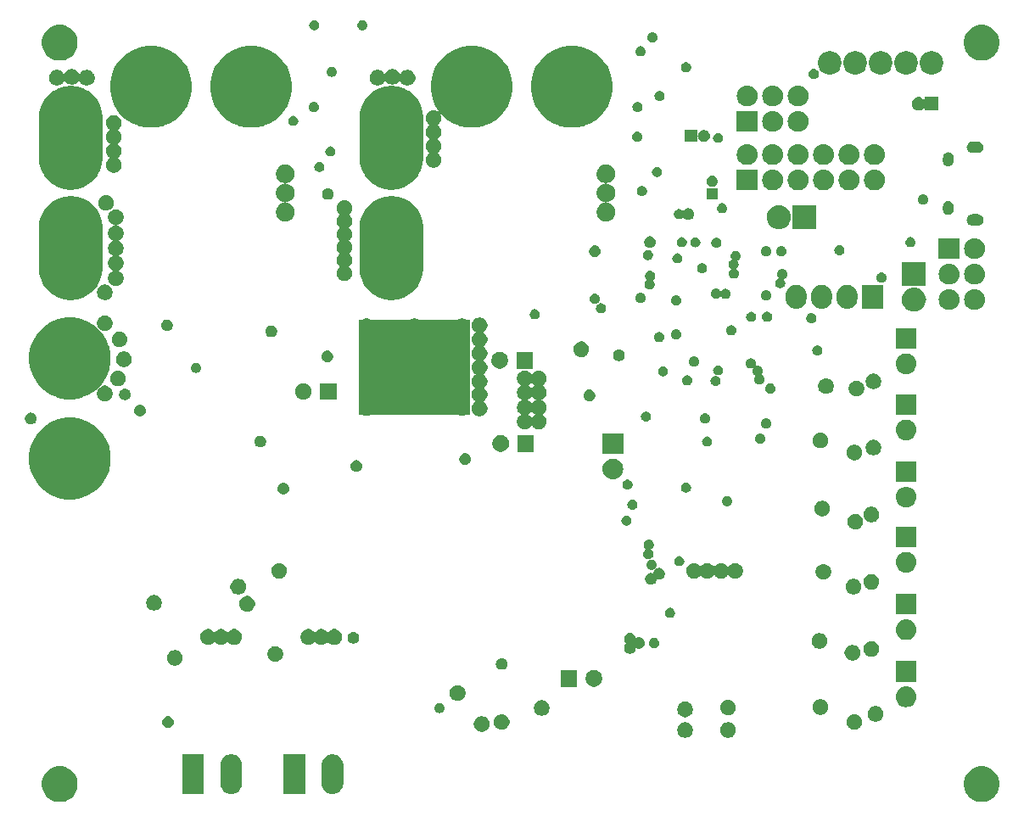
<source format=gbr>
%TF.GenerationSoftware,KiCad,Pcbnew,(5.0.0)*%
%TF.CreationDate,2019-05-29T21:58:33+03:00*%
%TF.ProjectId,Telemetry,54656C656D657472792E6B696361645F,0.1*%
%TF.SameCoordinates,Original*%
%TF.FileFunction,Soldermask,Bot*%
%TF.FilePolarity,Negative*%
%FSLAX46Y46*%
G04 Gerber Fmt 4.6, Leading zero omitted, Abs format (unit mm)*
G04 Created by KiCad (PCBNEW (5.0.0)) date 05/29/19 21:58:33*
%MOMM*%
%LPD*%
G01*
G04 APERTURE LIST*
%ADD10C,0.100000*%
G04 APERTURE END LIST*
D10*
G36*
X156519207Y-114288404D02*
X156519209Y-114288405D01*
X156519210Y-114288405D01*
X156843147Y-114422584D01*
X157134685Y-114617384D01*
X157382616Y-114865315D01*
X157577416Y-115156853D01*
X157577416Y-115156854D01*
X157711596Y-115480793D01*
X157780000Y-115824685D01*
X157780000Y-116175315D01*
X157711596Y-116519207D01*
X157711595Y-116519210D01*
X157577416Y-116843147D01*
X157382616Y-117134685D01*
X157134685Y-117382616D01*
X156843147Y-117577416D01*
X156519210Y-117711595D01*
X156519209Y-117711595D01*
X156519207Y-117711596D01*
X156175315Y-117780000D01*
X155824685Y-117780000D01*
X155480793Y-117711596D01*
X155480791Y-117711595D01*
X155480790Y-117711595D01*
X155156853Y-117577416D01*
X154865315Y-117382616D01*
X154617384Y-117134685D01*
X154422584Y-116843147D01*
X154288405Y-116519210D01*
X154288404Y-116519207D01*
X154220000Y-116175315D01*
X154220000Y-115824685D01*
X154288404Y-115480793D01*
X154422584Y-115156854D01*
X154422584Y-115156853D01*
X154617384Y-114865315D01*
X154865315Y-114617384D01*
X155156853Y-114422584D01*
X155480790Y-114288405D01*
X155480791Y-114288405D01*
X155480793Y-114288404D01*
X155824685Y-114220000D01*
X156175315Y-114220000D01*
X156519207Y-114288404D01*
X156519207Y-114288404D01*
G37*
G36*
X64519207Y-114288404D02*
X64519209Y-114288405D01*
X64519210Y-114288405D01*
X64843147Y-114422584D01*
X65134685Y-114617384D01*
X65382616Y-114865315D01*
X65577416Y-115156853D01*
X65577416Y-115156854D01*
X65711596Y-115480793D01*
X65780000Y-115824685D01*
X65780000Y-116175315D01*
X65711596Y-116519207D01*
X65711595Y-116519210D01*
X65577416Y-116843147D01*
X65382616Y-117134685D01*
X65134685Y-117382616D01*
X64843147Y-117577416D01*
X64519210Y-117711595D01*
X64519209Y-117711595D01*
X64519207Y-117711596D01*
X64175315Y-117780000D01*
X63824685Y-117780000D01*
X63480793Y-117711596D01*
X63480791Y-117711595D01*
X63480790Y-117711595D01*
X63156853Y-117577416D01*
X62865315Y-117382616D01*
X62617384Y-117134685D01*
X62422584Y-116843147D01*
X62288405Y-116519210D01*
X62288404Y-116519207D01*
X62220000Y-116175315D01*
X62220000Y-115824685D01*
X62288404Y-115480793D01*
X62422584Y-115156854D01*
X62422584Y-115156853D01*
X62617384Y-114865315D01*
X62865315Y-114617384D01*
X63156853Y-114422584D01*
X63480790Y-114288405D01*
X63480791Y-114288405D01*
X63480793Y-114288404D01*
X63824685Y-114220000D01*
X64175315Y-114220000D01*
X64519207Y-114288404D01*
X64519207Y-114288404D01*
G37*
G36*
X91421716Y-113035627D02*
X91507053Y-113061514D01*
X91625294Y-113097381D01*
X91665246Y-113118736D01*
X91812919Y-113197668D01*
X91977370Y-113332630D01*
X92112332Y-113497081D01*
X92191264Y-113644753D01*
X92212619Y-113684705D01*
X92248486Y-113802946D01*
X92274373Y-113888283D01*
X92290000Y-114046949D01*
X92290000Y-115953051D01*
X92274373Y-116111717D01*
X92248486Y-116197054D01*
X92212619Y-116315295D01*
X92212617Y-116315298D01*
X92112332Y-116502919D01*
X91977370Y-116667370D01*
X91812919Y-116802332D01*
X91665247Y-116881264D01*
X91625295Y-116902619D01*
X91507054Y-116938486D01*
X91421717Y-116964373D01*
X91210000Y-116985225D01*
X90998284Y-116964373D01*
X90912947Y-116938486D01*
X90794706Y-116902619D01*
X90754754Y-116881264D01*
X90607082Y-116802332D01*
X90442631Y-116667370D01*
X90307669Y-116502919D01*
X90207384Y-116315298D01*
X90207382Y-116315295D01*
X90171515Y-116197054D01*
X90145628Y-116111717D01*
X90130000Y-115953051D01*
X90130000Y-114046950D01*
X90145627Y-113888284D01*
X90171514Y-113802947D01*
X90207381Y-113684706D01*
X90228736Y-113644754D01*
X90307668Y-113497081D01*
X90442630Y-113332630D01*
X90607081Y-113197668D01*
X90754753Y-113118736D01*
X90794705Y-113097381D01*
X90912946Y-113061514D01*
X90998283Y-113035627D01*
X91210000Y-113014775D01*
X91421716Y-113035627D01*
X91421716Y-113035627D01*
G37*
G36*
X81321716Y-113035627D02*
X81407053Y-113061514D01*
X81525294Y-113097381D01*
X81565246Y-113118736D01*
X81712919Y-113197668D01*
X81877370Y-113332630D01*
X82012332Y-113497081D01*
X82091264Y-113644753D01*
X82112619Y-113684705D01*
X82148486Y-113802946D01*
X82174373Y-113888283D01*
X82190000Y-114046949D01*
X82190000Y-115953051D01*
X82174373Y-116111717D01*
X82148486Y-116197054D01*
X82112619Y-116315295D01*
X82112617Y-116315298D01*
X82012332Y-116502919D01*
X81877370Y-116667370D01*
X81712919Y-116802332D01*
X81565247Y-116881264D01*
X81525295Y-116902619D01*
X81407054Y-116938486D01*
X81321717Y-116964373D01*
X81110000Y-116985225D01*
X80898284Y-116964373D01*
X80812947Y-116938486D01*
X80694706Y-116902619D01*
X80654754Y-116881264D01*
X80507082Y-116802332D01*
X80342631Y-116667370D01*
X80207669Y-116502919D01*
X80107384Y-116315298D01*
X80107382Y-116315295D01*
X80071515Y-116197054D01*
X80045628Y-116111717D01*
X80030000Y-115953051D01*
X80030000Y-114046950D01*
X80045627Y-113888284D01*
X80071514Y-113802947D01*
X80107381Y-113684706D01*
X80128736Y-113644754D01*
X80207668Y-113497081D01*
X80342630Y-113332630D01*
X80507081Y-113197668D01*
X80654753Y-113118736D01*
X80694705Y-113097381D01*
X80812946Y-113061514D01*
X80898283Y-113035627D01*
X81110000Y-113014775D01*
X81321716Y-113035627D01*
X81321716Y-113035627D01*
G37*
G36*
X88480000Y-116980000D02*
X86320000Y-116980000D01*
X86320000Y-113020000D01*
X88480000Y-113020000D01*
X88480000Y-116980000D01*
X88480000Y-116980000D01*
G37*
G36*
X78380000Y-116980000D02*
X76220000Y-116980000D01*
X76220000Y-113020000D01*
X78380000Y-113020000D01*
X78380000Y-116980000D01*
X78380000Y-116980000D01*
G37*
G36*
X126627518Y-109849975D02*
X126692330Y-109876821D01*
X126769469Y-109908773D01*
X126897222Y-109994135D01*
X127005865Y-110102778D01*
X127050601Y-110169730D01*
X127091227Y-110230531D01*
X127150025Y-110372482D01*
X127180000Y-110523177D01*
X127180000Y-110676823D01*
X127150025Y-110827518D01*
X127150024Y-110827520D01*
X127091227Y-110969469D01*
X127005865Y-111097222D01*
X126897222Y-111205865D01*
X126769469Y-111291227D01*
X126627518Y-111350025D01*
X126476823Y-111380000D01*
X126323177Y-111380000D01*
X126172482Y-111350025D01*
X126030531Y-111291227D01*
X125902778Y-111205865D01*
X125794135Y-111097222D01*
X125708773Y-110969469D01*
X125649976Y-110827520D01*
X125649975Y-110827518D01*
X125620000Y-110676823D01*
X125620000Y-110523177D01*
X125649975Y-110372482D01*
X125708773Y-110230531D01*
X125749399Y-110169730D01*
X125794135Y-110102778D01*
X125902778Y-109994135D01*
X126030531Y-109908773D01*
X126107670Y-109876821D01*
X126172482Y-109849975D01*
X126323177Y-109820000D01*
X126476823Y-109820000D01*
X126627518Y-109849975D01*
X126627518Y-109849975D01*
G37*
G36*
X130927518Y-109849975D02*
X130992330Y-109876821D01*
X131069469Y-109908773D01*
X131197222Y-109994135D01*
X131305865Y-110102778D01*
X131350601Y-110169730D01*
X131391227Y-110230531D01*
X131450025Y-110372482D01*
X131480000Y-110523177D01*
X131480000Y-110676823D01*
X131450025Y-110827518D01*
X131450024Y-110827520D01*
X131391227Y-110969469D01*
X131305865Y-111097222D01*
X131197222Y-111205865D01*
X131069469Y-111291227D01*
X130927518Y-111350025D01*
X130776823Y-111380000D01*
X130623177Y-111380000D01*
X130472482Y-111350025D01*
X130330531Y-111291227D01*
X130202778Y-111205865D01*
X130094135Y-111097222D01*
X130008773Y-110969469D01*
X129949976Y-110827520D01*
X129949975Y-110827518D01*
X129920000Y-110676823D01*
X129920000Y-110523177D01*
X129949975Y-110372482D01*
X130008773Y-110230531D01*
X130049399Y-110169730D01*
X130094135Y-110102778D01*
X130202778Y-109994135D01*
X130330531Y-109908773D01*
X130407670Y-109876821D01*
X130472482Y-109849975D01*
X130623177Y-109820000D01*
X130776823Y-109820000D01*
X130927518Y-109849975D01*
X130927518Y-109849975D01*
G37*
G36*
X106327518Y-109249975D02*
X106448347Y-109300024D01*
X106469469Y-109308773D01*
X106597222Y-109394135D01*
X106705865Y-109502778D01*
X106720892Y-109525268D01*
X106791227Y-109630531D01*
X106850025Y-109772482D01*
X106880000Y-109923177D01*
X106880000Y-110076823D01*
X106850025Y-110227518D01*
X106814207Y-110313991D01*
X106791227Y-110369469D01*
X106705865Y-110497222D01*
X106597222Y-110605865D01*
X106491029Y-110676821D01*
X106469469Y-110691227D01*
X106327518Y-110750025D01*
X106176823Y-110780000D01*
X106023177Y-110780000D01*
X105872482Y-110750025D01*
X105730531Y-110691227D01*
X105708971Y-110676821D01*
X105602778Y-110605865D01*
X105494135Y-110497222D01*
X105408773Y-110369469D01*
X105385793Y-110313991D01*
X105349975Y-110227518D01*
X105320000Y-110076823D01*
X105320000Y-109923177D01*
X105349975Y-109772482D01*
X105408773Y-109630531D01*
X105479108Y-109525268D01*
X105494135Y-109502778D01*
X105602778Y-109394135D01*
X105730531Y-109308773D01*
X105751653Y-109300024D01*
X105872482Y-109249975D01*
X106023177Y-109220000D01*
X106176823Y-109220000D01*
X106327518Y-109249975D01*
X106327518Y-109249975D01*
G37*
G36*
X108327518Y-109049975D02*
X108392330Y-109076821D01*
X108469469Y-109108773D01*
X108597222Y-109194135D01*
X108705865Y-109302778D01*
X108766908Y-109394135D01*
X108791227Y-109430531D01*
X108850025Y-109572482D01*
X108880000Y-109723177D01*
X108880000Y-109876823D01*
X108850025Y-110027518D01*
X108850024Y-110027520D01*
X108791227Y-110169469D01*
X108705865Y-110297222D01*
X108597222Y-110405865D01*
X108469469Y-110491227D01*
X108327518Y-110550025D01*
X108176823Y-110580000D01*
X108023177Y-110580000D01*
X107872482Y-110550025D01*
X107730531Y-110491227D01*
X107602778Y-110405865D01*
X107494135Y-110297222D01*
X107408773Y-110169469D01*
X107349976Y-110027520D01*
X107349975Y-110027518D01*
X107320000Y-109876823D01*
X107320000Y-109723177D01*
X107349975Y-109572482D01*
X107408773Y-109430531D01*
X107433092Y-109394135D01*
X107494135Y-109302778D01*
X107602778Y-109194135D01*
X107730531Y-109108773D01*
X107807670Y-109076821D01*
X107872482Y-109049975D01*
X108023177Y-109020000D01*
X108176823Y-109020000D01*
X108327518Y-109049975D01*
X108327518Y-109049975D01*
G37*
G36*
X143527518Y-109049975D02*
X143592330Y-109076821D01*
X143669469Y-109108773D01*
X143797222Y-109194135D01*
X143905865Y-109302778D01*
X143966908Y-109394135D01*
X143991227Y-109430531D01*
X144050025Y-109572482D01*
X144080000Y-109723177D01*
X144080000Y-109876823D01*
X144050025Y-110027518D01*
X144050024Y-110027520D01*
X143991227Y-110169469D01*
X143905865Y-110297222D01*
X143797222Y-110405865D01*
X143669469Y-110491227D01*
X143527518Y-110550025D01*
X143376823Y-110580000D01*
X143223177Y-110580000D01*
X143072482Y-110550025D01*
X142930531Y-110491227D01*
X142802778Y-110405865D01*
X142694135Y-110297222D01*
X142608773Y-110169469D01*
X142549976Y-110027520D01*
X142549975Y-110027518D01*
X142520000Y-109876823D01*
X142520000Y-109723177D01*
X142549975Y-109572482D01*
X142608773Y-109430531D01*
X142633092Y-109394135D01*
X142694135Y-109302778D01*
X142802778Y-109194135D01*
X142930531Y-109108773D01*
X143007670Y-109076821D01*
X143072482Y-109049975D01*
X143223177Y-109020000D01*
X143376823Y-109020000D01*
X143527518Y-109049975D01*
X143527518Y-109049975D01*
G37*
G36*
X74969180Y-109242289D02*
X74969185Y-109242291D01*
X75074732Y-109286009D01*
X75169730Y-109349485D01*
X75250515Y-109430270D01*
X75313991Y-109525268D01*
X75357591Y-109630531D01*
X75357711Y-109630820D01*
X75380000Y-109742875D01*
X75380000Y-109857125D01*
X75357711Y-109969180D01*
X75357709Y-109969185D01*
X75313991Y-110074732D01*
X75250515Y-110169730D01*
X75169730Y-110250515D01*
X75074732Y-110313991D01*
X74969185Y-110357709D01*
X74969180Y-110357711D01*
X74857125Y-110380000D01*
X74742875Y-110380000D01*
X74630820Y-110357711D01*
X74630815Y-110357709D01*
X74525268Y-110313991D01*
X74430270Y-110250515D01*
X74349485Y-110169730D01*
X74286009Y-110074732D01*
X74242291Y-109969185D01*
X74242289Y-109969180D01*
X74220000Y-109857125D01*
X74220000Y-109742875D01*
X74242289Y-109630820D01*
X74242409Y-109630531D01*
X74286009Y-109525268D01*
X74349485Y-109430270D01*
X74430270Y-109349485D01*
X74525268Y-109286009D01*
X74630815Y-109242291D01*
X74630820Y-109242289D01*
X74742875Y-109220000D01*
X74857125Y-109220000D01*
X74969180Y-109242289D01*
X74969180Y-109242289D01*
G37*
G36*
X145627518Y-108249975D02*
X145760592Y-108305096D01*
X145769469Y-108308773D01*
X145897222Y-108394135D01*
X146005865Y-108502778D01*
X146055806Y-108577520D01*
X146091227Y-108630531D01*
X146150025Y-108772482D01*
X146180000Y-108923177D01*
X146180000Y-109076823D01*
X146150025Y-109227518D01*
X146125797Y-109286009D01*
X146091227Y-109369469D01*
X146005865Y-109497222D01*
X145897222Y-109605865D01*
X145859874Y-109630820D01*
X145769469Y-109691227D01*
X145627518Y-109750025D01*
X145476823Y-109780000D01*
X145323177Y-109780000D01*
X145172482Y-109750025D01*
X145030531Y-109691227D01*
X144940126Y-109630820D01*
X144902778Y-109605865D01*
X144794135Y-109497222D01*
X144708773Y-109369469D01*
X144674203Y-109286009D01*
X144649975Y-109227518D01*
X144620000Y-109076823D01*
X144620000Y-108923177D01*
X144649975Y-108772482D01*
X144708773Y-108630531D01*
X144744194Y-108577520D01*
X144794135Y-108502778D01*
X144902778Y-108394135D01*
X145030531Y-108308773D01*
X145039408Y-108305096D01*
X145172482Y-108249975D01*
X145323177Y-108220000D01*
X145476823Y-108220000D01*
X145627518Y-108249975D01*
X145627518Y-108249975D01*
G37*
G36*
X126627518Y-107799975D02*
X126627521Y-107799976D01*
X126627520Y-107799976D01*
X126769469Y-107858773D01*
X126897222Y-107944135D01*
X127005865Y-108052778D01*
X127052438Y-108122480D01*
X127091227Y-108180531D01*
X127150025Y-108322482D01*
X127180000Y-108473177D01*
X127180000Y-108626823D01*
X127150025Y-108777518D01*
X127150024Y-108777520D01*
X127091227Y-108919469D01*
X127005865Y-109047222D01*
X126897222Y-109155865D01*
X126801237Y-109220000D01*
X126769469Y-109241227D01*
X126627518Y-109300025D01*
X126476823Y-109330000D01*
X126323177Y-109330000D01*
X126172482Y-109300025D01*
X126030531Y-109241227D01*
X125998763Y-109220000D01*
X125902778Y-109155865D01*
X125794135Y-109047222D01*
X125708773Y-108919469D01*
X125649976Y-108777520D01*
X125649975Y-108777518D01*
X125620000Y-108626823D01*
X125620000Y-108473177D01*
X125649975Y-108322482D01*
X125708773Y-108180531D01*
X125747562Y-108122480D01*
X125794135Y-108052778D01*
X125902778Y-107944135D01*
X126030531Y-107858773D01*
X126172480Y-107799976D01*
X126172479Y-107799976D01*
X126172482Y-107799975D01*
X126323177Y-107770000D01*
X126476823Y-107770000D01*
X126627518Y-107799975D01*
X126627518Y-107799975D01*
G37*
G36*
X112327518Y-107649975D02*
X112348758Y-107658773D01*
X112469469Y-107708773D01*
X112597222Y-107794135D01*
X112705865Y-107902778D01*
X112757818Y-107980531D01*
X112791227Y-108030531D01*
X112850025Y-108172482D01*
X112880000Y-108323177D01*
X112880000Y-108476823D01*
X112850025Y-108627518D01*
X112850024Y-108627520D01*
X112791227Y-108769469D01*
X112705865Y-108897222D01*
X112597222Y-109005865D01*
X112531132Y-109050025D01*
X112469469Y-109091227D01*
X112327518Y-109150025D01*
X112176823Y-109180000D01*
X112023177Y-109180000D01*
X111872482Y-109150025D01*
X111730531Y-109091227D01*
X111668868Y-109050025D01*
X111602778Y-109005865D01*
X111494135Y-108897222D01*
X111408773Y-108769469D01*
X111349976Y-108627520D01*
X111349975Y-108627518D01*
X111320000Y-108476823D01*
X111320000Y-108323177D01*
X111349975Y-108172482D01*
X111408773Y-108030531D01*
X111442182Y-107980531D01*
X111494135Y-107902778D01*
X111602778Y-107794135D01*
X111730531Y-107708773D01*
X111851242Y-107658773D01*
X111872482Y-107649975D01*
X112023177Y-107620000D01*
X112176823Y-107620000D01*
X112327518Y-107649975D01*
X112327518Y-107649975D01*
G37*
G36*
X130927518Y-107599975D02*
X131048229Y-107649975D01*
X131069469Y-107658773D01*
X131197222Y-107744135D01*
X131305865Y-107852778D01*
X131391227Y-107980531D01*
X131450025Y-108122482D01*
X131480000Y-108273177D01*
X131480000Y-108426823D01*
X131450025Y-108577518D01*
X131424472Y-108639208D01*
X131391227Y-108719469D01*
X131305865Y-108847222D01*
X131197222Y-108955865D01*
X131101237Y-109020000D01*
X131069469Y-109041227D01*
X130927518Y-109100025D01*
X130776823Y-109130000D01*
X130623177Y-109130000D01*
X130472482Y-109100025D01*
X130330531Y-109041227D01*
X130298763Y-109020000D01*
X130202778Y-108955865D01*
X130094135Y-108847222D01*
X130008773Y-108719469D01*
X129975528Y-108639208D01*
X129949975Y-108577518D01*
X129920000Y-108426823D01*
X129920000Y-108273177D01*
X129949975Y-108122482D01*
X130008773Y-107980531D01*
X130094135Y-107852778D01*
X130202778Y-107744135D01*
X130330531Y-107658773D01*
X130351771Y-107649975D01*
X130472482Y-107599975D01*
X130623177Y-107570000D01*
X130776823Y-107570000D01*
X130927518Y-107599975D01*
X130927518Y-107599975D01*
G37*
G36*
X140127518Y-107549975D02*
X140227109Y-107591227D01*
X140269469Y-107608773D01*
X140397222Y-107694135D01*
X140505865Y-107802778D01*
X140547445Y-107865007D01*
X140591227Y-107930531D01*
X140650025Y-108072482D01*
X140680000Y-108223177D01*
X140680000Y-108376823D01*
X140650025Y-108527518D01*
X140591227Y-108669469D01*
X140505865Y-108797222D01*
X140397222Y-108905865D01*
X140269469Y-108991227D01*
X140127518Y-109050025D01*
X139976823Y-109080000D01*
X139823177Y-109080000D01*
X139672482Y-109050025D01*
X139530531Y-108991227D01*
X139402778Y-108905865D01*
X139294135Y-108797222D01*
X139208773Y-108669469D01*
X139149975Y-108527518D01*
X139120000Y-108376823D01*
X139120000Y-108223177D01*
X139149975Y-108072482D01*
X139208773Y-107930531D01*
X139252555Y-107865007D01*
X139294135Y-107802778D01*
X139402778Y-107694135D01*
X139530531Y-107608773D01*
X139572891Y-107591227D01*
X139672482Y-107549975D01*
X139823177Y-107520000D01*
X139976823Y-107520000D01*
X140127518Y-107549975D01*
X140127518Y-107549975D01*
G37*
G36*
X101974129Y-107899852D02*
X102047306Y-107914407D01*
X102139208Y-107952474D01*
X102221920Y-108007741D01*
X102292259Y-108078080D01*
X102347526Y-108160792D01*
X102385593Y-108252694D01*
X102405000Y-108350263D01*
X102405000Y-108449737D01*
X102385593Y-108547306D01*
X102347526Y-108639208D01*
X102292259Y-108721920D01*
X102221920Y-108792259D01*
X102139208Y-108847526D01*
X102047306Y-108885593D01*
X101974129Y-108900148D01*
X101949738Y-108905000D01*
X101850262Y-108905000D01*
X101825871Y-108900148D01*
X101752694Y-108885593D01*
X101660792Y-108847526D01*
X101578080Y-108792259D01*
X101507741Y-108721920D01*
X101452474Y-108639208D01*
X101414407Y-108547306D01*
X101395000Y-108449737D01*
X101395000Y-108350263D01*
X101414407Y-108252694D01*
X101452474Y-108160792D01*
X101507741Y-108078080D01*
X101578080Y-108007741D01*
X101660792Y-107952474D01*
X101752694Y-107914407D01*
X101825871Y-107899852D01*
X101850262Y-107895000D01*
X101949738Y-107895000D01*
X101974129Y-107899852D01*
X101974129Y-107899852D01*
G37*
G36*
X148651915Y-106274904D02*
X148846071Y-106333800D01*
X149025006Y-106429443D01*
X149181843Y-106558157D01*
X149310557Y-106714994D01*
X149406200Y-106893929D01*
X149465096Y-107088085D01*
X149484983Y-107290000D01*
X149465096Y-107491915D01*
X149406200Y-107686071D01*
X149310557Y-107865006D01*
X149181843Y-108021843D01*
X149025006Y-108150557D01*
X148846071Y-108246200D01*
X148651915Y-108305096D01*
X148500593Y-108320000D01*
X148399407Y-108320000D01*
X148248085Y-108305096D01*
X148053929Y-108246200D01*
X147874994Y-108150557D01*
X147718157Y-108021843D01*
X147589443Y-107865006D01*
X147493800Y-107686071D01*
X147434904Y-107491915D01*
X147415017Y-107290000D01*
X147434904Y-107088085D01*
X147493800Y-106893929D01*
X147589443Y-106714994D01*
X147718157Y-106558157D01*
X147874994Y-106429443D01*
X148053929Y-106333800D01*
X148248085Y-106274904D01*
X148399407Y-106260000D01*
X148500593Y-106260000D01*
X148651915Y-106274904D01*
X148651915Y-106274904D01*
G37*
G36*
X103927518Y-106149975D02*
X103927521Y-106149976D01*
X103927520Y-106149976D01*
X104069469Y-106208773D01*
X104197222Y-106294135D01*
X104305865Y-106402778D01*
X104391227Y-106530531D01*
X104450025Y-106672482D01*
X104480000Y-106823177D01*
X104480000Y-106976823D01*
X104450025Y-107127518D01*
X104450024Y-107127520D01*
X104391227Y-107269469D01*
X104305865Y-107397222D01*
X104197222Y-107505865D01*
X104131205Y-107549976D01*
X104069469Y-107591227D01*
X103927518Y-107650025D01*
X103776823Y-107680000D01*
X103623177Y-107680000D01*
X103472482Y-107650025D01*
X103330531Y-107591227D01*
X103268795Y-107549976D01*
X103202778Y-107505865D01*
X103094135Y-107397222D01*
X103008773Y-107269469D01*
X102949976Y-107127520D01*
X102949975Y-107127518D01*
X102920000Y-106976823D01*
X102920000Y-106823177D01*
X102949975Y-106672482D01*
X103008773Y-106530531D01*
X103094135Y-106402778D01*
X103202778Y-106294135D01*
X103330531Y-106208773D01*
X103472480Y-106149976D01*
X103472479Y-106149976D01*
X103472482Y-106149975D01*
X103623177Y-106120000D01*
X103776823Y-106120000D01*
X103927518Y-106149975D01*
X103927518Y-106149975D01*
G37*
G36*
X117542102Y-104651896D02*
X117542104Y-104651897D01*
X117542105Y-104651897D01*
X117693153Y-104714463D01*
X117829095Y-104805298D01*
X117944702Y-104920905D01*
X118035537Y-105056847D01*
X118098103Y-105207895D01*
X118130000Y-105368254D01*
X118130000Y-105531746D01*
X118098103Y-105692105D01*
X118035537Y-105843153D01*
X117944702Y-105979095D01*
X117829095Y-106094702D01*
X117693153Y-106185537D01*
X117542105Y-106248103D01*
X117542104Y-106248103D01*
X117542102Y-106248104D01*
X117381748Y-106280000D01*
X117218252Y-106280000D01*
X117057898Y-106248104D01*
X117057896Y-106248103D01*
X117057895Y-106248103D01*
X116906847Y-106185537D01*
X116770905Y-106094702D01*
X116655298Y-105979095D01*
X116564463Y-105843153D01*
X116501897Y-105692105D01*
X116470000Y-105531746D01*
X116470000Y-105368254D01*
X116501897Y-105207895D01*
X116564463Y-105056847D01*
X116655298Y-104920905D01*
X116770905Y-104805298D01*
X116906847Y-104714463D01*
X117057895Y-104651897D01*
X117057896Y-104651897D01*
X117057898Y-104651896D01*
X117218252Y-104620000D01*
X117381748Y-104620000D01*
X117542102Y-104651896D01*
X117542102Y-104651896D01*
G37*
G36*
X115630000Y-106280000D02*
X113970000Y-106280000D01*
X113970000Y-104620000D01*
X115630000Y-104620000D01*
X115630000Y-106280000D01*
X115630000Y-106280000D01*
G37*
G36*
X149480000Y-105780000D02*
X147420000Y-105780000D01*
X147420000Y-103720000D01*
X149480000Y-103720000D01*
X149480000Y-105780000D01*
X149480000Y-105780000D01*
G37*
G36*
X108269180Y-103442289D02*
X108269185Y-103442291D01*
X108374732Y-103486009D01*
X108469730Y-103549485D01*
X108550515Y-103630270D01*
X108613991Y-103725268D01*
X108657709Y-103830815D01*
X108657711Y-103830820D01*
X108680000Y-103942875D01*
X108680000Y-104057125D01*
X108657711Y-104169180D01*
X108657709Y-104169185D01*
X108613991Y-104274732D01*
X108550515Y-104369730D01*
X108469730Y-104450515D01*
X108374732Y-104513991D01*
X108269185Y-104557709D01*
X108269180Y-104557711D01*
X108157125Y-104580000D01*
X108042875Y-104580000D01*
X107930820Y-104557711D01*
X107930815Y-104557709D01*
X107825268Y-104513991D01*
X107730270Y-104450515D01*
X107649485Y-104369730D01*
X107586009Y-104274732D01*
X107542291Y-104169185D01*
X107542289Y-104169180D01*
X107520000Y-104057125D01*
X107520000Y-103942875D01*
X107542289Y-103830820D01*
X107542291Y-103830815D01*
X107586009Y-103725268D01*
X107649485Y-103630270D01*
X107730270Y-103549485D01*
X107825268Y-103486009D01*
X107930815Y-103442291D01*
X107930820Y-103442289D01*
X108042875Y-103420000D01*
X108157125Y-103420000D01*
X108269180Y-103442289D01*
X108269180Y-103442289D01*
G37*
G36*
X75727518Y-102649975D02*
X75787289Y-102674733D01*
X75869469Y-102708773D01*
X75997222Y-102794135D01*
X76105865Y-102902778D01*
X76191227Y-103030531D01*
X76250025Y-103172482D01*
X76280000Y-103323177D01*
X76280000Y-103476823D01*
X76250025Y-103627518D01*
X76250024Y-103627520D01*
X76191227Y-103769469D01*
X76105865Y-103897222D01*
X75997222Y-104005865D01*
X75920509Y-104057123D01*
X75869469Y-104091227D01*
X75727518Y-104150025D01*
X75576823Y-104180000D01*
X75423177Y-104180000D01*
X75272482Y-104150025D01*
X75130531Y-104091227D01*
X75079491Y-104057123D01*
X75002778Y-104005865D01*
X74894135Y-103897222D01*
X74808773Y-103769469D01*
X74749976Y-103627520D01*
X74749975Y-103627518D01*
X74720000Y-103476823D01*
X74720000Y-103323177D01*
X74749975Y-103172482D01*
X74808773Y-103030531D01*
X74894135Y-102902778D01*
X75002778Y-102794135D01*
X75130531Y-102708773D01*
X75212711Y-102674733D01*
X75272482Y-102649975D01*
X75423177Y-102620000D01*
X75576823Y-102620000D01*
X75727518Y-102649975D01*
X75727518Y-102649975D01*
G37*
G36*
X85727518Y-102249975D02*
X85829601Y-102292259D01*
X85869469Y-102308773D01*
X85997222Y-102394135D01*
X86105865Y-102502778D01*
X86150233Y-102569180D01*
X86191227Y-102630531D01*
X86250025Y-102772482D01*
X86280000Y-102923177D01*
X86280000Y-103076823D01*
X86250025Y-103227518D01*
X86250024Y-103227520D01*
X86191227Y-103369469D01*
X86105865Y-103497222D01*
X85997222Y-103605865D01*
X85931132Y-103650025D01*
X85869469Y-103691227D01*
X85727518Y-103750025D01*
X85576823Y-103780000D01*
X85423177Y-103780000D01*
X85272482Y-103750025D01*
X85130531Y-103691227D01*
X85068868Y-103650025D01*
X85002778Y-103605865D01*
X84894135Y-103497222D01*
X84808773Y-103369469D01*
X84749976Y-103227520D01*
X84749975Y-103227518D01*
X84720000Y-103076823D01*
X84720000Y-102923177D01*
X84749975Y-102772482D01*
X84808773Y-102630531D01*
X84849767Y-102569180D01*
X84894135Y-102502778D01*
X85002778Y-102394135D01*
X85130531Y-102308773D01*
X85170399Y-102292259D01*
X85272482Y-102249975D01*
X85423177Y-102220000D01*
X85576823Y-102220000D01*
X85727518Y-102249975D01*
X85727518Y-102249975D01*
G37*
G36*
X143327518Y-102149975D02*
X143387289Y-102174733D01*
X143469469Y-102208773D01*
X143597222Y-102294135D01*
X143705865Y-102402778D01*
X143742570Y-102457711D01*
X143791227Y-102530531D01*
X143850025Y-102672482D01*
X143880000Y-102823177D01*
X143880000Y-102976823D01*
X143850025Y-103127518D01*
X143850024Y-103127520D01*
X143791227Y-103269469D01*
X143705865Y-103397222D01*
X143597222Y-103505865D01*
X143531940Y-103549485D01*
X143469469Y-103591227D01*
X143327518Y-103650025D01*
X143176823Y-103680000D01*
X143023177Y-103680000D01*
X142872482Y-103650025D01*
X142730531Y-103591227D01*
X142668060Y-103549485D01*
X142602778Y-103505865D01*
X142494135Y-103397222D01*
X142408773Y-103269469D01*
X142349976Y-103127520D01*
X142349975Y-103127518D01*
X142320000Y-102976823D01*
X142320000Y-102823177D01*
X142349975Y-102672482D01*
X142408773Y-102530531D01*
X142457430Y-102457711D01*
X142494135Y-102402778D01*
X142602778Y-102294135D01*
X142730531Y-102208773D01*
X142812711Y-102174733D01*
X142872482Y-102149975D01*
X143023177Y-102120000D01*
X143176823Y-102120000D01*
X143327518Y-102149975D01*
X143327518Y-102149975D01*
G37*
G36*
X145227518Y-101749975D02*
X145287289Y-101774733D01*
X145369469Y-101808773D01*
X145497222Y-101894135D01*
X145605865Y-102002778D01*
X145657463Y-102080000D01*
X145691227Y-102130531D01*
X145750025Y-102272482D01*
X145780000Y-102423177D01*
X145780000Y-102576823D01*
X145750025Y-102727518D01*
X145750024Y-102727520D01*
X145691227Y-102869469D01*
X145605865Y-102997222D01*
X145497222Y-103105865D01*
X145397526Y-103172480D01*
X145369469Y-103191227D01*
X145227518Y-103250025D01*
X145076823Y-103280000D01*
X144923177Y-103280000D01*
X144772482Y-103250025D01*
X144630531Y-103191227D01*
X144602474Y-103172480D01*
X144502778Y-103105865D01*
X144394135Y-102997222D01*
X144308773Y-102869469D01*
X144249976Y-102727520D01*
X144249975Y-102727518D01*
X144220000Y-102576823D01*
X144220000Y-102423177D01*
X144249975Y-102272482D01*
X144308773Y-102130531D01*
X144342537Y-102080000D01*
X144394135Y-102002778D01*
X144502778Y-101894135D01*
X144630531Y-101808773D01*
X144712711Y-101774733D01*
X144772482Y-101749975D01*
X144923177Y-101720000D01*
X145076823Y-101720000D01*
X145227518Y-101749975D01*
X145227518Y-101749975D01*
G37*
G36*
X121069180Y-100942289D02*
X121069185Y-100942291D01*
X121174732Y-100986009D01*
X121269730Y-101049485D01*
X121350515Y-101130270D01*
X121413991Y-101225268D01*
X121453229Y-101320000D01*
X121457711Y-101330820D01*
X121466567Y-101375344D01*
X121468275Y-101380972D01*
X121471047Y-101386158D01*
X121474778Y-101390704D01*
X121479324Y-101394435D01*
X121484511Y-101397207D01*
X121490138Y-101398915D01*
X121495991Y-101399491D01*
X121501844Y-101398915D01*
X121507472Y-101397207D01*
X121512658Y-101394435D01*
X121525268Y-101386009D01*
X121630815Y-101342291D01*
X121630820Y-101342289D01*
X121742875Y-101320000D01*
X121857125Y-101320000D01*
X121969180Y-101342289D01*
X121969185Y-101342291D01*
X122074732Y-101386009D01*
X122169730Y-101449485D01*
X122250515Y-101530270D01*
X122313991Y-101625268D01*
X122353229Y-101720000D01*
X122357711Y-101730820D01*
X122380000Y-101842875D01*
X122380000Y-101957125D01*
X122357711Y-102069180D01*
X122357709Y-102069185D01*
X122313991Y-102174732D01*
X122250515Y-102269730D01*
X122169730Y-102350515D01*
X122074732Y-102413991D01*
X121970600Y-102457123D01*
X121969180Y-102457711D01*
X121857125Y-102480000D01*
X121742875Y-102480000D01*
X121630820Y-102457711D01*
X121629400Y-102457123D01*
X121523720Y-102413349D01*
X121521488Y-102412156D01*
X121515860Y-102410447D01*
X121510008Y-102409869D01*
X121504155Y-102410444D01*
X121498527Y-102412150D01*
X121493339Y-102414921D01*
X121488792Y-102418650D01*
X121485060Y-102423195D01*
X121482287Y-102428381D01*
X121480578Y-102434009D01*
X121480000Y-102439869D01*
X121480000Y-102457125D01*
X121457711Y-102569180D01*
X121457709Y-102569185D01*
X121413991Y-102674732D01*
X121350515Y-102769730D01*
X121269730Y-102850515D01*
X121174732Y-102913991D01*
X121069185Y-102957709D01*
X121069180Y-102957711D01*
X120957125Y-102980000D01*
X120842875Y-102980000D01*
X120730820Y-102957711D01*
X120730815Y-102957709D01*
X120625268Y-102913991D01*
X120530270Y-102850515D01*
X120449485Y-102769730D01*
X120386009Y-102674732D01*
X120342291Y-102569185D01*
X120342289Y-102569180D01*
X120320000Y-102457125D01*
X120320000Y-102342875D01*
X120342289Y-102230820D01*
X120342291Y-102230815D01*
X120386009Y-102125268D01*
X120449485Y-102030270D01*
X120508542Y-101971213D01*
X120512273Y-101966667D01*
X120515045Y-101961481D01*
X120516753Y-101955853D01*
X120517329Y-101950000D01*
X120516753Y-101944147D01*
X120515045Y-101938519D01*
X120512273Y-101933333D01*
X120508542Y-101928787D01*
X120449485Y-101869730D01*
X120386009Y-101774732D01*
X120342291Y-101669185D01*
X120342289Y-101669180D01*
X120320000Y-101557125D01*
X120320000Y-101442875D01*
X120342289Y-101330820D01*
X120346771Y-101320000D01*
X120386009Y-101225268D01*
X120449485Y-101130270D01*
X120530270Y-101049485D01*
X120625268Y-100986009D01*
X120730815Y-100942291D01*
X120730820Y-100942289D01*
X120842875Y-100920000D01*
X120957125Y-100920000D01*
X121069180Y-100942289D01*
X121069180Y-100942289D01*
G37*
G36*
X140027518Y-100949975D02*
X140114657Y-100986069D01*
X140169469Y-101008773D01*
X140297222Y-101094135D01*
X140405865Y-101202778D01*
X140424602Y-101230820D01*
X140491227Y-101330531D01*
X140550025Y-101472482D01*
X140580000Y-101623177D01*
X140580000Y-101776823D01*
X140550025Y-101927518D01*
X140507464Y-102030270D01*
X140491227Y-102069469D01*
X140405865Y-102197222D01*
X140297222Y-102305865D01*
X140177901Y-102385593D01*
X140169469Y-102391227D01*
X140027518Y-102450025D01*
X139876823Y-102480000D01*
X139723177Y-102480000D01*
X139572482Y-102450025D01*
X139430531Y-102391227D01*
X139422099Y-102385593D01*
X139302778Y-102305865D01*
X139194135Y-102197222D01*
X139108773Y-102069469D01*
X139092536Y-102030270D01*
X139049975Y-101927518D01*
X139020000Y-101776823D01*
X139020000Y-101623177D01*
X139049975Y-101472482D01*
X139108773Y-101330531D01*
X139175398Y-101230820D01*
X139194135Y-101202778D01*
X139302778Y-101094135D01*
X139430531Y-101008773D01*
X139485343Y-100986069D01*
X139572482Y-100949975D01*
X139723177Y-100920000D01*
X139876823Y-100920000D01*
X140027518Y-100949975D01*
X140027518Y-100949975D01*
G37*
G36*
X123360833Y-101397207D02*
X123447306Y-101414407D01*
X123539208Y-101452474D01*
X123621920Y-101507741D01*
X123692259Y-101578080D01*
X123747526Y-101660792D01*
X123785593Y-101752694D01*
X123800148Y-101825871D01*
X123805000Y-101850262D01*
X123805000Y-101949738D01*
X123803414Y-101957709D01*
X123785593Y-102047306D01*
X123747526Y-102139208D01*
X123692259Y-102221920D01*
X123621920Y-102292259D01*
X123539208Y-102347526D01*
X123447306Y-102385593D01*
X123374129Y-102400148D01*
X123349738Y-102405000D01*
X123250262Y-102405000D01*
X123225871Y-102400148D01*
X123152694Y-102385593D01*
X123060792Y-102347526D01*
X122978080Y-102292259D01*
X122907741Y-102221920D01*
X122852474Y-102139208D01*
X122814407Y-102047306D01*
X122796586Y-101957709D01*
X122795000Y-101949738D01*
X122795000Y-101850262D01*
X122799852Y-101825871D01*
X122814407Y-101752694D01*
X122852474Y-101660792D01*
X122907741Y-101578080D01*
X122978080Y-101507741D01*
X123060792Y-101452474D01*
X123152694Y-101414407D01*
X123239167Y-101397207D01*
X123250262Y-101395000D01*
X123349738Y-101395000D01*
X123360833Y-101397207D01*
X123360833Y-101397207D01*
G37*
G36*
X79027518Y-100549975D02*
X79027521Y-100549976D01*
X79027520Y-100549976D01*
X79169469Y-100608773D01*
X79297222Y-100694135D01*
X79405865Y-100802778D01*
X79425056Y-100831499D01*
X79428787Y-100836045D01*
X79433333Y-100839776D01*
X79438520Y-100842548D01*
X79444147Y-100844256D01*
X79450000Y-100844832D01*
X79455853Y-100844256D01*
X79461481Y-100842548D01*
X79466667Y-100839776D01*
X79471213Y-100836045D01*
X79474944Y-100831499D01*
X79494135Y-100802778D01*
X79602778Y-100694135D01*
X79730531Y-100608773D01*
X79872480Y-100549976D01*
X79872479Y-100549976D01*
X79872482Y-100549975D01*
X80023177Y-100520000D01*
X80176823Y-100520000D01*
X80327518Y-100549975D01*
X80327521Y-100549976D01*
X80327520Y-100549976D01*
X80469469Y-100608773D01*
X80597222Y-100694135D01*
X80705865Y-100802778D01*
X80725056Y-100831499D01*
X80728787Y-100836045D01*
X80733333Y-100839776D01*
X80738520Y-100842548D01*
X80744147Y-100844256D01*
X80750000Y-100844832D01*
X80755853Y-100844256D01*
X80761481Y-100842548D01*
X80766667Y-100839776D01*
X80771213Y-100836045D01*
X80774944Y-100831499D01*
X80794135Y-100802778D01*
X80902778Y-100694135D01*
X81030531Y-100608773D01*
X81172480Y-100549976D01*
X81172479Y-100549976D01*
X81172482Y-100549975D01*
X81323177Y-100520000D01*
X81476823Y-100520000D01*
X81627518Y-100549975D01*
X81627521Y-100549976D01*
X81627520Y-100549976D01*
X81769469Y-100608773D01*
X81897222Y-100694135D01*
X82005865Y-100802778D01*
X82084190Y-100920000D01*
X82091227Y-100930531D01*
X82150025Y-101072482D01*
X82180000Y-101223177D01*
X82180000Y-101376823D01*
X82150025Y-101527518D01*
X82117891Y-101605096D01*
X82091227Y-101669469D01*
X82005865Y-101797222D01*
X81897222Y-101905865D01*
X81799422Y-101971213D01*
X81769469Y-101991227D01*
X81627518Y-102050025D01*
X81476823Y-102080000D01*
X81323177Y-102080000D01*
X81172482Y-102050025D01*
X81030531Y-101991227D01*
X81000578Y-101971213D01*
X80902778Y-101905865D01*
X80794135Y-101797222D01*
X80774944Y-101768501D01*
X80771213Y-101763955D01*
X80766667Y-101760224D01*
X80761480Y-101757452D01*
X80755853Y-101755744D01*
X80750000Y-101755168D01*
X80744147Y-101755744D01*
X80738519Y-101757452D01*
X80733333Y-101760224D01*
X80728787Y-101763955D01*
X80725056Y-101768501D01*
X80705865Y-101797222D01*
X80597222Y-101905865D01*
X80499422Y-101971213D01*
X80469469Y-101991227D01*
X80327518Y-102050025D01*
X80176823Y-102080000D01*
X80023177Y-102080000D01*
X79872482Y-102050025D01*
X79730531Y-101991227D01*
X79700578Y-101971213D01*
X79602778Y-101905865D01*
X79494135Y-101797222D01*
X79474944Y-101768501D01*
X79471213Y-101763955D01*
X79466667Y-101760224D01*
X79461480Y-101757452D01*
X79455853Y-101755744D01*
X79450000Y-101755168D01*
X79444147Y-101755744D01*
X79438519Y-101757452D01*
X79433333Y-101760224D01*
X79428787Y-101763955D01*
X79425056Y-101768501D01*
X79405865Y-101797222D01*
X79297222Y-101905865D01*
X79199422Y-101971213D01*
X79169469Y-101991227D01*
X79027518Y-102050025D01*
X78876823Y-102080000D01*
X78723177Y-102080000D01*
X78572482Y-102050025D01*
X78430531Y-101991227D01*
X78400578Y-101971213D01*
X78302778Y-101905865D01*
X78194135Y-101797222D01*
X78108773Y-101669469D01*
X78082109Y-101605096D01*
X78049975Y-101527518D01*
X78020000Y-101376823D01*
X78020000Y-101223177D01*
X78049975Y-101072482D01*
X78108773Y-100930531D01*
X78115810Y-100920000D01*
X78194135Y-100802778D01*
X78302778Y-100694135D01*
X78430531Y-100608773D01*
X78572480Y-100549976D01*
X78572479Y-100549976D01*
X78572482Y-100549975D01*
X78723177Y-100520000D01*
X78876823Y-100520000D01*
X79027518Y-100549975D01*
X79027518Y-100549975D01*
G37*
G36*
X89027518Y-100549975D02*
X89027521Y-100549976D01*
X89027520Y-100549976D01*
X89169469Y-100608773D01*
X89297222Y-100694135D01*
X89405865Y-100802778D01*
X89425056Y-100831499D01*
X89428787Y-100836045D01*
X89433333Y-100839776D01*
X89438520Y-100842548D01*
X89444147Y-100844256D01*
X89450000Y-100844832D01*
X89455853Y-100844256D01*
X89461481Y-100842548D01*
X89466667Y-100839776D01*
X89471213Y-100836045D01*
X89474944Y-100831499D01*
X89494135Y-100802778D01*
X89602778Y-100694135D01*
X89730531Y-100608773D01*
X89872480Y-100549976D01*
X89872479Y-100549976D01*
X89872482Y-100549975D01*
X90023177Y-100520000D01*
X90176823Y-100520000D01*
X90327518Y-100549975D01*
X90327521Y-100549976D01*
X90327520Y-100549976D01*
X90469469Y-100608773D01*
X90597222Y-100694135D01*
X90705865Y-100802778D01*
X90725056Y-100831499D01*
X90728787Y-100836045D01*
X90733333Y-100839776D01*
X90738520Y-100842548D01*
X90744147Y-100844256D01*
X90750000Y-100844832D01*
X90755853Y-100844256D01*
X90761481Y-100842548D01*
X90766667Y-100839776D01*
X90771213Y-100836045D01*
X90774944Y-100831499D01*
X90794135Y-100802778D01*
X90902778Y-100694135D01*
X91030531Y-100608773D01*
X91172480Y-100549976D01*
X91172479Y-100549976D01*
X91172482Y-100549975D01*
X91323177Y-100520000D01*
X91476823Y-100520000D01*
X91627518Y-100549975D01*
X91627521Y-100549976D01*
X91627520Y-100549976D01*
X91769469Y-100608773D01*
X91897222Y-100694135D01*
X92005865Y-100802778D01*
X92084190Y-100920000D01*
X92091227Y-100930531D01*
X92150025Y-101072482D01*
X92180000Y-101223177D01*
X92180000Y-101376823D01*
X92150025Y-101527518D01*
X92117891Y-101605096D01*
X92091227Y-101669469D01*
X92005865Y-101797222D01*
X91897222Y-101905865D01*
X91799422Y-101971213D01*
X91769469Y-101991227D01*
X91627518Y-102050025D01*
X91476823Y-102080000D01*
X91323177Y-102080000D01*
X91172482Y-102050025D01*
X91030531Y-101991227D01*
X91000578Y-101971213D01*
X90902778Y-101905865D01*
X90794135Y-101797222D01*
X90774944Y-101768501D01*
X90771213Y-101763955D01*
X90766667Y-101760224D01*
X90761480Y-101757452D01*
X90755853Y-101755744D01*
X90750000Y-101755168D01*
X90744147Y-101755744D01*
X90738519Y-101757452D01*
X90733333Y-101760224D01*
X90728787Y-101763955D01*
X90725056Y-101768501D01*
X90705865Y-101797222D01*
X90597222Y-101905865D01*
X90499422Y-101971213D01*
X90469469Y-101991227D01*
X90327518Y-102050025D01*
X90176823Y-102080000D01*
X90023177Y-102080000D01*
X89872482Y-102050025D01*
X89730531Y-101991227D01*
X89700578Y-101971213D01*
X89602778Y-101905865D01*
X89494135Y-101797222D01*
X89474944Y-101768501D01*
X89471213Y-101763955D01*
X89466667Y-101760224D01*
X89461480Y-101757452D01*
X89455853Y-101755744D01*
X89450000Y-101755168D01*
X89444147Y-101755744D01*
X89438519Y-101757452D01*
X89433333Y-101760224D01*
X89428787Y-101763955D01*
X89425056Y-101768501D01*
X89405865Y-101797222D01*
X89297222Y-101905865D01*
X89199422Y-101971213D01*
X89169469Y-101991227D01*
X89027518Y-102050025D01*
X88876823Y-102080000D01*
X88723177Y-102080000D01*
X88572482Y-102050025D01*
X88430531Y-101991227D01*
X88400578Y-101971213D01*
X88302778Y-101905865D01*
X88194135Y-101797222D01*
X88108773Y-101669469D01*
X88082109Y-101605096D01*
X88049975Y-101527518D01*
X88020000Y-101376823D01*
X88020000Y-101223177D01*
X88049975Y-101072482D01*
X88108773Y-100930531D01*
X88115810Y-100920000D01*
X88194135Y-100802778D01*
X88302778Y-100694135D01*
X88430531Y-100608773D01*
X88572480Y-100549976D01*
X88572479Y-100549976D01*
X88572482Y-100549975D01*
X88723177Y-100520000D01*
X88876823Y-100520000D01*
X89027518Y-100549975D01*
X89027518Y-100549975D01*
G37*
G36*
X93469180Y-100842289D02*
X93469185Y-100842291D01*
X93574732Y-100886009D01*
X93669730Y-100949485D01*
X93750515Y-101030270D01*
X93813991Y-101125268D01*
X93846096Y-101202779D01*
X93857711Y-101230820D01*
X93880000Y-101342875D01*
X93880000Y-101457125D01*
X93857711Y-101569180D01*
X93857709Y-101569185D01*
X93813991Y-101674732D01*
X93750515Y-101769730D01*
X93669730Y-101850515D01*
X93574732Y-101913991D01*
X93473666Y-101955853D01*
X93469180Y-101957711D01*
X93357125Y-101980000D01*
X93242875Y-101980000D01*
X93130820Y-101957711D01*
X93126334Y-101955853D01*
X93025268Y-101913991D01*
X92930270Y-101850515D01*
X92849485Y-101769730D01*
X92786009Y-101674732D01*
X92742291Y-101569185D01*
X92742289Y-101569180D01*
X92720000Y-101457125D01*
X92720000Y-101342875D01*
X92742289Y-101230820D01*
X92753904Y-101202779D01*
X92786009Y-101125268D01*
X92849485Y-101030270D01*
X92930270Y-100949485D01*
X93025268Y-100886009D01*
X93130815Y-100842291D01*
X93130820Y-100842289D01*
X93242875Y-100820000D01*
X93357125Y-100820000D01*
X93469180Y-100842289D01*
X93469180Y-100842289D01*
G37*
G36*
X148651915Y-99574904D02*
X148846071Y-99633800D01*
X149025006Y-99729443D01*
X149181843Y-99858157D01*
X149310557Y-100014994D01*
X149406200Y-100193929D01*
X149465096Y-100388085D01*
X149484983Y-100590000D01*
X149465096Y-100791915D01*
X149406200Y-100986071D01*
X149310557Y-101165006D01*
X149181843Y-101321843D01*
X149025006Y-101450557D01*
X148846071Y-101546200D01*
X148651915Y-101605096D01*
X148500593Y-101620000D01*
X148399407Y-101620000D01*
X148248085Y-101605096D01*
X148053929Y-101546200D01*
X147874994Y-101450557D01*
X147718157Y-101321843D01*
X147589443Y-101165006D01*
X147493800Y-100986071D01*
X147434904Y-100791915D01*
X147415017Y-100590000D01*
X147434904Y-100388085D01*
X147493800Y-100193929D01*
X147589443Y-100014994D01*
X147718157Y-99858157D01*
X147874994Y-99729443D01*
X148053929Y-99633800D01*
X148248085Y-99574904D01*
X148399407Y-99560000D01*
X148500593Y-99560000D01*
X148651915Y-99574904D01*
X148651915Y-99574904D01*
G37*
G36*
X124974129Y-98399852D02*
X125047306Y-98414407D01*
X125139208Y-98452474D01*
X125221920Y-98507741D01*
X125292259Y-98578080D01*
X125347526Y-98660792D01*
X125385593Y-98752694D01*
X125405000Y-98850263D01*
X125405000Y-98949737D01*
X125385593Y-99047306D01*
X125347526Y-99139208D01*
X125292259Y-99221920D01*
X125221920Y-99292259D01*
X125139208Y-99347526D01*
X125047306Y-99385593D01*
X124974129Y-99400148D01*
X124949738Y-99405000D01*
X124850262Y-99405000D01*
X124825871Y-99400148D01*
X124752694Y-99385593D01*
X124660792Y-99347526D01*
X124578080Y-99292259D01*
X124507741Y-99221920D01*
X124452474Y-99139208D01*
X124414407Y-99047306D01*
X124395000Y-98949737D01*
X124395000Y-98850263D01*
X124414407Y-98752694D01*
X124452474Y-98660792D01*
X124507741Y-98578080D01*
X124578080Y-98507741D01*
X124660792Y-98452474D01*
X124752694Y-98414407D01*
X124825871Y-98399852D01*
X124850262Y-98395000D01*
X124949738Y-98395000D01*
X124974129Y-98399852D01*
X124974129Y-98399852D01*
G37*
G36*
X149480000Y-99080000D02*
X147420000Y-99080000D01*
X147420000Y-97020000D01*
X149480000Y-97020000D01*
X149480000Y-99080000D01*
X149480000Y-99080000D01*
G37*
G36*
X82927518Y-97249975D02*
X82927521Y-97249976D01*
X82927520Y-97249976D01*
X83069469Y-97308773D01*
X83197222Y-97394135D01*
X83305865Y-97502778D01*
X83391227Y-97630531D01*
X83450025Y-97772482D01*
X83480000Y-97923177D01*
X83480000Y-98076823D01*
X83450025Y-98227518D01*
X83450024Y-98227520D01*
X83391227Y-98369469D01*
X83305865Y-98497222D01*
X83197222Y-98605865D01*
X83086271Y-98680000D01*
X83069469Y-98691227D01*
X82927518Y-98750025D01*
X82776823Y-98780000D01*
X82623177Y-98780000D01*
X82472482Y-98750025D01*
X82330531Y-98691227D01*
X82313729Y-98680000D01*
X82202778Y-98605865D01*
X82094135Y-98497222D01*
X82008773Y-98369469D01*
X81949976Y-98227520D01*
X81949975Y-98227518D01*
X81920000Y-98076823D01*
X81920000Y-97923177D01*
X81949975Y-97772482D01*
X82008773Y-97630531D01*
X82094135Y-97502778D01*
X82202778Y-97394135D01*
X82330531Y-97308773D01*
X82472480Y-97249976D01*
X82472479Y-97249976D01*
X82472482Y-97249975D01*
X82623177Y-97220000D01*
X82776823Y-97220000D01*
X82927518Y-97249975D01*
X82927518Y-97249975D01*
G37*
G36*
X73627518Y-97149975D02*
X73627521Y-97149976D01*
X73627520Y-97149976D01*
X73769469Y-97208773D01*
X73897222Y-97294135D01*
X74005865Y-97402778D01*
X74072683Y-97502778D01*
X74091227Y-97530531D01*
X74150025Y-97672482D01*
X74180000Y-97823177D01*
X74180000Y-97976823D01*
X74150025Y-98127518D01*
X74150024Y-98127520D01*
X74091227Y-98269469D01*
X74005865Y-98397222D01*
X73897222Y-98505865D01*
X73789145Y-98578080D01*
X73769469Y-98591227D01*
X73627518Y-98650025D01*
X73476823Y-98680000D01*
X73323177Y-98680000D01*
X73172482Y-98650025D01*
X73030531Y-98591227D01*
X73010855Y-98578080D01*
X72902778Y-98505865D01*
X72794135Y-98397222D01*
X72708773Y-98269469D01*
X72649976Y-98127520D01*
X72649975Y-98127518D01*
X72620000Y-97976823D01*
X72620000Y-97823177D01*
X72649975Y-97672482D01*
X72708773Y-97530531D01*
X72727317Y-97502778D01*
X72794135Y-97402778D01*
X72902778Y-97294135D01*
X73030531Y-97208773D01*
X73172480Y-97149976D01*
X73172479Y-97149976D01*
X73172482Y-97149975D01*
X73323177Y-97120000D01*
X73476823Y-97120000D01*
X73627518Y-97149975D01*
X73627518Y-97149975D01*
G37*
G36*
X143427518Y-95549975D02*
X143485691Y-95574071D01*
X143569469Y-95608773D01*
X143697222Y-95694135D01*
X143805865Y-95802778D01*
X143850601Y-95869730D01*
X143891227Y-95930531D01*
X143950025Y-96072482D01*
X143980000Y-96223177D01*
X143980000Y-96376823D01*
X143950025Y-96527518D01*
X143950024Y-96527520D01*
X143891227Y-96669469D01*
X143805865Y-96797222D01*
X143697222Y-96905865D01*
X143569469Y-96991227D01*
X143427518Y-97050025D01*
X143276823Y-97080000D01*
X143123177Y-97080000D01*
X142972482Y-97050025D01*
X142830531Y-96991227D01*
X142702778Y-96905865D01*
X142594135Y-96797222D01*
X142508773Y-96669469D01*
X142449976Y-96527520D01*
X142449975Y-96527518D01*
X142420000Y-96376823D01*
X142420000Y-96223177D01*
X142449975Y-96072482D01*
X142508773Y-95930531D01*
X142549399Y-95869730D01*
X142594135Y-95802778D01*
X142702778Y-95694135D01*
X142830531Y-95608773D01*
X142914309Y-95574071D01*
X142972482Y-95549975D01*
X143123177Y-95520000D01*
X143276823Y-95520000D01*
X143427518Y-95549975D01*
X143427518Y-95549975D01*
G37*
G36*
X82027518Y-95549975D02*
X82085691Y-95574071D01*
X82169469Y-95608773D01*
X82297222Y-95694135D01*
X82405865Y-95802778D01*
X82450601Y-95869730D01*
X82491227Y-95930531D01*
X82550025Y-96072482D01*
X82580000Y-96223177D01*
X82580000Y-96376823D01*
X82550025Y-96527518D01*
X82550024Y-96527520D01*
X82491227Y-96669469D01*
X82405865Y-96797222D01*
X82297222Y-96905865D01*
X82169469Y-96991227D01*
X82027518Y-97050025D01*
X81876823Y-97080000D01*
X81723177Y-97080000D01*
X81572482Y-97050025D01*
X81430531Y-96991227D01*
X81302778Y-96905865D01*
X81194135Y-96797222D01*
X81108773Y-96669469D01*
X81049976Y-96527520D01*
X81049975Y-96527518D01*
X81020000Y-96376823D01*
X81020000Y-96223177D01*
X81049975Y-96072482D01*
X81108773Y-95930531D01*
X81149399Y-95869730D01*
X81194135Y-95802778D01*
X81302778Y-95694135D01*
X81430531Y-95608773D01*
X81514309Y-95574071D01*
X81572482Y-95549975D01*
X81723177Y-95520000D01*
X81876823Y-95520000D01*
X82027518Y-95549975D01*
X82027518Y-95549975D01*
G37*
G36*
X145227518Y-95049975D02*
X145322032Y-95089124D01*
X145369469Y-95108773D01*
X145497222Y-95194135D01*
X145605865Y-95302778D01*
X145650601Y-95369730D01*
X145691227Y-95430531D01*
X145750025Y-95572482D01*
X145780000Y-95723177D01*
X145780000Y-95876823D01*
X145750025Y-96027518D01*
X145750024Y-96027520D01*
X145691227Y-96169469D01*
X145605865Y-96297222D01*
X145497222Y-96405865D01*
X145369469Y-96491227D01*
X145227518Y-96550025D01*
X145076823Y-96580000D01*
X144923177Y-96580000D01*
X144772482Y-96550025D01*
X144630531Y-96491227D01*
X144502778Y-96405865D01*
X144394135Y-96297222D01*
X144308773Y-96169469D01*
X144249976Y-96027520D01*
X144249975Y-96027518D01*
X144220000Y-95876823D01*
X144220000Y-95723177D01*
X144249975Y-95572482D01*
X144308773Y-95430531D01*
X144349399Y-95369730D01*
X144394135Y-95302778D01*
X144502778Y-95194135D01*
X144630531Y-95108773D01*
X144677968Y-95089124D01*
X144772482Y-95049975D01*
X144923177Y-95020000D01*
X145076823Y-95020000D01*
X145227518Y-95049975D01*
X145227518Y-95049975D01*
G37*
G36*
X123969180Y-94442289D02*
X123969185Y-94442291D01*
X124074732Y-94486009D01*
X124169730Y-94549485D01*
X124250515Y-94630270D01*
X124313991Y-94725268D01*
X124347513Y-94806200D01*
X124357711Y-94830820D01*
X124380000Y-94942875D01*
X124380000Y-95057125D01*
X124357711Y-95169180D01*
X124357709Y-95169185D01*
X124313991Y-95274732D01*
X124250515Y-95369730D01*
X124169730Y-95450515D01*
X124074732Y-95513991D01*
X123970600Y-95557123D01*
X123969180Y-95557711D01*
X123857125Y-95580000D01*
X123742875Y-95580000D01*
X123630820Y-95557711D01*
X123629400Y-95557123D01*
X123617533Y-95552208D01*
X123611906Y-95550500D01*
X123606053Y-95549924D01*
X123600200Y-95550500D01*
X123594572Y-95552208D01*
X123589386Y-95554980D01*
X123584840Y-95558711D01*
X123581109Y-95563257D01*
X123578337Y-95568444D01*
X123576630Y-95574069D01*
X123557711Y-95669180D01*
X123557709Y-95669185D01*
X123513991Y-95774732D01*
X123450515Y-95869730D01*
X123369730Y-95950515D01*
X123274732Y-96013991D01*
X123169185Y-96057709D01*
X123169180Y-96057711D01*
X123057125Y-96080000D01*
X122942875Y-96080000D01*
X122830820Y-96057711D01*
X122830815Y-96057709D01*
X122725268Y-96013991D01*
X122630270Y-95950515D01*
X122549485Y-95869730D01*
X122486009Y-95774732D01*
X122442291Y-95669185D01*
X122442289Y-95669180D01*
X122420000Y-95557125D01*
X122420000Y-95442875D01*
X122442289Y-95330820D01*
X122442291Y-95330815D01*
X122486009Y-95225268D01*
X122549485Y-95130270D01*
X122630270Y-95049485D01*
X122725268Y-94986009D01*
X122830815Y-94942291D01*
X122830820Y-94942289D01*
X122942875Y-94920000D01*
X123057125Y-94920000D01*
X123169180Y-94942289D01*
X123169185Y-94942291D01*
X123182467Y-94947792D01*
X123188094Y-94949500D01*
X123193947Y-94950076D01*
X123199800Y-94949500D01*
X123205428Y-94947792D01*
X123210614Y-94945020D01*
X123215160Y-94941289D01*
X123218891Y-94936743D01*
X123221663Y-94931556D01*
X123223371Y-94925929D01*
X123232507Y-94880000D01*
X123242289Y-94830820D01*
X123252487Y-94806200D01*
X123286009Y-94725268D01*
X123349485Y-94630270D01*
X123430270Y-94549485D01*
X123525268Y-94486009D01*
X123630815Y-94442291D01*
X123630820Y-94442289D01*
X123742875Y-94420000D01*
X123857125Y-94420000D01*
X123969180Y-94442289D01*
X123969180Y-94442289D01*
G37*
G36*
X140427518Y-94049975D02*
X140534130Y-94094135D01*
X140569469Y-94108773D01*
X140697222Y-94194135D01*
X140805865Y-94302778D01*
X140884190Y-94420000D01*
X140891227Y-94430531D01*
X140950025Y-94572482D01*
X140980000Y-94723177D01*
X140980000Y-94876823D01*
X140950025Y-95027518D01*
X140926052Y-95085393D01*
X140891227Y-95169469D01*
X140805865Y-95297222D01*
X140697222Y-95405865D01*
X140586271Y-95480000D01*
X140569469Y-95491227D01*
X140427518Y-95550025D01*
X140276823Y-95580000D01*
X140123177Y-95580000D01*
X139972482Y-95550025D01*
X139830531Y-95491227D01*
X139813729Y-95480000D01*
X139702778Y-95405865D01*
X139594135Y-95297222D01*
X139508773Y-95169469D01*
X139473948Y-95085393D01*
X139449975Y-95027518D01*
X139420000Y-94876823D01*
X139420000Y-94723177D01*
X139449975Y-94572482D01*
X139508773Y-94430531D01*
X139515810Y-94420000D01*
X139594135Y-94302778D01*
X139702778Y-94194135D01*
X139830531Y-94108773D01*
X139865870Y-94094135D01*
X139972482Y-94049975D01*
X140123177Y-94020000D01*
X140276823Y-94020000D01*
X140427518Y-94049975D01*
X140427518Y-94049975D01*
G37*
G36*
X86127518Y-93949975D02*
X86145615Y-93957471D01*
X86269469Y-94008773D01*
X86397222Y-94094135D01*
X86505865Y-94202778D01*
X86572683Y-94302778D01*
X86591227Y-94330531D01*
X86650025Y-94472482D01*
X86680000Y-94623177D01*
X86680000Y-94776823D01*
X86650025Y-94927518D01*
X86650024Y-94927520D01*
X86591227Y-95069469D01*
X86505865Y-95197222D01*
X86397222Y-95305865D01*
X86359874Y-95330820D01*
X86269469Y-95391227D01*
X86127518Y-95450025D01*
X85976823Y-95480000D01*
X85823177Y-95480000D01*
X85672482Y-95450025D01*
X85530531Y-95391227D01*
X85440126Y-95330820D01*
X85402778Y-95305865D01*
X85294135Y-95197222D01*
X85208773Y-95069469D01*
X85149976Y-94927520D01*
X85149975Y-94927518D01*
X85120000Y-94776823D01*
X85120000Y-94623177D01*
X85149975Y-94472482D01*
X85208773Y-94330531D01*
X85227317Y-94302778D01*
X85294135Y-94202778D01*
X85402778Y-94094135D01*
X85530531Y-94008773D01*
X85654385Y-93957471D01*
X85672482Y-93949975D01*
X85823177Y-93920000D01*
X85976823Y-93920000D01*
X86127518Y-93949975D01*
X86127518Y-93949975D01*
G37*
G36*
X127527518Y-93949975D02*
X127545615Y-93957471D01*
X127669469Y-94008773D01*
X127797222Y-94094135D01*
X127905865Y-94202778D01*
X127925056Y-94231499D01*
X127928787Y-94236045D01*
X127933333Y-94239776D01*
X127938520Y-94242548D01*
X127944147Y-94244256D01*
X127950000Y-94244832D01*
X127955853Y-94244256D01*
X127961481Y-94242548D01*
X127966667Y-94239776D01*
X127971213Y-94236045D01*
X127974944Y-94231499D01*
X127994135Y-94202778D01*
X128102778Y-94094135D01*
X128230531Y-94008773D01*
X128354385Y-93957471D01*
X128372482Y-93949975D01*
X128523177Y-93920000D01*
X128676823Y-93920000D01*
X128827518Y-93949975D01*
X128845615Y-93957471D01*
X128969469Y-94008773D01*
X129097222Y-94094135D01*
X129205865Y-94202778D01*
X129234791Y-94246069D01*
X129272684Y-94302779D01*
X129275056Y-94306330D01*
X129278787Y-94310876D01*
X129283333Y-94314607D01*
X129288519Y-94317379D01*
X129294147Y-94319087D01*
X129300000Y-94319663D01*
X129305853Y-94319087D01*
X129311480Y-94317379D01*
X129316667Y-94314607D01*
X129321213Y-94310876D01*
X129324944Y-94306330D01*
X129327317Y-94302779D01*
X129365209Y-94246069D01*
X129394135Y-94202778D01*
X129502778Y-94094135D01*
X129630531Y-94008773D01*
X129754385Y-93957471D01*
X129772482Y-93949975D01*
X129923177Y-93920000D01*
X130076823Y-93920000D01*
X130227518Y-93949975D01*
X130245615Y-93957471D01*
X130369469Y-94008773D01*
X130497222Y-94094135D01*
X130605865Y-94202778D01*
X130634791Y-94246069D01*
X130672684Y-94302779D01*
X130675056Y-94306330D01*
X130678787Y-94310876D01*
X130683333Y-94314607D01*
X130688519Y-94317379D01*
X130694147Y-94319087D01*
X130700000Y-94319663D01*
X130705853Y-94319087D01*
X130711480Y-94317379D01*
X130716667Y-94314607D01*
X130721213Y-94310876D01*
X130724944Y-94306330D01*
X130727317Y-94302779D01*
X130765209Y-94246069D01*
X130794135Y-94202778D01*
X130902778Y-94094135D01*
X131030531Y-94008773D01*
X131154385Y-93957471D01*
X131172482Y-93949975D01*
X131323177Y-93920000D01*
X131476823Y-93920000D01*
X131627518Y-93949975D01*
X131645615Y-93957471D01*
X131769469Y-94008773D01*
X131897222Y-94094135D01*
X132005865Y-94202778D01*
X132072683Y-94302778D01*
X132091227Y-94330531D01*
X132150025Y-94472482D01*
X132180000Y-94623177D01*
X132180000Y-94776823D01*
X132150025Y-94927518D01*
X132150024Y-94927520D01*
X132091227Y-95069469D01*
X132005865Y-95197222D01*
X131897222Y-95305865D01*
X131859874Y-95330820D01*
X131769469Y-95391227D01*
X131627518Y-95450025D01*
X131476823Y-95480000D01*
X131323177Y-95480000D01*
X131172482Y-95450025D01*
X131030531Y-95391227D01*
X130940126Y-95330820D01*
X130902778Y-95305865D01*
X130794135Y-95197222D01*
X130724944Y-95093670D01*
X130721213Y-95089124D01*
X130716667Y-95085393D01*
X130711481Y-95082621D01*
X130705853Y-95080913D01*
X130700000Y-95080337D01*
X130694147Y-95080913D01*
X130688520Y-95082621D01*
X130683333Y-95085393D01*
X130678787Y-95089124D01*
X130675056Y-95093670D01*
X130605865Y-95197222D01*
X130497222Y-95305865D01*
X130459874Y-95330820D01*
X130369469Y-95391227D01*
X130227518Y-95450025D01*
X130076823Y-95480000D01*
X129923177Y-95480000D01*
X129772482Y-95450025D01*
X129630531Y-95391227D01*
X129540126Y-95330820D01*
X129502778Y-95305865D01*
X129394135Y-95197222D01*
X129324944Y-95093670D01*
X129321213Y-95089124D01*
X129316667Y-95085393D01*
X129311481Y-95082621D01*
X129305853Y-95080913D01*
X129300000Y-95080337D01*
X129294147Y-95080913D01*
X129288520Y-95082621D01*
X129283333Y-95085393D01*
X129278787Y-95089124D01*
X129275056Y-95093670D01*
X129205865Y-95197222D01*
X129097222Y-95305865D01*
X129059874Y-95330820D01*
X128969469Y-95391227D01*
X128827518Y-95450025D01*
X128676823Y-95480000D01*
X128523177Y-95480000D01*
X128372482Y-95450025D01*
X128230531Y-95391227D01*
X128140126Y-95330820D01*
X128102778Y-95305865D01*
X127994135Y-95197222D01*
X127974944Y-95168501D01*
X127971213Y-95163955D01*
X127966667Y-95160224D01*
X127961480Y-95157452D01*
X127955853Y-95155744D01*
X127950000Y-95155168D01*
X127944147Y-95155744D01*
X127938519Y-95157452D01*
X127933333Y-95160224D01*
X127928787Y-95163955D01*
X127925056Y-95168501D01*
X127905865Y-95197222D01*
X127797222Y-95305865D01*
X127759874Y-95330820D01*
X127669469Y-95391227D01*
X127527518Y-95450025D01*
X127376823Y-95480000D01*
X127223177Y-95480000D01*
X127072482Y-95450025D01*
X126930531Y-95391227D01*
X126840126Y-95330820D01*
X126802778Y-95305865D01*
X126694135Y-95197222D01*
X126608773Y-95069469D01*
X126549976Y-94927520D01*
X126549975Y-94927518D01*
X126520000Y-94776823D01*
X126520000Y-94623177D01*
X126549975Y-94472482D01*
X126608773Y-94330531D01*
X126627317Y-94302778D01*
X126694135Y-94202778D01*
X126802778Y-94094135D01*
X126930531Y-94008773D01*
X127054385Y-93957471D01*
X127072482Y-93949975D01*
X127223177Y-93920000D01*
X127376823Y-93920000D01*
X127527518Y-93949975D01*
X127527518Y-93949975D01*
G37*
G36*
X148651915Y-92834904D02*
X148846071Y-92893800D01*
X149025006Y-92989443D01*
X149181843Y-93118157D01*
X149310557Y-93274994D01*
X149406200Y-93453929D01*
X149465096Y-93648085D01*
X149484983Y-93850000D01*
X149465096Y-94051915D01*
X149406200Y-94246071D01*
X149310557Y-94425006D01*
X149181843Y-94581843D01*
X149025006Y-94710557D01*
X148846071Y-94806200D01*
X148651915Y-94865096D01*
X148500593Y-94880000D01*
X148399407Y-94880000D01*
X148248085Y-94865096D01*
X148053929Y-94806200D01*
X147874994Y-94710557D01*
X147718157Y-94581843D01*
X147589443Y-94425006D01*
X147493800Y-94246071D01*
X147434904Y-94051915D01*
X147415017Y-93850000D01*
X147434904Y-93648085D01*
X147493800Y-93453929D01*
X147589443Y-93274994D01*
X147718157Y-93118157D01*
X147874994Y-92989443D01*
X148053929Y-92893800D01*
X148248085Y-92834904D01*
X148399407Y-92820000D01*
X148500593Y-92820000D01*
X148651915Y-92834904D01*
X148651915Y-92834904D01*
G37*
G36*
X123134264Y-93604626D02*
X123207441Y-93619181D01*
X123299343Y-93657248D01*
X123382055Y-93712515D01*
X123452394Y-93782854D01*
X123507661Y-93865566D01*
X123545728Y-93957468D01*
X123550052Y-93979207D01*
X123564515Y-94051917D01*
X123565135Y-94055037D01*
X123565135Y-94154511D01*
X123545728Y-94252080D01*
X123507661Y-94343982D01*
X123452394Y-94426694D01*
X123382055Y-94497033D01*
X123299343Y-94552300D01*
X123207441Y-94590367D01*
X123134264Y-94604922D01*
X123109873Y-94609774D01*
X123010397Y-94609774D01*
X122986006Y-94604922D01*
X122912829Y-94590367D01*
X122820927Y-94552300D01*
X122738215Y-94497033D01*
X122667876Y-94426694D01*
X122612609Y-94343982D01*
X122574542Y-94252080D01*
X122555135Y-94154511D01*
X122555135Y-94055037D01*
X122555756Y-94051917D01*
X122570218Y-93979207D01*
X122574542Y-93957468D01*
X122612609Y-93865566D01*
X122667876Y-93782854D01*
X122738215Y-93712515D01*
X122820927Y-93657248D01*
X122912829Y-93619181D01*
X122986006Y-93604626D01*
X123010397Y-93599774D01*
X123109873Y-93599774D01*
X123134264Y-93604626D01*
X123134264Y-93604626D01*
G37*
G36*
X125894129Y-93239852D02*
X125967306Y-93254407D01*
X126059208Y-93292474D01*
X126141920Y-93347741D01*
X126212259Y-93418080D01*
X126267526Y-93500792D01*
X126305593Y-93592694D01*
X126325000Y-93690263D01*
X126325000Y-93789737D01*
X126305593Y-93887306D01*
X126267526Y-93979208D01*
X126212259Y-94061920D01*
X126141920Y-94132259D01*
X126059208Y-94187526D01*
X125967306Y-94225593D01*
X125914758Y-94236045D01*
X125869738Y-94245000D01*
X125770262Y-94245000D01*
X125725242Y-94236045D01*
X125672694Y-94225593D01*
X125580792Y-94187526D01*
X125498080Y-94132259D01*
X125427741Y-94061920D01*
X125372474Y-93979208D01*
X125334407Y-93887306D01*
X125315000Y-93789737D01*
X125315000Y-93690263D01*
X125334407Y-93592694D01*
X125372474Y-93500792D01*
X125427741Y-93418080D01*
X125498080Y-93347741D01*
X125580792Y-93292474D01*
X125672694Y-93254407D01*
X125745871Y-93239852D01*
X125770262Y-93235000D01*
X125869738Y-93235000D01*
X125894129Y-93239852D01*
X125894129Y-93239852D01*
G37*
G36*
X122854129Y-91599852D02*
X122927306Y-91614407D01*
X123019208Y-91652474D01*
X123101920Y-91707741D01*
X123172259Y-91778080D01*
X123227526Y-91860792D01*
X123265593Y-91952694D01*
X123285000Y-92050263D01*
X123285000Y-92149737D01*
X123265593Y-92247306D01*
X123227526Y-92339208D01*
X123172259Y-92421920D01*
X123101920Y-92492259D01*
X123025353Y-92543420D01*
X123020807Y-92547151D01*
X123017076Y-92551697D01*
X123014304Y-92556884D01*
X123012596Y-92562511D01*
X123012020Y-92568364D01*
X123012596Y-92574217D01*
X123014304Y-92579845D01*
X123017076Y-92585031D01*
X123020807Y-92589577D01*
X123025353Y-92593308D01*
X123061920Y-92617741D01*
X123132259Y-92688080D01*
X123187526Y-92770792D01*
X123225593Y-92862694D01*
X123245000Y-92960263D01*
X123245000Y-93059737D01*
X123225593Y-93157306D01*
X123187526Y-93249208D01*
X123132259Y-93331920D01*
X123061920Y-93402259D01*
X122979208Y-93457526D01*
X122887306Y-93495593D01*
X122814129Y-93510148D01*
X122789738Y-93515000D01*
X122690262Y-93515000D01*
X122665871Y-93510148D01*
X122592694Y-93495593D01*
X122500792Y-93457526D01*
X122418080Y-93402259D01*
X122347741Y-93331920D01*
X122292474Y-93249208D01*
X122254407Y-93157306D01*
X122235000Y-93059737D01*
X122235000Y-92960263D01*
X122254407Y-92862694D01*
X122292474Y-92770792D01*
X122347741Y-92688080D01*
X122418080Y-92617741D01*
X122494647Y-92566580D01*
X122499193Y-92562849D01*
X122502924Y-92558303D01*
X122505696Y-92553116D01*
X122507404Y-92547489D01*
X122507980Y-92541636D01*
X122507404Y-92535783D01*
X122505696Y-92530155D01*
X122502924Y-92524969D01*
X122499193Y-92520423D01*
X122494647Y-92516692D01*
X122458080Y-92492259D01*
X122387741Y-92421920D01*
X122332474Y-92339208D01*
X122294407Y-92247306D01*
X122275000Y-92149737D01*
X122275000Y-92050263D01*
X122294407Y-91952694D01*
X122332474Y-91860792D01*
X122387741Y-91778080D01*
X122458080Y-91707741D01*
X122540792Y-91652474D01*
X122632694Y-91614407D01*
X122705871Y-91599852D01*
X122730262Y-91595000D01*
X122829738Y-91595000D01*
X122854129Y-91599852D01*
X122854129Y-91599852D01*
G37*
G36*
X149480000Y-92340000D02*
X147420000Y-92340000D01*
X147420000Y-90280000D01*
X149480000Y-90280000D01*
X149480000Y-92340000D01*
X149480000Y-92340000D01*
G37*
G36*
X143627518Y-89049975D02*
X143627521Y-89049976D01*
X143627520Y-89049976D01*
X143769469Y-89108773D01*
X143897222Y-89194135D01*
X144005865Y-89302778D01*
X144091227Y-89430531D01*
X144150025Y-89572482D01*
X144180000Y-89723177D01*
X144180000Y-89876823D01*
X144150025Y-90027518D01*
X144150024Y-90027520D01*
X144091227Y-90169469D01*
X144005865Y-90297222D01*
X143897222Y-90405865D01*
X143769469Y-90491227D01*
X143627518Y-90550025D01*
X143476823Y-90580000D01*
X143323177Y-90580000D01*
X143172482Y-90550025D01*
X143030531Y-90491227D01*
X142902778Y-90405865D01*
X142794135Y-90297222D01*
X142708773Y-90169469D01*
X142649976Y-90027520D01*
X142649975Y-90027518D01*
X142620000Y-89876823D01*
X142620000Y-89723177D01*
X142649975Y-89572482D01*
X142708773Y-89430531D01*
X142794135Y-89302778D01*
X142902778Y-89194135D01*
X143030531Y-89108773D01*
X143172480Y-89049976D01*
X143172479Y-89049976D01*
X143172482Y-89049975D01*
X143323177Y-89020000D01*
X143476823Y-89020000D01*
X143627518Y-89049975D01*
X143627518Y-89049975D01*
G37*
G36*
X120624129Y-89199852D02*
X120697306Y-89214407D01*
X120789208Y-89252474D01*
X120871920Y-89307741D01*
X120942259Y-89378080D01*
X120997526Y-89460792D01*
X121035593Y-89552694D01*
X121055000Y-89650263D01*
X121055000Y-89749737D01*
X121035593Y-89847306D01*
X120997526Y-89939208D01*
X120942259Y-90021920D01*
X120871920Y-90092259D01*
X120789208Y-90147526D01*
X120697306Y-90185593D01*
X120624129Y-90200148D01*
X120599738Y-90205000D01*
X120500262Y-90205000D01*
X120475871Y-90200148D01*
X120402694Y-90185593D01*
X120310792Y-90147526D01*
X120228080Y-90092259D01*
X120157741Y-90021920D01*
X120102474Y-89939208D01*
X120064407Y-89847306D01*
X120045000Y-89749737D01*
X120045000Y-89650263D01*
X120064407Y-89552694D01*
X120102474Y-89460792D01*
X120157741Y-89378080D01*
X120228080Y-89307741D01*
X120310792Y-89252474D01*
X120402694Y-89214407D01*
X120475871Y-89199852D01*
X120500262Y-89195000D01*
X120599738Y-89195000D01*
X120624129Y-89199852D01*
X120624129Y-89199852D01*
G37*
G36*
X145227518Y-88349975D02*
X145369469Y-88408773D01*
X145497222Y-88494135D01*
X145605865Y-88602778D01*
X145689214Y-88727518D01*
X145691227Y-88730531D01*
X145750025Y-88872482D01*
X145780000Y-89023177D01*
X145780000Y-89176823D01*
X145750025Y-89327518D01*
X145729081Y-89378082D01*
X145691227Y-89469469D01*
X145605865Y-89597222D01*
X145497222Y-89705865D01*
X145369469Y-89791227D01*
X145227518Y-89850025D01*
X145076823Y-89880000D01*
X144923177Y-89880000D01*
X144772482Y-89850025D01*
X144630531Y-89791227D01*
X144502778Y-89705865D01*
X144394135Y-89597222D01*
X144308773Y-89469469D01*
X144270919Y-89378082D01*
X144249975Y-89327518D01*
X144220000Y-89176823D01*
X144220000Y-89023177D01*
X144249975Y-88872482D01*
X144308773Y-88730531D01*
X144310786Y-88727518D01*
X144394135Y-88602778D01*
X144502778Y-88494135D01*
X144630531Y-88408773D01*
X144772482Y-88349975D01*
X144923177Y-88320000D01*
X145076823Y-88320000D01*
X145227518Y-88349975D01*
X145227518Y-88349975D01*
G37*
G36*
X140327518Y-87749975D02*
X140395374Y-87778082D01*
X140469469Y-87808773D01*
X140597222Y-87894135D01*
X140705865Y-88002778D01*
X140752013Y-88071843D01*
X140791227Y-88130531D01*
X140850025Y-88272482D01*
X140880000Y-88423177D01*
X140880000Y-88576823D01*
X140850025Y-88727518D01*
X140850024Y-88727520D01*
X140791227Y-88869469D01*
X140705865Y-88997222D01*
X140597222Y-89105865D01*
X140491029Y-89176821D01*
X140469469Y-89191227D01*
X140327518Y-89250025D01*
X140176823Y-89280000D01*
X140023177Y-89280000D01*
X139872482Y-89250025D01*
X139730531Y-89191227D01*
X139708971Y-89176821D01*
X139602778Y-89105865D01*
X139494135Y-88997222D01*
X139408773Y-88869469D01*
X139349976Y-88727520D01*
X139349975Y-88727518D01*
X139320000Y-88576823D01*
X139320000Y-88423177D01*
X139349975Y-88272482D01*
X139408773Y-88130531D01*
X139447987Y-88071843D01*
X139494135Y-88002778D01*
X139602778Y-87894135D01*
X139730531Y-87808773D01*
X139804626Y-87778082D01*
X139872482Y-87749975D01*
X140023177Y-87720000D01*
X140176823Y-87720000D01*
X140327518Y-87749975D01*
X140327518Y-87749975D01*
G37*
G36*
X121224129Y-87599852D02*
X121297306Y-87614407D01*
X121389208Y-87652474D01*
X121471920Y-87707741D01*
X121542259Y-87778080D01*
X121597526Y-87860792D01*
X121635593Y-87952694D01*
X121655000Y-88050263D01*
X121655000Y-88149737D01*
X121635593Y-88247306D01*
X121597526Y-88339208D01*
X121542259Y-88421920D01*
X121471920Y-88492259D01*
X121389208Y-88547526D01*
X121297306Y-88585593D01*
X121224129Y-88600148D01*
X121199738Y-88605000D01*
X121100262Y-88605000D01*
X121075871Y-88600148D01*
X121002694Y-88585593D01*
X120910792Y-88547526D01*
X120828080Y-88492259D01*
X120757741Y-88421920D01*
X120702474Y-88339208D01*
X120664407Y-88247306D01*
X120645000Y-88149737D01*
X120645000Y-88050263D01*
X120664407Y-87952694D01*
X120702474Y-87860792D01*
X120757741Y-87778080D01*
X120828080Y-87707741D01*
X120910792Y-87652474D01*
X121002694Y-87614407D01*
X121075871Y-87599852D01*
X121100262Y-87595000D01*
X121199738Y-87595000D01*
X121224129Y-87599852D01*
X121224129Y-87599852D01*
G37*
G36*
X148651915Y-86324904D02*
X148846071Y-86383800D01*
X149025006Y-86479443D01*
X149181843Y-86608157D01*
X149310557Y-86764994D01*
X149406200Y-86943929D01*
X149465096Y-87138085D01*
X149484983Y-87340000D01*
X149465096Y-87541915D01*
X149406200Y-87736071D01*
X149310557Y-87915006D01*
X149181843Y-88071843D01*
X149025006Y-88200557D01*
X148846071Y-88296200D01*
X148651915Y-88355096D01*
X148500593Y-88370000D01*
X148399407Y-88370000D01*
X148248085Y-88355096D01*
X148053929Y-88296200D01*
X147874994Y-88200557D01*
X147718157Y-88071843D01*
X147589443Y-87915006D01*
X147493800Y-87736071D01*
X147434904Y-87541915D01*
X147415017Y-87340000D01*
X147434904Y-87138085D01*
X147493800Y-86943929D01*
X147589443Y-86764994D01*
X147718157Y-86608157D01*
X147874994Y-86479443D01*
X148053929Y-86383800D01*
X148248085Y-86324904D01*
X148399407Y-86310000D01*
X148500593Y-86310000D01*
X148651915Y-86324904D01*
X148651915Y-86324904D01*
G37*
G36*
X130674129Y-87249852D02*
X130747306Y-87264407D01*
X130839208Y-87302474D01*
X130921920Y-87357741D01*
X130992259Y-87428080D01*
X131047526Y-87510792D01*
X131085593Y-87602694D01*
X131105000Y-87700263D01*
X131105000Y-87799737D01*
X131085593Y-87897306D01*
X131047526Y-87989208D01*
X130992259Y-88071920D01*
X130921920Y-88142259D01*
X130839208Y-88197526D01*
X130747306Y-88235593D01*
X130674129Y-88250148D01*
X130649738Y-88255000D01*
X130550262Y-88255000D01*
X130525871Y-88250148D01*
X130452694Y-88235593D01*
X130360792Y-88197526D01*
X130278080Y-88142259D01*
X130207741Y-88071920D01*
X130152474Y-87989208D01*
X130114407Y-87897306D01*
X130095000Y-87799737D01*
X130095000Y-87700263D01*
X130114407Y-87602694D01*
X130152474Y-87510792D01*
X130207741Y-87428080D01*
X130278080Y-87357741D01*
X130360792Y-87302474D01*
X130452694Y-87264407D01*
X130525871Y-87249852D01*
X130550262Y-87245000D01*
X130649738Y-87245000D01*
X130674129Y-87249852D01*
X130674129Y-87249852D01*
G37*
G36*
X66190092Y-79576792D02*
X66190097Y-79576794D01*
X66932603Y-79884349D01*
X67600850Y-80330857D01*
X68169143Y-80899150D01*
X68615651Y-81567397D01*
X68916675Y-82294135D01*
X68923208Y-82309908D01*
X69080000Y-83098155D01*
X69080000Y-83901845D01*
X68923208Y-84690092D01*
X68923206Y-84690097D01*
X68615651Y-85432603D01*
X68169143Y-86100850D01*
X67600850Y-86669143D01*
X66932603Y-87115651D01*
X66190097Y-87423206D01*
X66190092Y-87423208D01*
X65401845Y-87580000D01*
X64598155Y-87580000D01*
X63809908Y-87423208D01*
X63809903Y-87423206D01*
X63067397Y-87115651D01*
X62399150Y-86669143D01*
X61830857Y-86100850D01*
X61384349Y-85432603D01*
X61076794Y-84690097D01*
X61076792Y-84690092D01*
X60920000Y-83901845D01*
X60920000Y-83098155D01*
X61076792Y-82309908D01*
X61083325Y-82294135D01*
X61384349Y-81567397D01*
X61830857Y-80899150D01*
X62399150Y-80330857D01*
X63067397Y-79884349D01*
X63809903Y-79576794D01*
X63809908Y-79576792D01*
X64598155Y-79420000D01*
X65401845Y-79420000D01*
X66190092Y-79576792D01*
X66190092Y-79576792D01*
G37*
G36*
X86489180Y-85932289D02*
X86489185Y-85932291D01*
X86594732Y-85976009D01*
X86689730Y-86039485D01*
X86770515Y-86120270D01*
X86833991Y-86215268D01*
X86873229Y-86310000D01*
X86877711Y-86320820D01*
X86900000Y-86432875D01*
X86900000Y-86547125D01*
X86877711Y-86659180D01*
X86877709Y-86659185D01*
X86833991Y-86764732D01*
X86770515Y-86859730D01*
X86689730Y-86940515D01*
X86594732Y-87003991D01*
X86489185Y-87047709D01*
X86489180Y-87047711D01*
X86377125Y-87070000D01*
X86262875Y-87070000D01*
X86150820Y-87047711D01*
X86150815Y-87047709D01*
X86045268Y-87003991D01*
X85950270Y-86940515D01*
X85869485Y-86859730D01*
X85806009Y-86764732D01*
X85762291Y-86659185D01*
X85762289Y-86659180D01*
X85740000Y-86547125D01*
X85740000Y-86432875D01*
X85762289Y-86320820D01*
X85766771Y-86310000D01*
X85806009Y-86215268D01*
X85869485Y-86120270D01*
X85950270Y-86039485D01*
X86045268Y-85976009D01*
X86150815Y-85932291D01*
X86150820Y-85932289D01*
X86262875Y-85910000D01*
X86377125Y-85910000D01*
X86489180Y-85932289D01*
X86489180Y-85932289D01*
G37*
G36*
X126574129Y-85899852D02*
X126647306Y-85914407D01*
X126739208Y-85952474D01*
X126821920Y-86007741D01*
X126892259Y-86078080D01*
X126947526Y-86160792D01*
X126985593Y-86252694D01*
X127005000Y-86350263D01*
X127005000Y-86449737D01*
X126985593Y-86547306D01*
X126947526Y-86639208D01*
X126892259Y-86721920D01*
X126821920Y-86792259D01*
X126739208Y-86847526D01*
X126647306Y-86885593D01*
X126574129Y-86900148D01*
X126549738Y-86905000D01*
X126450262Y-86905000D01*
X126425871Y-86900148D01*
X126352694Y-86885593D01*
X126260792Y-86847526D01*
X126178080Y-86792259D01*
X126107741Y-86721920D01*
X126052474Y-86639208D01*
X126014407Y-86547306D01*
X125995000Y-86449737D01*
X125995000Y-86350263D01*
X126014407Y-86252694D01*
X126052474Y-86160792D01*
X126107741Y-86078080D01*
X126178080Y-86007741D01*
X126260792Y-85952474D01*
X126352694Y-85914407D01*
X126425871Y-85899852D01*
X126450262Y-85895000D01*
X126549738Y-85895000D01*
X126574129Y-85899852D01*
X126574129Y-85899852D01*
G37*
G36*
X120724129Y-85599852D02*
X120797306Y-85614407D01*
X120889208Y-85652474D01*
X120971920Y-85707741D01*
X121042259Y-85778080D01*
X121097526Y-85860792D01*
X121135593Y-85952694D01*
X121155000Y-86050263D01*
X121155000Y-86149737D01*
X121135593Y-86247306D01*
X121097526Y-86339208D01*
X121042259Y-86421920D01*
X120971920Y-86492259D01*
X120889208Y-86547526D01*
X120797306Y-86585593D01*
X120724129Y-86600148D01*
X120699738Y-86605000D01*
X120600262Y-86605000D01*
X120575871Y-86600148D01*
X120502694Y-86585593D01*
X120410792Y-86547526D01*
X120328080Y-86492259D01*
X120257741Y-86421920D01*
X120202474Y-86339208D01*
X120164407Y-86247306D01*
X120145000Y-86149737D01*
X120145000Y-86050263D01*
X120164407Y-85952694D01*
X120202474Y-85860792D01*
X120257741Y-85778080D01*
X120328080Y-85707741D01*
X120410792Y-85652474D01*
X120502694Y-85614407D01*
X120575871Y-85599852D01*
X120600262Y-85595000D01*
X120699738Y-85595000D01*
X120724129Y-85599852D01*
X120724129Y-85599852D01*
G37*
G36*
X149480000Y-85830000D02*
X147420000Y-85830000D01*
X147420000Y-83770000D01*
X149480000Y-83770000D01*
X149480000Y-85830000D01*
X149480000Y-85830000D01*
G37*
G36*
X119401915Y-83524904D02*
X119596071Y-83583800D01*
X119775006Y-83679443D01*
X119931843Y-83808157D01*
X120060557Y-83964994D01*
X120156200Y-84143929D01*
X120215096Y-84338085D01*
X120234983Y-84540000D01*
X120215096Y-84741915D01*
X120156200Y-84936071D01*
X120060557Y-85115006D01*
X119931843Y-85271843D01*
X119775006Y-85400557D01*
X119596071Y-85496200D01*
X119401915Y-85555096D01*
X119250593Y-85570000D01*
X119149407Y-85570000D01*
X118998085Y-85555096D01*
X118803929Y-85496200D01*
X118624994Y-85400557D01*
X118468157Y-85271843D01*
X118339443Y-85115006D01*
X118243800Y-84936071D01*
X118184904Y-84741915D01*
X118165017Y-84540000D01*
X118184904Y-84338085D01*
X118243800Y-84143929D01*
X118339443Y-83964994D01*
X118468157Y-83808157D01*
X118624994Y-83679443D01*
X118803929Y-83583800D01*
X118998085Y-83524904D01*
X119149407Y-83510000D01*
X119250593Y-83510000D01*
X119401915Y-83524904D01*
X119401915Y-83524904D01*
G37*
G36*
X93769180Y-83692289D02*
X93769185Y-83692291D01*
X93874732Y-83736009D01*
X93969730Y-83799485D01*
X94050515Y-83880270D01*
X94113991Y-83975268D01*
X94150740Y-84063991D01*
X94157711Y-84080820D01*
X94180000Y-84192875D01*
X94180000Y-84307125D01*
X94157711Y-84419180D01*
X94157709Y-84419185D01*
X94113991Y-84524732D01*
X94050515Y-84619730D01*
X93969730Y-84700515D01*
X93874732Y-84763991D01*
X93769185Y-84807709D01*
X93769180Y-84807711D01*
X93657125Y-84830000D01*
X93542875Y-84830000D01*
X93430820Y-84807711D01*
X93430815Y-84807709D01*
X93325268Y-84763991D01*
X93230270Y-84700515D01*
X93149485Y-84619730D01*
X93086009Y-84524732D01*
X93042291Y-84419185D01*
X93042289Y-84419180D01*
X93020000Y-84307125D01*
X93020000Y-84192875D01*
X93042289Y-84080820D01*
X93049260Y-84063991D01*
X93086009Y-83975268D01*
X93149485Y-83880270D01*
X93230270Y-83799485D01*
X93325268Y-83736009D01*
X93430815Y-83692291D01*
X93430820Y-83692289D01*
X93542875Y-83670000D01*
X93657125Y-83670000D01*
X93769180Y-83692289D01*
X93769180Y-83692289D01*
G37*
G36*
X104619180Y-82992289D02*
X104619185Y-82992291D01*
X104724732Y-83036009D01*
X104819730Y-83099485D01*
X104900515Y-83180270D01*
X104963991Y-83275268D01*
X105007709Y-83380815D01*
X105007711Y-83380820D01*
X105030000Y-83492875D01*
X105030000Y-83607125D01*
X105007711Y-83719180D01*
X105007709Y-83719185D01*
X104963991Y-83824732D01*
X104900515Y-83919730D01*
X104819730Y-84000515D01*
X104724732Y-84063991D01*
X104619185Y-84107709D01*
X104619180Y-84107711D01*
X104507125Y-84130000D01*
X104392875Y-84130000D01*
X104280820Y-84107711D01*
X104280815Y-84107709D01*
X104175268Y-84063991D01*
X104080270Y-84000515D01*
X103999485Y-83919730D01*
X103936009Y-83824732D01*
X103892291Y-83719185D01*
X103892289Y-83719180D01*
X103870000Y-83607125D01*
X103870000Y-83492875D01*
X103892289Y-83380820D01*
X103892291Y-83380815D01*
X103936009Y-83275268D01*
X103999485Y-83180270D01*
X104080270Y-83099485D01*
X104175268Y-83036009D01*
X104280815Y-82992291D01*
X104280820Y-82992289D01*
X104392875Y-82970000D01*
X104507125Y-82970000D01*
X104619180Y-82992289D01*
X104619180Y-82992289D01*
G37*
G36*
X143527518Y-82149975D02*
X143629601Y-82192259D01*
X143669469Y-82208773D01*
X143797222Y-82294135D01*
X143905865Y-82402778D01*
X143955339Y-82476821D01*
X143991227Y-82530531D01*
X144050025Y-82672482D01*
X144080000Y-82823177D01*
X144080000Y-82976823D01*
X144050025Y-83127518D01*
X143991227Y-83269469D01*
X143905865Y-83397222D01*
X143797222Y-83505865D01*
X143680584Y-83583800D01*
X143669469Y-83591227D01*
X143527518Y-83650025D01*
X143376823Y-83680000D01*
X143223177Y-83680000D01*
X143072482Y-83650025D01*
X142930531Y-83591227D01*
X142919416Y-83583800D01*
X142802778Y-83505865D01*
X142694135Y-83397222D01*
X142608773Y-83269469D01*
X142549975Y-83127518D01*
X142520000Y-82976823D01*
X142520000Y-82823177D01*
X142549975Y-82672482D01*
X142608773Y-82530531D01*
X142644661Y-82476821D01*
X142694135Y-82402778D01*
X142802778Y-82294135D01*
X142930531Y-82208773D01*
X142970399Y-82192259D01*
X143072482Y-82149975D01*
X143223177Y-82120000D01*
X143376823Y-82120000D01*
X143527518Y-82149975D01*
X143527518Y-82149975D01*
G37*
G36*
X145427518Y-81649975D02*
X145569469Y-81708773D01*
X145697222Y-81794135D01*
X145805865Y-81902778D01*
X145850233Y-81969180D01*
X145891227Y-82030531D01*
X145950025Y-82172482D01*
X145980000Y-82323177D01*
X145980000Y-82476823D01*
X145950025Y-82627518D01*
X145905282Y-82735537D01*
X145891227Y-82769469D01*
X145805865Y-82897222D01*
X145697222Y-83005865D01*
X145661101Y-83030000D01*
X145569469Y-83091227D01*
X145427518Y-83150025D01*
X145276823Y-83180000D01*
X145123177Y-83180000D01*
X144972482Y-83150025D01*
X144830531Y-83091227D01*
X144738899Y-83030000D01*
X144702778Y-83005865D01*
X144594135Y-82897222D01*
X144508773Y-82769469D01*
X144494718Y-82735537D01*
X144449975Y-82627518D01*
X144420000Y-82476823D01*
X144420000Y-82323177D01*
X144449975Y-82172482D01*
X144508773Y-82030531D01*
X144549767Y-81969180D01*
X144594135Y-81902778D01*
X144702778Y-81794135D01*
X144830531Y-81708773D01*
X144972482Y-81649975D01*
X145123177Y-81620000D01*
X145276823Y-81620000D01*
X145427518Y-81649975D01*
X145427518Y-81649975D01*
G37*
G36*
X120230000Y-83030000D02*
X118170000Y-83030000D01*
X118170000Y-80970000D01*
X120230000Y-80970000D01*
X120230000Y-83030000D01*
X120230000Y-83030000D01*
G37*
G36*
X111330000Y-82830000D02*
X109670000Y-82830000D01*
X109670000Y-81170000D01*
X111330000Y-81170000D01*
X111330000Y-82830000D01*
X111330000Y-82830000D01*
G37*
G36*
X108242102Y-81201896D02*
X108242104Y-81201897D01*
X108242105Y-81201897D01*
X108393153Y-81264463D01*
X108492029Y-81330531D01*
X108529094Y-81355297D01*
X108644703Y-81470906D01*
X108645756Y-81472482D01*
X108735537Y-81606847D01*
X108798103Y-81757895D01*
X108798104Y-81757898D01*
X108830000Y-81918252D01*
X108830000Y-82081748D01*
X108811953Y-82172480D01*
X108798103Y-82242105D01*
X108735537Y-82393153D01*
X108644702Y-82529095D01*
X108529095Y-82644702D01*
X108393153Y-82735537D01*
X108242105Y-82798103D01*
X108242104Y-82798103D01*
X108242102Y-82798104D01*
X108081748Y-82830000D01*
X107918252Y-82830000D01*
X107757898Y-82798104D01*
X107757896Y-82798103D01*
X107757895Y-82798103D01*
X107606847Y-82735537D01*
X107470905Y-82644702D01*
X107355298Y-82529095D01*
X107264463Y-82393153D01*
X107201897Y-82242105D01*
X107188048Y-82172480D01*
X107170000Y-82081748D01*
X107170000Y-81918252D01*
X107201896Y-81757898D01*
X107201897Y-81757895D01*
X107264463Y-81606847D01*
X107354244Y-81472482D01*
X107355297Y-81470906D01*
X107470906Y-81355297D01*
X107507971Y-81330531D01*
X107606847Y-81264463D01*
X107757895Y-81201897D01*
X107757896Y-81201897D01*
X107757898Y-81201896D01*
X107918252Y-81170000D01*
X108081748Y-81170000D01*
X108242102Y-81201896D01*
X108242102Y-81201896D01*
G37*
G36*
X140127518Y-80949975D02*
X140236218Y-80995000D01*
X140269469Y-81008773D01*
X140397222Y-81094135D01*
X140505865Y-81202778D01*
X140567486Y-81295000D01*
X140591227Y-81330531D01*
X140650025Y-81472482D01*
X140680000Y-81623177D01*
X140680000Y-81776823D01*
X140650025Y-81927518D01*
X140591227Y-82069469D01*
X140505865Y-82197222D01*
X140397222Y-82305865D01*
X140319632Y-82357709D01*
X140269469Y-82391227D01*
X140127518Y-82450025D01*
X139976823Y-82480000D01*
X139823177Y-82480000D01*
X139672482Y-82450025D01*
X139530531Y-82391227D01*
X139480368Y-82357709D01*
X139402778Y-82305865D01*
X139294135Y-82197222D01*
X139208773Y-82069469D01*
X139149975Y-81927518D01*
X139120000Y-81776823D01*
X139120000Y-81623177D01*
X139149975Y-81472482D01*
X139208773Y-81330531D01*
X139232514Y-81295000D01*
X139294135Y-81202778D01*
X139402778Y-81094135D01*
X139530531Y-81008773D01*
X139563782Y-80995000D01*
X139672482Y-80949975D01*
X139823177Y-80920000D01*
X139976823Y-80920000D01*
X140127518Y-80949975D01*
X140127518Y-80949975D01*
G37*
G36*
X84169180Y-81242289D02*
X84169185Y-81242291D01*
X84274732Y-81286009D01*
X84369730Y-81349485D01*
X84450515Y-81430270D01*
X84513991Y-81525268D01*
X84553229Y-81620000D01*
X84557711Y-81630820D01*
X84580000Y-81742875D01*
X84580000Y-81857125D01*
X84557711Y-81969180D01*
X84557709Y-81969185D01*
X84513991Y-82074732D01*
X84450515Y-82169730D01*
X84369730Y-82250515D01*
X84274732Y-82313991D01*
X84169185Y-82357709D01*
X84169180Y-82357711D01*
X84057125Y-82380000D01*
X83942875Y-82380000D01*
X83830820Y-82357711D01*
X83830815Y-82357709D01*
X83725268Y-82313991D01*
X83630270Y-82250515D01*
X83549485Y-82169730D01*
X83486009Y-82074732D01*
X83442291Y-81969185D01*
X83442289Y-81969180D01*
X83420000Y-81857125D01*
X83420000Y-81742875D01*
X83442289Y-81630820D01*
X83446771Y-81620000D01*
X83486009Y-81525268D01*
X83549485Y-81430270D01*
X83630270Y-81349485D01*
X83725268Y-81286009D01*
X83830815Y-81242291D01*
X83830820Y-81242289D01*
X83942875Y-81220000D01*
X84057125Y-81220000D01*
X84169180Y-81242289D01*
X84169180Y-81242289D01*
G37*
G36*
X128674129Y-81299852D02*
X128747306Y-81314407D01*
X128839208Y-81352474D01*
X128921920Y-81407741D01*
X128992259Y-81478080D01*
X129047526Y-81560792D01*
X129085593Y-81652694D01*
X129089035Y-81670000D01*
X129105000Y-81750262D01*
X129105000Y-81849738D01*
X129100148Y-81874129D01*
X129085593Y-81947306D01*
X129047526Y-82039208D01*
X128992259Y-82121920D01*
X128921920Y-82192259D01*
X128839208Y-82247526D01*
X128747306Y-82285593D01*
X128674129Y-82300148D01*
X128649738Y-82305000D01*
X128550262Y-82305000D01*
X128525871Y-82300148D01*
X128452694Y-82285593D01*
X128360792Y-82247526D01*
X128278080Y-82192259D01*
X128207741Y-82121920D01*
X128152474Y-82039208D01*
X128114407Y-81947306D01*
X128099852Y-81874129D01*
X128095000Y-81849738D01*
X128095000Y-81750262D01*
X128110965Y-81670000D01*
X128114407Y-81652694D01*
X128152474Y-81560792D01*
X128207741Y-81478080D01*
X128278080Y-81407741D01*
X128360792Y-81352474D01*
X128452694Y-81314407D01*
X128525871Y-81299852D01*
X128550262Y-81295000D01*
X128649738Y-81295000D01*
X128674129Y-81299852D01*
X128674129Y-81299852D01*
G37*
G36*
X133974129Y-80999852D02*
X134047306Y-81014407D01*
X134139208Y-81052474D01*
X134221920Y-81107741D01*
X134292259Y-81178080D01*
X134347526Y-81260792D01*
X134385593Y-81352694D01*
X134405000Y-81450263D01*
X134405000Y-81549737D01*
X134385593Y-81647306D01*
X134347526Y-81739208D01*
X134292259Y-81821920D01*
X134221920Y-81892259D01*
X134139208Y-81947526D01*
X134047306Y-81985593D01*
X133974129Y-82000148D01*
X133949738Y-82005000D01*
X133850262Y-82005000D01*
X133825871Y-82000148D01*
X133752694Y-81985593D01*
X133660792Y-81947526D01*
X133578080Y-81892259D01*
X133507741Y-81821920D01*
X133452474Y-81739208D01*
X133414407Y-81647306D01*
X133395000Y-81549737D01*
X133395000Y-81450263D01*
X133414407Y-81352694D01*
X133452474Y-81260792D01*
X133507741Y-81178080D01*
X133578080Y-81107741D01*
X133660792Y-81052474D01*
X133752694Y-81014407D01*
X133825871Y-80999852D01*
X133850262Y-80995000D01*
X133949738Y-80995000D01*
X133974129Y-80999852D01*
X133974129Y-80999852D01*
G37*
G36*
X148651915Y-79624904D02*
X148846071Y-79683800D01*
X149025006Y-79779443D01*
X149181843Y-79908157D01*
X149310557Y-80064994D01*
X149406200Y-80243929D01*
X149465096Y-80438085D01*
X149484983Y-80640000D01*
X149465096Y-80841915D01*
X149406200Y-81036071D01*
X149310557Y-81215006D01*
X149181843Y-81371843D01*
X149025006Y-81500557D01*
X148846071Y-81596200D01*
X148651915Y-81655096D01*
X148500593Y-81670000D01*
X148399407Y-81670000D01*
X148248085Y-81655096D01*
X148053929Y-81596200D01*
X147874994Y-81500557D01*
X147718157Y-81371843D01*
X147589443Y-81215006D01*
X147493800Y-81036071D01*
X147434904Y-80841915D01*
X147415017Y-80640000D01*
X147434904Y-80438085D01*
X147493800Y-80243929D01*
X147589443Y-80064994D01*
X147718157Y-79908157D01*
X147874994Y-79779443D01*
X148053929Y-79683800D01*
X148248085Y-79624904D01*
X148399407Y-79610000D01*
X148500593Y-79610000D01*
X148651915Y-79624904D01*
X148651915Y-79624904D01*
G37*
G36*
X110627518Y-74749975D02*
X110680312Y-74771843D01*
X110769469Y-74808773D01*
X110897222Y-74894135D01*
X111005865Y-75002778D01*
X111050781Y-75070000D01*
X111074738Y-75105853D01*
X111075056Y-75106330D01*
X111078787Y-75110876D01*
X111083333Y-75114607D01*
X111088519Y-75117379D01*
X111094147Y-75119087D01*
X111100000Y-75119663D01*
X111105853Y-75119087D01*
X111111480Y-75117379D01*
X111116667Y-75114607D01*
X111121213Y-75110876D01*
X111124944Y-75106330D01*
X111125263Y-75105853D01*
X111149219Y-75070000D01*
X111194135Y-75002778D01*
X111302778Y-74894135D01*
X111430531Y-74808773D01*
X111519688Y-74771843D01*
X111572482Y-74749975D01*
X111723177Y-74720000D01*
X111876823Y-74720000D01*
X112027518Y-74749975D01*
X112080312Y-74771843D01*
X112169469Y-74808773D01*
X112297222Y-74894135D01*
X112405865Y-75002778D01*
X112478498Y-75111481D01*
X112491227Y-75130531D01*
X112550025Y-75272482D01*
X112580000Y-75423177D01*
X112580000Y-75576823D01*
X112550025Y-75727518D01*
X112527135Y-75782779D01*
X112491227Y-75869469D01*
X112405865Y-75997222D01*
X112297222Y-76105865D01*
X112193670Y-76175056D01*
X112189124Y-76178787D01*
X112185393Y-76183333D01*
X112182621Y-76188519D01*
X112180913Y-76194147D01*
X112180337Y-76200000D01*
X112180913Y-76205853D01*
X112182621Y-76211480D01*
X112185393Y-76216667D01*
X112189124Y-76221213D01*
X112193668Y-76224943D01*
X112221795Y-76243737D01*
X112297222Y-76294135D01*
X112405865Y-76402778D01*
X112478094Y-76510876D01*
X112491227Y-76530531D01*
X112550025Y-76672482D01*
X112580000Y-76823177D01*
X112580000Y-76976823D01*
X112550025Y-77127518D01*
X112522838Y-77193153D01*
X112491227Y-77269469D01*
X112405865Y-77397222D01*
X112297222Y-77505865D01*
X112201644Y-77569728D01*
X112169469Y-77591227D01*
X112094487Y-77622285D01*
X112089304Y-77625056D01*
X112084758Y-77628787D01*
X112081027Y-77633333D01*
X112078255Y-77638520D01*
X112076547Y-77644147D01*
X112075971Y-77650000D01*
X112076547Y-77655853D01*
X112078255Y-77661481D01*
X112081027Y-77666667D01*
X112084758Y-77671213D01*
X112089304Y-77674944D01*
X112094487Y-77677715D01*
X112148229Y-77699975D01*
X112169469Y-77708773D01*
X112297222Y-77794135D01*
X112405865Y-77902778D01*
X112472683Y-78002778D01*
X112491227Y-78030531D01*
X112550025Y-78172482D01*
X112580000Y-78323177D01*
X112580000Y-78476823D01*
X112550025Y-78627518D01*
X112550024Y-78627520D01*
X112491227Y-78769469D01*
X112405865Y-78897222D01*
X112297222Y-79005865D01*
X112193670Y-79075056D01*
X112189124Y-79078787D01*
X112185393Y-79083333D01*
X112182621Y-79088519D01*
X112180913Y-79094147D01*
X112180337Y-79100000D01*
X112180913Y-79105853D01*
X112182621Y-79111480D01*
X112185393Y-79116667D01*
X112189124Y-79121213D01*
X112193670Y-79124944D01*
X112297222Y-79194135D01*
X112405865Y-79302778D01*
X112475056Y-79406330D01*
X112491227Y-79430531D01*
X112550025Y-79572482D01*
X112580000Y-79723177D01*
X112580000Y-79876823D01*
X112550025Y-80027518D01*
X112550024Y-80027520D01*
X112491227Y-80169469D01*
X112405865Y-80297222D01*
X112297222Y-80405865D01*
X112249004Y-80438083D01*
X112169469Y-80491227D01*
X112027518Y-80550025D01*
X111876823Y-80580000D01*
X111723177Y-80580000D01*
X111572482Y-80550025D01*
X111430531Y-80491227D01*
X111350996Y-80438083D01*
X111302778Y-80405865D01*
X111194135Y-80297222D01*
X111124944Y-80193670D01*
X111121213Y-80189124D01*
X111116667Y-80185393D01*
X111111481Y-80182621D01*
X111105853Y-80180913D01*
X111100000Y-80180337D01*
X111094147Y-80180913D01*
X111088520Y-80182621D01*
X111083333Y-80185393D01*
X111078787Y-80189124D01*
X111075056Y-80193670D01*
X111005865Y-80297222D01*
X110897222Y-80405865D01*
X110849004Y-80438083D01*
X110769469Y-80491227D01*
X110627518Y-80550025D01*
X110476823Y-80580000D01*
X110323177Y-80580000D01*
X110172482Y-80550025D01*
X110030531Y-80491227D01*
X109950996Y-80438083D01*
X109902778Y-80405865D01*
X109794135Y-80297222D01*
X109708773Y-80169469D01*
X109649976Y-80027520D01*
X109649975Y-80027518D01*
X109620000Y-79876823D01*
X109620000Y-79723177D01*
X109649975Y-79572482D01*
X109708773Y-79430531D01*
X109724944Y-79406330D01*
X109794135Y-79302778D01*
X109902778Y-79194135D01*
X110006330Y-79124944D01*
X110010876Y-79121213D01*
X110014607Y-79116667D01*
X110017379Y-79111481D01*
X110019087Y-79105853D01*
X110019663Y-79100000D01*
X110780337Y-79100000D01*
X110780913Y-79105853D01*
X110782621Y-79111480D01*
X110785393Y-79116667D01*
X110789124Y-79121213D01*
X110793670Y-79124944D01*
X110897222Y-79194135D01*
X111005865Y-79302778D01*
X111075056Y-79406330D01*
X111078787Y-79410876D01*
X111083333Y-79414607D01*
X111088519Y-79417379D01*
X111094147Y-79419087D01*
X111100000Y-79419663D01*
X111105853Y-79419087D01*
X111111480Y-79417379D01*
X111116667Y-79414607D01*
X111121213Y-79410876D01*
X111124944Y-79406330D01*
X111194135Y-79302778D01*
X111302778Y-79194135D01*
X111406330Y-79124944D01*
X111410876Y-79121213D01*
X111414607Y-79116667D01*
X111417379Y-79111481D01*
X111419087Y-79105853D01*
X111419663Y-79100000D01*
X111419087Y-79094147D01*
X111417379Y-79088520D01*
X111414607Y-79083333D01*
X111410876Y-79078787D01*
X111406330Y-79075056D01*
X111302778Y-79005865D01*
X111194135Y-78897222D01*
X111138800Y-78814407D01*
X111124943Y-78793668D01*
X111121213Y-78789124D01*
X111116667Y-78785393D01*
X111111481Y-78782621D01*
X111105853Y-78780913D01*
X111100000Y-78780337D01*
X111094147Y-78780913D01*
X111088520Y-78782621D01*
X111083333Y-78785393D01*
X111078787Y-78789124D01*
X111075057Y-78793668D01*
X111061200Y-78814407D01*
X111005865Y-78897222D01*
X110897222Y-79005865D01*
X110793670Y-79075056D01*
X110789124Y-79078787D01*
X110785393Y-79083333D01*
X110782621Y-79088519D01*
X110780913Y-79094147D01*
X110780337Y-79100000D01*
X110019663Y-79100000D01*
X110019087Y-79094147D01*
X110017379Y-79088520D01*
X110014607Y-79083333D01*
X110010876Y-79078787D01*
X110006330Y-79075056D01*
X109902778Y-79005865D01*
X109794135Y-78897222D01*
X109708773Y-78769469D01*
X109649976Y-78627520D01*
X109649975Y-78627518D01*
X109620000Y-78476823D01*
X109620000Y-78323177D01*
X109649975Y-78172482D01*
X109708773Y-78030531D01*
X109727317Y-78002778D01*
X109794135Y-77902778D01*
X109902778Y-77794135D01*
X110030531Y-77708773D01*
X110051771Y-77699975D01*
X110105513Y-77677715D01*
X110110696Y-77674944D01*
X110115242Y-77671213D01*
X110118973Y-77666667D01*
X110121745Y-77661480D01*
X110123453Y-77655853D01*
X110124029Y-77650000D01*
X110675971Y-77650000D01*
X110676547Y-77655853D01*
X110678255Y-77661481D01*
X110681027Y-77666667D01*
X110684758Y-77671213D01*
X110689304Y-77674944D01*
X110694487Y-77677715D01*
X110748229Y-77699975D01*
X110769469Y-77708773D01*
X110897222Y-77794135D01*
X111005865Y-77902778D01*
X111039274Y-77952779D01*
X111072684Y-78002779D01*
X111075056Y-78006330D01*
X111078787Y-78010876D01*
X111083333Y-78014607D01*
X111088519Y-78017379D01*
X111094147Y-78019087D01*
X111100000Y-78019663D01*
X111105853Y-78019087D01*
X111111480Y-78017379D01*
X111116667Y-78014607D01*
X111121213Y-78010876D01*
X111124944Y-78006330D01*
X111127317Y-78002779D01*
X111160726Y-77952779D01*
X111194135Y-77902778D01*
X111302778Y-77794135D01*
X111430531Y-77708773D01*
X111451771Y-77699975D01*
X111505513Y-77677715D01*
X111510696Y-77674944D01*
X111515242Y-77671213D01*
X111518973Y-77666667D01*
X111521745Y-77661480D01*
X111523453Y-77655853D01*
X111524029Y-77650000D01*
X111523453Y-77644147D01*
X111521745Y-77638519D01*
X111518973Y-77633333D01*
X111515242Y-77628787D01*
X111510696Y-77625056D01*
X111505513Y-77622285D01*
X111430531Y-77591227D01*
X111398356Y-77569728D01*
X111302778Y-77505865D01*
X111194135Y-77397222D01*
X111124944Y-77293670D01*
X111121213Y-77289124D01*
X111116667Y-77285393D01*
X111111481Y-77282621D01*
X111105853Y-77280913D01*
X111100000Y-77280337D01*
X111094147Y-77280913D01*
X111088520Y-77282621D01*
X111083333Y-77285393D01*
X111078787Y-77289124D01*
X111075056Y-77293670D01*
X111005865Y-77397222D01*
X110897222Y-77505865D01*
X110801644Y-77569728D01*
X110769469Y-77591227D01*
X110694487Y-77622285D01*
X110689304Y-77625056D01*
X110684758Y-77628787D01*
X110681027Y-77633333D01*
X110678255Y-77638520D01*
X110676547Y-77644147D01*
X110675971Y-77650000D01*
X110124029Y-77650000D01*
X110123453Y-77644147D01*
X110121745Y-77638519D01*
X110118973Y-77633333D01*
X110115242Y-77628787D01*
X110110696Y-77625056D01*
X110105513Y-77622285D01*
X110030531Y-77591227D01*
X109998356Y-77569728D01*
X109902778Y-77505865D01*
X109794135Y-77397222D01*
X109708773Y-77269469D01*
X109677162Y-77193153D01*
X109649975Y-77127518D01*
X109620000Y-76976823D01*
X109620000Y-76823177D01*
X109649975Y-76672482D01*
X109708773Y-76530531D01*
X109721906Y-76510876D01*
X109794135Y-76402778D01*
X109902778Y-76294135D01*
X109978205Y-76243737D01*
X110006332Y-76224943D01*
X110010876Y-76221213D01*
X110014607Y-76216667D01*
X110017379Y-76211481D01*
X110019087Y-76205853D01*
X110019663Y-76200000D01*
X110780337Y-76200000D01*
X110780913Y-76205853D01*
X110782621Y-76211480D01*
X110785393Y-76216667D01*
X110789124Y-76221213D01*
X110793668Y-76224943D01*
X110821795Y-76243737D01*
X110897222Y-76294135D01*
X111005865Y-76402778D01*
X111037593Y-76450263D01*
X111072684Y-76502779D01*
X111075056Y-76506330D01*
X111078787Y-76510876D01*
X111083333Y-76514607D01*
X111088519Y-76517379D01*
X111094147Y-76519087D01*
X111100000Y-76519663D01*
X111105853Y-76519087D01*
X111111480Y-76517379D01*
X111116667Y-76514607D01*
X111121213Y-76510876D01*
X111124944Y-76506330D01*
X111127317Y-76502779D01*
X111162407Y-76450263D01*
X111194135Y-76402778D01*
X111302778Y-76294135D01*
X111378205Y-76243737D01*
X111406332Y-76224943D01*
X111410876Y-76221213D01*
X111414607Y-76216667D01*
X111417379Y-76211481D01*
X111419087Y-76205853D01*
X111419663Y-76200000D01*
X111419087Y-76194147D01*
X111417379Y-76188520D01*
X111414607Y-76183333D01*
X111410876Y-76178787D01*
X111406330Y-76175056D01*
X111302778Y-76105865D01*
X111194135Y-75997222D01*
X111132791Y-75905414D01*
X111124943Y-75893668D01*
X111121213Y-75889124D01*
X111116667Y-75885393D01*
X111111481Y-75882621D01*
X111105853Y-75880913D01*
X111100000Y-75880337D01*
X111094147Y-75880913D01*
X111088520Y-75882621D01*
X111083333Y-75885393D01*
X111078787Y-75889124D01*
X111075057Y-75893668D01*
X111067209Y-75905414D01*
X111005865Y-75997222D01*
X110897222Y-76105865D01*
X110793670Y-76175056D01*
X110789124Y-76178787D01*
X110785393Y-76183333D01*
X110782621Y-76188519D01*
X110780913Y-76194147D01*
X110780337Y-76200000D01*
X110019663Y-76200000D01*
X110019087Y-76194147D01*
X110017379Y-76188520D01*
X110014607Y-76183333D01*
X110010876Y-76178787D01*
X110006330Y-76175056D01*
X109902778Y-76105865D01*
X109794135Y-75997222D01*
X109708773Y-75869469D01*
X109672865Y-75782779D01*
X109649975Y-75727518D01*
X109620000Y-75576823D01*
X109620000Y-75423177D01*
X109649975Y-75272482D01*
X109708773Y-75130531D01*
X109721502Y-75111481D01*
X109794135Y-75002778D01*
X109902778Y-74894135D01*
X110030531Y-74808773D01*
X110119688Y-74771843D01*
X110172482Y-74749975D01*
X110323177Y-74720000D01*
X110476823Y-74720000D01*
X110627518Y-74749975D01*
X110627518Y-74749975D01*
G37*
G36*
X134574119Y-79489852D02*
X134647296Y-79504407D01*
X134739198Y-79542474D01*
X134821910Y-79597741D01*
X134892249Y-79668080D01*
X134947516Y-79750792D01*
X134985583Y-79842694D01*
X135004990Y-79940263D01*
X135004990Y-80039737D01*
X134985583Y-80137306D01*
X134947516Y-80229208D01*
X134892249Y-80311920D01*
X134821910Y-80382259D01*
X134739198Y-80437526D01*
X134647296Y-80475593D01*
X134574119Y-80490148D01*
X134549728Y-80495000D01*
X134450252Y-80495000D01*
X134425861Y-80490148D01*
X134352684Y-80475593D01*
X134260782Y-80437526D01*
X134178070Y-80382259D01*
X134107731Y-80311920D01*
X134052464Y-80229208D01*
X134014397Y-80137306D01*
X133994990Y-80039737D01*
X133994990Y-79940263D01*
X134014397Y-79842694D01*
X134052464Y-79750792D01*
X134107731Y-79668080D01*
X134178070Y-79597741D01*
X134260782Y-79542474D01*
X134352684Y-79504407D01*
X134425861Y-79489852D01*
X134450252Y-79485000D01*
X134549728Y-79485000D01*
X134574119Y-79489852D01*
X134574119Y-79489852D01*
G37*
G36*
X61269180Y-78942289D02*
X61269185Y-78942291D01*
X61374732Y-78986009D01*
X61469730Y-79049485D01*
X61550515Y-79130270D01*
X61613991Y-79225268D01*
X61646096Y-79302779D01*
X61657711Y-79330820D01*
X61680000Y-79442875D01*
X61680000Y-79557125D01*
X61657711Y-79669180D01*
X61657709Y-79669185D01*
X61613991Y-79774732D01*
X61550515Y-79869730D01*
X61469730Y-79950515D01*
X61374732Y-80013991D01*
X61269185Y-80057709D01*
X61269180Y-80057711D01*
X61157125Y-80080000D01*
X61042875Y-80080000D01*
X60930820Y-80057711D01*
X60930815Y-80057709D01*
X60825268Y-80013991D01*
X60730270Y-79950515D01*
X60649485Y-79869730D01*
X60586009Y-79774732D01*
X60542291Y-79669185D01*
X60542289Y-79669180D01*
X60520000Y-79557125D01*
X60520000Y-79442875D01*
X60542289Y-79330820D01*
X60553904Y-79302779D01*
X60586009Y-79225268D01*
X60649485Y-79130270D01*
X60730270Y-79049485D01*
X60825268Y-78986009D01*
X60930815Y-78942291D01*
X60930820Y-78942289D01*
X61042875Y-78920000D01*
X61157125Y-78920000D01*
X61269180Y-78942289D01*
X61269180Y-78942289D01*
G37*
G36*
X128474129Y-78999852D02*
X128547306Y-79014407D01*
X128639208Y-79052474D01*
X128721920Y-79107741D01*
X128792259Y-79178080D01*
X128847526Y-79260792D01*
X128885593Y-79352693D01*
X128901075Y-79430531D01*
X128905000Y-79450262D01*
X128905000Y-79549738D01*
X128900476Y-79572480D01*
X128885593Y-79647306D01*
X128847526Y-79739208D01*
X128792259Y-79821920D01*
X128721920Y-79892259D01*
X128639208Y-79947526D01*
X128547306Y-79985593D01*
X128474129Y-80000148D01*
X128449738Y-80005000D01*
X128350262Y-80005000D01*
X128325871Y-80000148D01*
X128252694Y-79985593D01*
X128160792Y-79947526D01*
X128078080Y-79892259D01*
X128007741Y-79821920D01*
X127952474Y-79739208D01*
X127914407Y-79647306D01*
X127899524Y-79572480D01*
X127895000Y-79549738D01*
X127895000Y-79450262D01*
X127898925Y-79430531D01*
X127914407Y-79352693D01*
X127952474Y-79260792D01*
X128007741Y-79178080D01*
X128078080Y-79107741D01*
X128160792Y-79052474D01*
X128252694Y-79014407D01*
X128325871Y-78999852D01*
X128350262Y-78995000D01*
X128449738Y-78995000D01*
X128474129Y-78999852D01*
X128474129Y-78999852D01*
G37*
G36*
X122574129Y-78799852D02*
X122647306Y-78814407D01*
X122739208Y-78852474D01*
X122821920Y-78907741D01*
X122892259Y-78978080D01*
X122947526Y-79060792D01*
X122985593Y-79152694D01*
X122991024Y-79180000D01*
X123004953Y-79250024D01*
X123005000Y-79250263D01*
X123005000Y-79349737D01*
X122985593Y-79447306D01*
X122947526Y-79539208D01*
X122892259Y-79621920D01*
X122821920Y-79692259D01*
X122739208Y-79747526D01*
X122647306Y-79785593D01*
X122574129Y-79800148D01*
X122549738Y-79805000D01*
X122450262Y-79805000D01*
X122425871Y-79800148D01*
X122352694Y-79785593D01*
X122260792Y-79747526D01*
X122178080Y-79692259D01*
X122107741Y-79621920D01*
X122052474Y-79539208D01*
X122014407Y-79447306D01*
X121995000Y-79349737D01*
X121995000Y-79250263D01*
X121995048Y-79250024D01*
X122008976Y-79180000D01*
X122014407Y-79152694D01*
X122052474Y-79060792D01*
X122107741Y-78978080D01*
X122178080Y-78907741D01*
X122260792Y-78852474D01*
X122352694Y-78814407D01*
X122425871Y-78799852D01*
X122450262Y-78795000D01*
X122549738Y-78795000D01*
X122574129Y-78799852D01*
X122574129Y-78799852D01*
G37*
G36*
X72169180Y-78142289D02*
X72169185Y-78142291D01*
X72274732Y-78186009D01*
X72369730Y-78249485D01*
X72450515Y-78330270D01*
X72513991Y-78425268D01*
X72556055Y-78526823D01*
X72557711Y-78530820D01*
X72580000Y-78642875D01*
X72580000Y-78757125D01*
X72557711Y-78869180D01*
X72557709Y-78869185D01*
X72513991Y-78974732D01*
X72450515Y-79069730D01*
X72369730Y-79150515D01*
X72274732Y-79213991D01*
X72169185Y-79257709D01*
X72169180Y-79257711D01*
X72057125Y-79280000D01*
X71942875Y-79280000D01*
X71830820Y-79257711D01*
X71830815Y-79257709D01*
X71725268Y-79213991D01*
X71630270Y-79150515D01*
X71549485Y-79069730D01*
X71486009Y-78974732D01*
X71442291Y-78869185D01*
X71442289Y-78869180D01*
X71420000Y-78757125D01*
X71420000Y-78642875D01*
X71442289Y-78530820D01*
X71443945Y-78526823D01*
X71486009Y-78425268D01*
X71549485Y-78330270D01*
X71630270Y-78249485D01*
X71725268Y-78186009D01*
X71830815Y-78142291D01*
X71830820Y-78142289D01*
X71942875Y-78120000D01*
X72057125Y-78120000D01*
X72169180Y-78142289D01*
X72169180Y-78142289D01*
G37*
G36*
X106127518Y-69449975D02*
X106128213Y-69450263D01*
X106269469Y-69508773D01*
X106397222Y-69594135D01*
X106505865Y-69702778D01*
X106552439Y-69772481D01*
X106591227Y-69830531D01*
X106650025Y-69972482D01*
X106680000Y-70123177D01*
X106680000Y-70276823D01*
X106650025Y-70427518D01*
X106650024Y-70427520D01*
X106591227Y-70569469D01*
X106505865Y-70697222D01*
X106397222Y-70805865D01*
X106293670Y-70875056D01*
X106289124Y-70878787D01*
X106285393Y-70883333D01*
X106282621Y-70888519D01*
X106280913Y-70894147D01*
X106280337Y-70900000D01*
X106280913Y-70905853D01*
X106282621Y-70911480D01*
X106285393Y-70916667D01*
X106289124Y-70921213D01*
X106293668Y-70924943D01*
X106304941Y-70932475D01*
X106397222Y-70994135D01*
X106505865Y-71102778D01*
X106550601Y-71169730D01*
X106591227Y-71230531D01*
X106650025Y-71372482D01*
X106680000Y-71523177D01*
X106680000Y-71676823D01*
X106650025Y-71827518D01*
X106634254Y-71865593D01*
X106591227Y-71969469D01*
X106505865Y-72097222D01*
X106397222Y-72205865D01*
X106293670Y-72275056D01*
X106289124Y-72278787D01*
X106285393Y-72283333D01*
X106282621Y-72288519D01*
X106280913Y-72294147D01*
X106280337Y-72300000D01*
X106280913Y-72305853D01*
X106282621Y-72311480D01*
X106285393Y-72316667D01*
X106289124Y-72321213D01*
X106293670Y-72324944D01*
X106397222Y-72394135D01*
X106505865Y-72502778D01*
X106584190Y-72620000D01*
X106591227Y-72630531D01*
X106650025Y-72772482D01*
X106680000Y-72923177D01*
X106680000Y-73076823D01*
X106650025Y-73227518D01*
X106650024Y-73227520D01*
X106591227Y-73369469D01*
X106505865Y-73497222D01*
X106397222Y-73605865D01*
X106293670Y-73675056D01*
X106289124Y-73678787D01*
X106285393Y-73683333D01*
X106282621Y-73688519D01*
X106280913Y-73694147D01*
X106280337Y-73700000D01*
X106280913Y-73705853D01*
X106282621Y-73711480D01*
X106285393Y-73716667D01*
X106289124Y-73721213D01*
X106293670Y-73724944D01*
X106397222Y-73794135D01*
X106505865Y-73902778D01*
X106591227Y-74030531D01*
X106650025Y-74172482D01*
X106680000Y-74323177D01*
X106680000Y-74476823D01*
X106650025Y-74627518D01*
X106624472Y-74689208D01*
X106591227Y-74769469D01*
X106505865Y-74897222D01*
X106397222Y-75005865D01*
X106331206Y-75049975D01*
X106298364Y-75071920D01*
X106293670Y-75075056D01*
X106289124Y-75078787D01*
X106285393Y-75083333D01*
X106282621Y-75088519D01*
X106280913Y-75094147D01*
X106280337Y-75100000D01*
X106280913Y-75105853D01*
X106282621Y-75111480D01*
X106285393Y-75116667D01*
X106289124Y-75121213D01*
X106293668Y-75124943D01*
X106301830Y-75130396D01*
X106397222Y-75194135D01*
X106505865Y-75302778D01*
X106582907Y-75418080D01*
X106591227Y-75430531D01*
X106650025Y-75572482D01*
X106680000Y-75723177D01*
X106680000Y-75876823D01*
X106650025Y-76027518D01*
X106611718Y-76120000D01*
X106591227Y-76169469D01*
X106505865Y-76297222D01*
X106397222Y-76405865D01*
X106368501Y-76425056D01*
X106363955Y-76428787D01*
X106360224Y-76433333D01*
X106357452Y-76438520D01*
X106355744Y-76444147D01*
X106355168Y-76450000D01*
X106355744Y-76455853D01*
X106357452Y-76461481D01*
X106360224Y-76466667D01*
X106363955Y-76471213D01*
X106368501Y-76474944D01*
X106397222Y-76494135D01*
X106505865Y-76602778D01*
X106583022Y-76718252D01*
X106591227Y-76730531D01*
X106650025Y-76872482D01*
X106680000Y-77023177D01*
X106680000Y-77176823D01*
X106650025Y-77327518D01*
X106650024Y-77327520D01*
X106591227Y-77469469D01*
X106505865Y-77597222D01*
X106397222Y-77705865D01*
X106293670Y-77775056D01*
X106289124Y-77778787D01*
X106285393Y-77783333D01*
X106282621Y-77788519D01*
X106280913Y-77794147D01*
X106280337Y-77800000D01*
X106280913Y-77805853D01*
X106282621Y-77811480D01*
X106285393Y-77816667D01*
X106289124Y-77821213D01*
X106293670Y-77824944D01*
X106397222Y-77894135D01*
X106505865Y-78002778D01*
X106552440Y-78072482D01*
X106591227Y-78130531D01*
X106650025Y-78272482D01*
X106680000Y-78423177D01*
X106680000Y-78576823D01*
X106650025Y-78727518D01*
X106626052Y-78785393D01*
X106591227Y-78869469D01*
X106505865Y-78997222D01*
X106397222Y-79105865D01*
X106327133Y-79152697D01*
X106269469Y-79191227D01*
X106127518Y-79250025D01*
X105976823Y-79280000D01*
X105823177Y-79280000D01*
X105672482Y-79250025D01*
X105530531Y-79191227D01*
X105472867Y-79152697D01*
X105402778Y-79105865D01*
X105294135Y-78997222D01*
X105208773Y-78869469D01*
X105173948Y-78785393D01*
X105149975Y-78727518D01*
X105120000Y-78576823D01*
X105120000Y-78423177D01*
X105149975Y-78272482D01*
X105208773Y-78130531D01*
X105247560Y-78072482D01*
X105294135Y-78002778D01*
X105402778Y-77894135D01*
X105506330Y-77824944D01*
X105510876Y-77821213D01*
X105514607Y-77816667D01*
X105517379Y-77811481D01*
X105519087Y-77805853D01*
X105519663Y-77800000D01*
X105519087Y-77794147D01*
X105517379Y-77788520D01*
X105514607Y-77783333D01*
X105510876Y-77778787D01*
X105506330Y-77775056D01*
X105402778Y-77705865D01*
X105294135Y-77597222D01*
X105208773Y-77469469D01*
X105149976Y-77327520D01*
X105149975Y-77327518D01*
X105120000Y-77176823D01*
X105120000Y-77023177D01*
X105149975Y-76872482D01*
X105208773Y-76730531D01*
X105216978Y-76718252D01*
X105294135Y-76602778D01*
X105402778Y-76494135D01*
X105431499Y-76474944D01*
X105436045Y-76471213D01*
X105439776Y-76466667D01*
X105442548Y-76461480D01*
X105444256Y-76455853D01*
X105444832Y-76450000D01*
X105444256Y-76444147D01*
X105442548Y-76438519D01*
X105439776Y-76433333D01*
X105436045Y-76428787D01*
X105431499Y-76425056D01*
X105402778Y-76405865D01*
X105294135Y-76297222D01*
X105208773Y-76169469D01*
X105188282Y-76120000D01*
X105149975Y-76027518D01*
X105120000Y-75876823D01*
X105120000Y-75723177D01*
X105149975Y-75572482D01*
X105208773Y-75430531D01*
X105217093Y-75418080D01*
X105294135Y-75302778D01*
X105402778Y-75194135D01*
X105498170Y-75130396D01*
X105506332Y-75124943D01*
X105510876Y-75121213D01*
X105514607Y-75116667D01*
X105517379Y-75111481D01*
X105519087Y-75105853D01*
X105519663Y-75100000D01*
X105519087Y-75094147D01*
X105517379Y-75088520D01*
X105514607Y-75083333D01*
X105510876Y-75078787D01*
X105506330Y-75075056D01*
X105501637Y-75071920D01*
X105468794Y-75049975D01*
X105402778Y-75005865D01*
X105294135Y-74897222D01*
X105208773Y-74769469D01*
X105175528Y-74689208D01*
X105149975Y-74627518D01*
X105120000Y-74476823D01*
X105120000Y-74323177D01*
X105149975Y-74172482D01*
X105208773Y-74030531D01*
X105294135Y-73902778D01*
X105402778Y-73794135D01*
X105506330Y-73724944D01*
X105510876Y-73721213D01*
X105514607Y-73716667D01*
X105517379Y-73711481D01*
X105519087Y-73705853D01*
X105519663Y-73700000D01*
X105519087Y-73694147D01*
X105517379Y-73688520D01*
X105514607Y-73683333D01*
X105510876Y-73678787D01*
X105506330Y-73675056D01*
X105402778Y-73605865D01*
X105294135Y-73497222D01*
X105208773Y-73369469D01*
X105149976Y-73227520D01*
X105149975Y-73227518D01*
X105120000Y-73076823D01*
X105120000Y-72923177D01*
X105149975Y-72772482D01*
X105208773Y-72630531D01*
X105215810Y-72620000D01*
X105294135Y-72502778D01*
X105402778Y-72394135D01*
X105506330Y-72324944D01*
X105510876Y-72321213D01*
X105514607Y-72316667D01*
X105517379Y-72311481D01*
X105519087Y-72305853D01*
X105519663Y-72300000D01*
X105519087Y-72294147D01*
X105517379Y-72288520D01*
X105514607Y-72283333D01*
X105510876Y-72278787D01*
X105506330Y-72275056D01*
X105402778Y-72205865D01*
X105294135Y-72097222D01*
X105208773Y-71969469D01*
X105165746Y-71865593D01*
X105149975Y-71827518D01*
X105120000Y-71676823D01*
X105120000Y-71523177D01*
X105149975Y-71372482D01*
X105208773Y-71230531D01*
X105249399Y-71169730D01*
X105294135Y-71102778D01*
X105402778Y-70994135D01*
X105495059Y-70932475D01*
X105506332Y-70924943D01*
X105510876Y-70921213D01*
X105514607Y-70916667D01*
X105517379Y-70911481D01*
X105519087Y-70905853D01*
X105519663Y-70900000D01*
X105519087Y-70894147D01*
X105517379Y-70888520D01*
X105514607Y-70883333D01*
X105510876Y-70878787D01*
X105506330Y-70875056D01*
X105402778Y-70805865D01*
X105294135Y-70697222D01*
X105208773Y-70569469D01*
X105149976Y-70427520D01*
X105149975Y-70427518D01*
X105120000Y-70276823D01*
X105120000Y-70123177D01*
X105149975Y-69972482D01*
X105208773Y-69830531D01*
X105247561Y-69772481D01*
X105294135Y-69702778D01*
X105402778Y-69594135D01*
X105530531Y-69508773D01*
X105671787Y-69450263D01*
X105672482Y-69449975D01*
X105823177Y-69420000D01*
X105976823Y-69420000D01*
X106127518Y-69449975D01*
X106127518Y-69449975D01*
G37*
G36*
X94827518Y-69549975D02*
X94922232Y-69589207D01*
X94969469Y-69608773D01*
X95008636Y-69634944D01*
X95013823Y-69637716D01*
X95019450Y-69639424D01*
X95025303Y-69640000D01*
X98974697Y-69640000D01*
X98980550Y-69639424D01*
X98986178Y-69637716D01*
X98991364Y-69634944D01*
X99030531Y-69608773D01*
X99077768Y-69589207D01*
X99172482Y-69549975D01*
X99323177Y-69520000D01*
X99476823Y-69520000D01*
X99627518Y-69549975D01*
X99722232Y-69589207D01*
X99769469Y-69608773D01*
X99808636Y-69634944D01*
X99813823Y-69637716D01*
X99819450Y-69639424D01*
X99825303Y-69640000D01*
X103724697Y-69640000D01*
X103730550Y-69639424D01*
X103736178Y-69637716D01*
X103741364Y-69634944D01*
X103780531Y-69608773D01*
X103827768Y-69589207D01*
X103922482Y-69549975D01*
X104073177Y-69520000D01*
X104226823Y-69520000D01*
X104377518Y-69549975D01*
X104472232Y-69589207D01*
X104519469Y-69608773D01*
X104558636Y-69634944D01*
X104563823Y-69637716D01*
X104569450Y-69639424D01*
X104575303Y-69640000D01*
X104935000Y-69640000D01*
X104935000Y-79160000D01*
X104480113Y-79160000D01*
X104474260Y-79160576D01*
X104468635Y-79162283D01*
X104377518Y-79200025D01*
X104226823Y-79230000D01*
X104073177Y-79230000D01*
X103922482Y-79200025D01*
X103831365Y-79162283D01*
X103825740Y-79160576D01*
X103819887Y-79160000D01*
X94930113Y-79160000D01*
X94924260Y-79160576D01*
X94918635Y-79162283D01*
X94827518Y-79200025D01*
X94676823Y-79230000D01*
X94523177Y-79230000D01*
X94372482Y-79200025D01*
X94281365Y-79162283D01*
X94275740Y-79160576D01*
X94269887Y-79160000D01*
X93815000Y-79160000D01*
X93815000Y-69640000D01*
X94174697Y-69640000D01*
X94180550Y-69639424D01*
X94186178Y-69637716D01*
X94191364Y-69634944D01*
X94230531Y-69608773D01*
X94277768Y-69589207D01*
X94372482Y-69549975D01*
X94523177Y-69520000D01*
X94676823Y-69520000D01*
X94827518Y-69549975D01*
X94827518Y-69549975D01*
G37*
G36*
X149480000Y-79130000D02*
X147420000Y-79130000D01*
X147420000Y-77070000D01*
X149480000Y-77070000D01*
X149480000Y-79130000D01*
X149480000Y-79130000D01*
G37*
G36*
X117019180Y-76642289D02*
X117019185Y-76642291D01*
X117124732Y-76686009D01*
X117219730Y-76749485D01*
X117300515Y-76830270D01*
X117363991Y-76925268D01*
X117397016Y-77005000D01*
X117407711Y-77030820D01*
X117430000Y-77142875D01*
X117430000Y-77257125D01*
X117407711Y-77369180D01*
X117407709Y-77369185D01*
X117363991Y-77474732D01*
X117300515Y-77569730D01*
X117219730Y-77650515D01*
X117124732Y-77713991D01*
X117019185Y-77757709D01*
X117019180Y-77757711D01*
X116907125Y-77780000D01*
X116792875Y-77780000D01*
X116680820Y-77757711D01*
X116680815Y-77757709D01*
X116575268Y-77713991D01*
X116480270Y-77650515D01*
X116399485Y-77569730D01*
X116336009Y-77474732D01*
X116292291Y-77369185D01*
X116292289Y-77369180D01*
X116270000Y-77257125D01*
X116270000Y-77142875D01*
X116292289Y-77030820D01*
X116302984Y-77005000D01*
X116336009Y-76925268D01*
X116399485Y-76830270D01*
X116480270Y-76749485D01*
X116575268Y-76686009D01*
X116680815Y-76642291D01*
X116680820Y-76642289D01*
X116792875Y-76620000D01*
X116907125Y-76620000D01*
X117019180Y-76642289D01*
X117019180Y-76642289D01*
G37*
G36*
X68727518Y-76249975D02*
X68800005Y-76280000D01*
X68869469Y-76308773D01*
X68997222Y-76394135D01*
X69105865Y-76502778D01*
X69172683Y-76602778D01*
X69191227Y-76630531D01*
X69250025Y-76772482D01*
X69280000Y-76923177D01*
X69280000Y-77076823D01*
X69250025Y-77227518D01*
X69226052Y-77285393D01*
X69191227Y-77369469D01*
X69105865Y-77497222D01*
X68997222Y-77605865D01*
X68886271Y-77680000D01*
X68869469Y-77691227D01*
X68727518Y-77750025D01*
X68576823Y-77780000D01*
X68423177Y-77780000D01*
X68272482Y-77750025D01*
X68130531Y-77691227D01*
X68113729Y-77680000D01*
X68002778Y-77605865D01*
X67894135Y-77497222D01*
X67808773Y-77369469D01*
X67773948Y-77285393D01*
X67749975Y-77227518D01*
X67720000Y-77076823D01*
X67720000Y-76923177D01*
X67749975Y-76772482D01*
X67808773Y-76630531D01*
X67827317Y-76602778D01*
X67894135Y-76502778D01*
X68002778Y-76394135D01*
X68130531Y-76308773D01*
X68199995Y-76280000D01*
X68272482Y-76249975D01*
X68423177Y-76220000D01*
X68576823Y-76220000D01*
X68727518Y-76249975D01*
X68727518Y-76249975D01*
G37*
G36*
X70669180Y-76542289D02*
X70669185Y-76542291D01*
X70774732Y-76586009D01*
X70869730Y-76649485D01*
X70950515Y-76730270D01*
X71013991Y-76825268D01*
X71054545Y-76923177D01*
X71057711Y-76930820D01*
X71080000Y-77042875D01*
X71080000Y-77157125D01*
X71057711Y-77269180D01*
X71057709Y-77269185D01*
X71013991Y-77374732D01*
X70950515Y-77469730D01*
X70869730Y-77550515D01*
X70774732Y-77613991D01*
X70673666Y-77655853D01*
X70669180Y-77657711D01*
X70557125Y-77680000D01*
X70442875Y-77680000D01*
X70330820Y-77657711D01*
X70326334Y-77655853D01*
X70225268Y-77613991D01*
X70130270Y-77550515D01*
X70049485Y-77469730D01*
X69986009Y-77374732D01*
X69942291Y-77269185D01*
X69942289Y-77269180D01*
X69920000Y-77157125D01*
X69920000Y-77042875D01*
X69942289Y-76930820D01*
X69945455Y-76923177D01*
X69986009Y-76825268D01*
X70049485Y-76730270D01*
X70130270Y-76649485D01*
X70225268Y-76586009D01*
X70330815Y-76542291D01*
X70330820Y-76542289D01*
X70442875Y-76520000D01*
X70557125Y-76520000D01*
X70669180Y-76542289D01*
X70669180Y-76542289D01*
G37*
G36*
X88542102Y-76001896D02*
X88542104Y-76001897D01*
X88542105Y-76001897D01*
X88693153Y-76064463D01*
X88792029Y-76130531D01*
X88829094Y-76155297D01*
X88944703Y-76270906D01*
X88945756Y-76272482D01*
X89035537Y-76406847D01*
X89094843Y-76550025D01*
X89098104Y-76557898D01*
X89130000Y-76718252D01*
X89130000Y-76881748D01*
X89111089Y-76976823D01*
X89098103Y-77042105D01*
X89035537Y-77193153D01*
X88959773Y-77306541D01*
X88945755Y-77327520D01*
X88944702Y-77329095D01*
X88829095Y-77444702D01*
X88693153Y-77535537D01*
X88542105Y-77598103D01*
X88542104Y-77598103D01*
X88542102Y-77598104D01*
X88381748Y-77630000D01*
X88218252Y-77630000D01*
X88057898Y-77598104D01*
X88057896Y-77598103D01*
X88057895Y-77598103D01*
X87906847Y-77535537D01*
X87770905Y-77444702D01*
X87655298Y-77329095D01*
X87654246Y-77327520D01*
X87640227Y-77306540D01*
X87564463Y-77193153D01*
X87501897Y-77042105D01*
X87488912Y-76976823D01*
X87470000Y-76881748D01*
X87470000Y-76718252D01*
X87501896Y-76557898D01*
X87505157Y-76550025D01*
X87564463Y-76406847D01*
X87654244Y-76272482D01*
X87655297Y-76270906D01*
X87770906Y-76155297D01*
X87807971Y-76130531D01*
X87906847Y-76064463D01*
X88057895Y-76001897D01*
X88057896Y-76001897D01*
X88057898Y-76001896D01*
X88218252Y-75970000D01*
X88381748Y-75970000D01*
X88542102Y-76001896D01*
X88542102Y-76001896D01*
G37*
G36*
X91630000Y-77630000D02*
X89970000Y-77630000D01*
X89970000Y-75970000D01*
X91630000Y-75970000D01*
X91630000Y-77630000D01*
X91630000Y-77630000D01*
G37*
G36*
X66190092Y-69576792D02*
X66190097Y-69576794D01*
X66932603Y-69884349D01*
X67600850Y-70330857D01*
X68169143Y-70899150D01*
X68615651Y-71567397D01*
X68908772Y-72275056D01*
X68923208Y-72309908D01*
X69080000Y-73098155D01*
X69080000Y-73901845D01*
X68923208Y-74690092D01*
X68923206Y-74690097D01*
X68615651Y-75432603D01*
X68169143Y-76100850D01*
X67600850Y-76669143D01*
X66932603Y-77115651D01*
X66252828Y-77397222D01*
X66190092Y-77423208D01*
X65401845Y-77580000D01*
X64598155Y-77580000D01*
X63809908Y-77423208D01*
X63747172Y-77397222D01*
X63067397Y-77115651D01*
X62399150Y-76669143D01*
X61830857Y-76100850D01*
X61384349Y-75432603D01*
X61076794Y-74690097D01*
X61076792Y-74690092D01*
X60920000Y-73901845D01*
X60920000Y-73098155D01*
X61076792Y-72309908D01*
X61091228Y-72275056D01*
X61384349Y-71567397D01*
X61830857Y-70899150D01*
X62399150Y-70330857D01*
X63067397Y-69884349D01*
X63809903Y-69576794D01*
X63809908Y-69576792D01*
X64598155Y-69420000D01*
X65401845Y-69420000D01*
X66190092Y-69576792D01*
X66190092Y-69576792D01*
G37*
G36*
X143727518Y-75749975D02*
X143727521Y-75749976D01*
X143727520Y-75749976D01*
X143869469Y-75808773D01*
X143997222Y-75894135D01*
X144105865Y-76002778D01*
X144163140Y-76088496D01*
X144191227Y-76130531D01*
X144250025Y-76272482D01*
X144280000Y-76423177D01*
X144280000Y-76576823D01*
X144250025Y-76727518D01*
X144250024Y-76727520D01*
X144191227Y-76869469D01*
X144105865Y-76997222D01*
X143997222Y-77105865D01*
X143920509Y-77157123D01*
X143869469Y-77191227D01*
X143727518Y-77250025D01*
X143576823Y-77280000D01*
X143423177Y-77280000D01*
X143272482Y-77250025D01*
X143130531Y-77191227D01*
X143079491Y-77157123D01*
X143002778Y-77105865D01*
X142894135Y-76997222D01*
X142808773Y-76869469D01*
X142749976Y-76727520D01*
X142749975Y-76727518D01*
X142720000Y-76576823D01*
X142720000Y-76423177D01*
X142749975Y-76272482D01*
X142808773Y-76130531D01*
X142836860Y-76088496D01*
X142894135Y-76002778D01*
X143002778Y-75894135D01*
X143130531Y-75808773D01*
X143272480Y-75749976D01*
X143272479Y-75749976D01*
X143272482Y-75749975D01*
X143423177Y-75720000D01*
X143576823Y-75720000D01*
X143727518Y-75749975D01*
X143727518Y-75749975D01*
G37*
G36*
X140697518Y-75529975D02*
X140752374Y-75552697D01*
X140839469Y-75588773D01*
X140967222Y-75674135D01*
X141075865Y-75782778D01*
X141157808Y-75905414D01*
X141161227Y-75910531D01*
X141220025Y-76052482D01*
X141250000Y-76203177D01*
X141250000Y-76356823D01*
X141220025Y-76507518D01*
X141202537Y-76549737D01*
X141161227Y-76649469D01*
X141075865Y-76777222D01*
X140967222Y-76885865D01*
X140899942Y-76930820D01*
X140839469Y-76971227D01*
X140697518Y-77030025D01*
X140546823Y-77060000D01*
X140393177Y-77060000D01*
X140242482Y-77030025D01*
X140100531Y-76971227D01*
X140040058Y-76930820D01*
X139972778Y-76885865D01*
X139864135Y-76777222D01*
X139778773Y-76649469D01*
X139737463Y-76549737D01*
X139719975Y-76507518D01*
X139690000Y-76356823D01*
X139690000Y-76203177D01*
X139719975Y-76052482D01*
X139778773Y-75910531D01*
X139782192Y-75905414D01*
X139864135Y-75782778D01*
X139972778Y-75674135D01*
X140100531Y-75588773D01*
X140187626Y-75552697D01*
X140242482Y-75529975D01*
X140393177Y-75500000D01*
X140546823Y-75500000D01*
X140697518Y-75529975D01*
X140697518Y-75529975D01*
G37*
G36*
X134974129Y-75999852D02*
X135047306Y-76014407D01*
X135139208Y-76052474D01*
X135221920Y-76107741D01*
X135292259Y-76178080D01*
X135347526Y-76260792D01*
X135385593Y-76352694D01*
X135396747Y-76408773D01*
X135403784Y-76444147D01*
X135405000Y-76450263D01*
X135405000Y-76549737D01*
X135385593Y-76647306D01*
X135347526Y-76739208D01*
X135292259Y-76821920D01*
X135221920Y-76892259D01*
X135139208Y-76947526D01*
X135047306Y-76985593D01*
X134974129Y-77000148D01*
X134949738Y-77005000D01*
X134850262Y-77005000D01*
X134825871Y-77000148D01*
X134752694Y-76985593D01*
X134660792Y-76947526D01*
X134578080Y-76892259D01*
X134507741Y-76821920D01*
X134452474Y-76739208D01*
X134414407Y-76647306D01*
X134395000Y-76549737D01*
X134395000Y-76450263D01*
X134396217Y-76444147D01*
X134403253Y-76408773D01*
X134414407Y-76352694D01*
X134452474Y-76260792D01*
X134507741Y-76178080D01*
X134578080Y-76107741D01*
X134660792Y-76052474D01*
X134752694Y-76014407D01*
X134825871Y-75999852D01*
X134850262Y-75995000D01*
X134949738Y-75995000D01*
X134974129Y-75999852D01*
X134974129Y-75999852D01*
G37*
G36*
X145427518Y-75049975D02*
X145480493Y-75071918D01*
X145569469Y-75108773D01*
X145697222Y-75194135D01*
X145805865Y-75302778D01*
X145882907Y-75418080D01*
X145891227Y-75430531D01*
X145950025Y-75572482D01*
X145980000Y-75723177D01*
X145980000Y-75876823D01*
X145950025Y-76027518D01*
X145911718Y-76120000D01*
X145891227Y-76169469D01*
X145805865Y-76297222D01*
X145697222Y-76405865D01*
X145599422Y-76471213D01*
X145569469Y-76491227D01*
X145427518Y-76550025D01*
X145276823Y-76580000D01*
X145123177Y-76580000D01*
X144972482Y-76550025D01*
X144830531Y-76491227D01*
X144800578Y-76471213D01*
X144702778Y-76405865D01*
X144594135Y-76297222D01*
X144508773Y-76169469D01*
X144488282Y-76120000D01*
X144449975Y-76027518D01*
X144420000Y-75876823D01*
X144420000Y-75723177D01*
X144449975Y-75572482D01*
X144508773Y-75430531D01*
X144517093Y-75418080D01*
X144594135Y-75302778D01*
X144702778Y-75194135D01*
X144830531Y-75108773D01*
X144919507Y-75071918D01*
X144972482Y-75049975D01*
X145123177Y-75020000D01*
X145276823Y-75020000D01*
X145427518Y-75049975D01*
X145427518Y-75049975D01*
G37*
G36*
X70027518Y-74749975D02*
X70080312Y-74771843D01*
X70169469Y-74808773D01*
X70297222Y-74894135D01*
X70405865Y-75002778D01*
X70478498Y-75111481D01*
X70491227Y-75130531D01*
X70550025Y-75272482D01*
X70580000Y-75423177D01*
X70580000Y-75576823D01*
X70550025Y-75727518D01*
X70527135Y-75782779D01*
X70491227Y-75869469D01*
X70405865Y-75997222D01*
X70297222Y-76105865D01*
X70189145Y-76178080D01*
X70169469Y-76191227D01*
X70027518Y-76250025D01*
X69876823Y-76280000D01*
X69723177Y-76280000D01*
X69572482Y-76250025D01*
X69430531Y-76191227D01*
X69410855Y-76178080D01*
X69302778Y-76105865D01*
X69194135Y-75997222D01*
X69108773Y-75869469D01*
X69072865Y-75782779D01*
X69049975Y-75727518D01*
X69020000Y-75576823D01*
X69020000Y-75423177D01*
X69049975Y-75272482D01*
X69108773Y-75130531D01*
X69121502Y-75111481D01*
X69194135Y-75002778D01*
X69302778Y-74894135D01*
X69430531Y-74808773D01*
X69519688Y-74771843D01*
X69572482Y-74749975D01*
X69723177Y-74720000D01*
X69876823Y-74720000D01*
X70027518Y-74749975D01*
X70027518Y-74749975D01*
G37*
G36*
X129514129Y-75239852D02*
X129587306Y-75254407D01*
X129679208Y-75292474D01*
X129761920Y-75347741D01*
X129832259Y-75418080D01*
X129887526Y-75500792D01*
X129925593Y-75592694D01*
X129945000Y-75690263D01*
X129945000Y-75789737D01*
X129925593Y-75887306D01*
X129887526Y-75979208D01*
X129832259Y-76061920D01*
X129761920Y-76132259D01*
X129679208Y-76187526D01*
X129587306Y-76225593D01*
X129514129Y-76240148D01*
X129489738Y-76245000D01*
X129390262Y-76245000D01*
X129365871Y-76240148D01*
X129292694Y-76225593D01*
X129200792Y-76187526D01*
X129118080Y-76132259D01*
X129047741Y-76061920D01*
X128992474Y-75979208D01*
X128954407Y-75887306D01*
X128935000Y-75789737D01*
X128935000Y-75690263D01*
X128954407Y-75592694D01*
X128992474Y-75500792D01*
X129047741Y-75418080D01*
X129118080Y-75347741D01*
X129200792Y-75292474D01*
X129292694Y-75254407D01*
X129365871Y-75239852D01*
X129390262Y-75235000D01*
X129489738Y-75235000D01*
X129514129Y-75239852D01*
X129514129Y-75239852D01*
G37*
G36*
X126674129Y-75199852D02*
X126747306Y-75214407D01*
X126839208Y-75252474D01*
X126921920Y-75307741D01*
X126992259Y-75378080D01*
X127047526Y-75460792D01*
X127085593Y-75552694D01*
X127089529Y-75572482D01*
X127105000Y-75650262D01*
X127105000Y-75749738D01*
X127100148Y-75774129D01*
X127085593Y-75847306D01*
X127047526Y-75939208D01*
X126992259Y-76021920D01*
X126921920Y-76092259D01*
X126839208Y-76147526D01*
X126747306Y-76185593D01*
X126674875Y-76200000D01*
X126649738Y-76205000D01*
X126550262Y-76205000D01*
X126525125Y-76200000D01*
X126452694Y-76185593D01*
X126360792Y-76147526D01*
X126278080Y-76092259D01*
X126207741Y-76021920D01*
X126152474Y-75939208D01*
X126114407Y-75847306D01*
X126099852Y-75774129D01*
X126095000Y-75749738D01*
X126095000Y-75650262D01*
X126110471Y-75572482D01*
X126114407Y-75552694D01*
X126152474Y-75460792D01*
X126207741Y-75378080D01*
X126278080Y-75307741D01*
X126360792Y-75252474D01*
X126452694Y-75214407D01*
X126525871Y-75199852D01*
X126550262Y-75195000D01*
X126649738Y-75195000D01*
X126674129Y-75199852D01*
X126674129Y-75199852D01*
G37*
G36*
X133049129Y-73499852D02*
X133122306Y-73514407D01*
X133214208Y-73552474D01*
X133296920Y-73607741D01*
X133367259Y-73678080D01*
X133422526Y-73760792D01*
X133460593Y-73852693D01*
X133480000Y-73950263D01*
X133480000Y-74049737D01*
X133460593Y-74147306D01*
X133421848Y-74240843D01*
X133420735Y-74242926D01*
X133419029Y-74248554D01*
X133418453Y-74254406D01*
X133419030Y-74260259D01*
X133420738Y-74265887D01*
X133423511Y-74271073D01*
X133427242Y-74275619D01*
X133431789Y-74279349D01*
X133436976Y-74282121D01*
X133442604Y-74283827D01*
X133448456Y-74284403D01*
X133454309Y-74283826D01*
X133459934Y-74282119D01*
X133502694Y-74264407D01*
X133587563Y-74247526D01*
X133600262Y-74245000D01*
X133699738Y-74245000D01*
X133712437Y-74247526D01*
X133797306Y-74264407D01*
X133889208Y-74302474D01*
X133971920Y-74357741D01*
X134042259Y-74428080D01*
X134097526Y-74510792D01*
X134135593Y-74602694D01*
X134155000Y-74700263D01*
X134155000Y-74799737D01*
X134135593Y-74897306D01*
X134097526Y-74989208D01*
X134042259Y-75071920D01*
X134032713Y-75081466D01*
X134028982Y-75086012D01*
X134026210Y-75091198D01*
X134024502Y-75096826D01*
X134023926Y-75102679D01*
X134024502Y-75108532D01*
X134026210Y-75114160D01*
X134028982Y-75119346D01*
X134032713Y-75123892D01*
X134037259Y-75127623D01*
X134042443Y-75130395D01*
X134050221Y-75133616D01*
X134055909Y-75135972D01*
X134138619Y-75191237D01*
X134208958Y-75261576D01*
X134264225Y-75344288D01*
X134302292Y-75436190D01*
X134314984Y-75500000D01*
X134320947Y-75529975D01*
X134321699Y-75533759D01*
X134321699Y-75633233D01*
X134302292Y-75730802D01*
X134264225Y-75822704D01*
X134208958Y-75905416D01*
X134138619Y-75975755D01*
X134055907Y-76031022D01*
X133964005Y-76069089D01*
X133890828Y-76083644D01*
X133866437Y-76088496D01*
X133766961Y-76088496D01*
X133742570Y-76083644D01*
X133669393Y-76069089D01*
X133577491Y-76031022D01*
X133494779Y-75975755D01*
X133424440Y-75905416D01*
X133369173Y-75822704D01*
X133331106Y-75730802D01*
X133311699Y-75633233D01*
X133311699Y-75533759D01*
X133312452Y-75529975D01*
X133318414Y-75500000D01*
X133331106Y-75436190D01*
X133369173Y-75344288D01*
X133424440Y-75261576D01*
X133433986Y-75252030D01*
X133437717Y-75247484D01*
X133440489Y-75242298D01*
X133442197Y-75236670D01*
X133442773Y-75230817D01*
X133442197Y-75224964D01*
X133440489Y-75219336D01*
X133437717Y-75214150D01*
X133433986Y-75209604D01*
X133429440Y-75205873D01*
X133424256Y-75203101D01*
X133416478Y-75199880D01*
X133410790Y-75197524D01*
X133328080Y-75142259D01*
X133257741Y-75071920D01*
X133202474Y-74989208D01*
X133164407Y-74897306D01*
X133145000Y-74799737D01*
X133145000Y-74700263D01*
X133164407Y-74602694D01*
X133203152Y-74509157D01*
X133204265Y-74507074D01*
X133205971Y-74501446D01*
X133206547Y-74495594D01*
X133205970Y-74489741D01*
X133204262Y-74484113D01*
X133201489Y-74478927D01*
X133197758Y-74474381D01*
X133193211Y-74470651D01*
X133188024Y-74467879D01*
X133182396Y-74466173D01*
X133176544Y-74465597D01*
X133170691Y-74466174D01*
X133165066Y-74467881D01*
X133122306Y-74485593D01*
X133051197Y-74499737D01*
X133024738Y-74505000D01*
X132925262Y-74505000D01*
X132898803Y-74499737D01*
X132827694Y-74485593D01*
X132735792Y-74447526D01*
X132653080Y-74392259D01*
X132582741Y-74321920D01*
X132527474Y-74239208D01*
X132489407Y-74147306D01*
X132470000Y-74049737D01*
X132470000Y-73950263D01*
X132489407Y-73852693D01*
X132527474Y-73760792D01*
X132582741Y-73678080D01*
X132653080Y-73607741D01*
X132735792Y-73552474D01*
X132827694Y-73514407D01*
X132900871Y-73499852D01*
X132925262Y-73495000D01*
X133024738Y-73495000D01*
X133049129Y-73499852D01*
X133049129Y-73499852D01*
G37*
G36*
X124274129Y-74299852D02*
X124347306Y-74314407D01*
X124439208Y-74352474D01*
X124521920Y-74407741D01*
X124592259Y-74478080D01*
X124647526Y-74560792D01*
X124685593Y-74652694D01*
X124700148Y-74725871D01*
X124704896Y-74749737D01*
X124705000Y-74750263D01*
X124705000Y-74849737D01*
X124685593Y-74947306D01*
X124647526Y-75039208D01*
X124592259Y-75121920D01*
X124521920Y-75192259D01*
X124439208Y-75247526D01*
X124347306Y-75285593D01*
X124274129Y-75300148D01*
X124249738Y-75305000D01*
X124150262Y-75305000D01*
X124125871Y-75300148D01*
X124052694Y-75285593D01*
X123960792Y-75247526D01*
X123878080Y-75192259D01*
X123807741Y-75121920D01*
X123752474Y-75039208D01*
X123714407Y-74947306D01*
X123695000Y-74849737D01*
X123695000Y-74750263D01*
X123695105Y-74749737D01*
X123699852Y-74725871D01*
X123714407Y-74652694D01*
X123752474Y-74560792D01*
X123807741Y-74478080D01*
X123878080Y-74407741D01*
X123960792Y-74352474D01*
X124052694Y-74314407D01*
X124125871Y-74299852D01*
X124150262Y-74295000D01*
X124249738Y-74295000D01*
X124274129Y-74299852D01*
X124274129Y-74299852D01*
G37*
G36*
X129774129Y-74199852D02*
X129847306Y-74214407D01*
X129939208Y-74252474D01*
X130021920Y-74307741D01*
X130092259Y-74378080D01*
X130147526Y-74460792D01*
X130185593Y-74552694D01*
X130195538Y-74602694D01*
X130205000Y-74650262D01*
X130205000Y-74749738D01*
X130201075Y-74769469D01*
X130185593Y-74847306D01*
X130147526Y-74939208D01*
X130092259Y-75021920D01*
X130021920Y-75092259D01*
X129939208Y-75147526D01*
X129847306Y-75185593D01*
X129774129Y-75200148D01*
X129749738Y-75205000D01*
X129650262Y-75205000D01*
X129625871Y-75200148D01*
X129552694Y-75185593D01*
X129460792Y-75147526D01*
X129378080Y-75092259D01*
X129307741Y-75021920D01*
X129252474Y-74939208D01*
X129214407Y-74847306D01*
X129198925Y-74769469D01*
X129195000Y-74749738D01*
X129195000Y-74650262D01*
X129204462Y-74602694D01*
X129214407Y-74552694D01*
X129252474Y-74460792D01*
X129307741Y-74378080D01*
X129378080Y-74307741D01*
X129460792Y-74252474D01*
X129552694Y-74214407D01*
X129625871Y-74199852D01*
X129650262Y-74195000D01*
X129749738Y-74195000D01*
X129774129Y-74199852D01*
X129774129Y-74199852D01*
G37*
G36*
X148651915Y-73024904D02*
X148846071Y-73083800D01*
X149025006Y-73179443D01*
X149181843Y-73308157D01*
X149310557Y-73464994D01*
X149406200Y-73643929D01*
X149465096Y-73838085D01*
X149484983Y-74040000D01*
X149465096Y-74241915D01*
X149406200Y-74436071D01*
X149310557Y-74615006D01*
X149181843Y-74771843D01*
X149025006Y-74900557D01*
X148846071Y-74996200D01*
X148651915Y-75055096D01*
X148500593Y-75070000D01*
X148399407Y-75070000D01*
X148248085Y-75055096D01*
X148053929Y-74996200D01*
X147874994Y-74900557D01*
X147718157Y-74771843D01*
X147589443Y-74615006D01*
X147493800Y-74436071D01*
X147434904Y-74241915D01*
X147415017Y-74040000D01*
X147434904Y-73838085D01*
X147493800Y-73643929D01*
X147589443Y-73464994D01*
X147718157Y-73308157D01*
X147874994Y-73179443D01*
X148053929Y-73083800D01*
X148248085Y-73024904D01*
X148399407Y-73010000D01*
X148500593Y-73010000D01*
X148651915Y-73024904D01*
X148651915Y-73024904D01*
G37*
G36*
X77674129Y-73949852D02*
X77747306Y-73964407D01*
X77839208Y-74002474D01*
X77921920Y-74057741D01*
X77992259Y-74128080D01*
X78047526Y-74210792D01*
X78085593Y-74302694D01*
X78105000Y-74400263D01*
X78105000Y-74499737D01*
X78085593Y-74597306D01*
X78047526Y-74689208D01*
X77992259Y-74771920D01*
X77921920Y-74842259D01*
X77839208Y-74897526D01*
X77747306Y-74935593D01*
X77674129Y-74950148D01*
X77649738Y-74955000D01*
X77550262Y-74955000D01*
X77525871Y-74950148D01*
X77452694Y-74935593D01*
X77360792Y-74897526D01*
X77278080Y-74842259D01*
X77207741Y-74771920D01*
X77152474Y-74689208D01*
X77114407Y-74597306D01*
X77095000Y-74499737D01*
X77095000Y-74400263D01*
X77114407Y-74302694D01*
X77152474Y-74210792D01*
X77207741Y-74128080D01*
X77278080Y-74057741D01*
X77360792Y-74002474D01*
X77452694Y-73964407D01*
X77525871Y-73949852D01*
X77550262Y-73945000D01*
X77649738Y-73945000D01*
X77674129Y-73949852D01*
X77674129Y-73949852D01*
G37*
G36*
X108142102Y-72901896D02*
X108142104Y-72901897D01*
X108142105Y-72901897D01*
X108293153Y-72964463D01*
X108429095Y-73055298D01*
X108544702Y-73170905D01*
X108635537Y-73306847D01*
X108698103Y-73457895D01*
X108698104Y-73457898D01*
X108730000Y-73618252D01*
X108730000Y-73781748D01*
X108705926Y-73902779D01*
X108698103Y-73942105D01*
X108635537Y-74093153D01*
X108582530Y-74172482D01*
X108544703Y-74229094D01*
X108429094Y-74344703D01*
X108421129Y-74350025D01*
X108293153Y-74435537D01*
X108142105Y-74498103D01*
X108142104Y-74498103D01*
X108142102Y-74498104D01*
X107981748Y-74530000D01*
X107818252Y-74530000D01*
X107657898Y-74498104D01*
X107657896Y-74498103D01*
X107657895Y-74498103D01*
X107506847Y-74435537D01*
X107378871Y-74350025D01*
X107370906Y-74344703D01*
X107255297Y-74229094D01*
X107217470Y-74172482D01*
X107164463Y-74093153D01*
X107101897Y-73942105D01*
X107094075Y-73902779D01*
X107070000Y-73781748D01*
X107070000Y-73618252D01*
X107101896Y-73457898D01*
X107101897Y-73457895D01*
X107164463Y-73306847D01*
X107255298Y-73170905D01*
X107370905Y-73055298D01*
X107506847Y-72964463D01*
X107657895Y-72901897D01*
X107657896Y-72901897D01*
X107657898Y-72901896D01*
X107818252Y-72870000D01*
X107981748Y-72870000D01*
X108142102Y-72901896D01*
X108142102Y-72901896D01*
G37*
G36*
X111230000Y-74530000D02*
X109570000Y-74530000D01*
X109570000Y-72870000D01*
X111230000Y-72870000D01*
X111230000Y-74530000D01*
X111230000Y-74530000D01*
G37*
G36*
X70627518Y-72849975D02*
X70752866Y-72901896D01*
X70769469Y-72908773D01*
X70897222Y-72994135D01*
X71005865Y-73102778D01*
X71061200Y-73185593D01*
X71091227Y-73230531D01*
X71150025Y-73372482D01*
X71180000Y-73523177D01*
X71180000Y-73676823D01*
X71150025Y-73827518D01*
X71137519Y-73857709D01*
X71091227Y-73969469D01*
X71005865Y-74097222D01*
X70897222Y-74205865D01*
X70792828Y-74275619D01*
X70769469Y-74291227D01*
X70627518Y-74350025D01*
X70476823Y-74380000D01*
X70323177Y-74380000D01*
X70172482Y-74350025D01*
X70030531Y-74291227D01*
X70007172Y-74275619D01*
X69902778Y-74205865D01*
X69794135Y-74097222D01*
X69708773Y-73969469D01*
X69662481Y-73857709D01*
X69649975Y-73827518D01*
X69620000Y-73676823D01*
X69620000Y-73523177D01*
X69649975Y-73372482D01*
X69708773Y-73230531D01*
X69738800Y-73185593D01*
X69794135Y-73102778D01*
X69902778Y-72994135D01*
X70030531Y-72908773D01*
X70047134Y-72901896D01*
X70172482Y-72849975D01*
X70323177Y-72820000D01*
X70476823Y-72820000D01*
X70627518Y-72849975D01*
X70627518Y-72849975D01*
G37*
G36*
X127374129Y-73299852D02*
X127447306Y-73314407D01*
X127539208Y-73352474D01*
X127621920Y-73407741D01*
X127692259Y-73478080D01*
X127747526Y-73560792D01*
X127785593Y-73652694D01*
X127805000Y-73750263D01*
X127805000Y-73849737D01*
X127785593Y-73947306D01*
X127747526Y-74039208D01*
X127692259Y-74121920D01*
X127621920Y-74192259D01*
X127539208Y-74247526D01*
X127447306Y-74285593D01*
X127374129Y-74300148D01*
X127349738Y-74305000D01*
X127250262Y-74305000D01*
X127225871Y-74300148D01*
X127152694Y-74285593D01*
X127060792Y-74247526D01*
X126978080Y-74192259D01*
X126907741Y-74121920D01*
X126852474Y-74039208D01*
X126814407Y-73947306D01*
X126795000Y-73849737D01*
X126795000Y-73750263D01*
X126814407Y-73652694D01*
X126852474Y-73560792D01*
X126907741Y-73478080D01*
X126978080Y-73407741D01*
X127060792Y-73352474D01*
X127152694Y-73314407D01*
X127225871Y-73299852D01*
X127250262Y-73295000D01*
X127349738Y-73295000D01*
X127374129Y-73299852D01*
X127374129Y-73299852D01*
G37*
G36*
X90869180Y-72742289D02*
X90869185Y-72742291D01*
X90974732Y-72786009D01*
X91069730Y-72849485D01*
X91150515Y-72930270D01*
X91213991Y-73025268D01*
X91246096Y-73102779D01*
X91257711Y-73130820D01*
X91280000Y-73242875D01*
X91280000Y-73357125D01*
X91257711Y-73469180D01*
X91257709Y-73469185D01*
X91213991Y-73574732D01*
X91150515Y-73669730D01*
X91069730Y-73750515D01*
X90974732Y-73813991D01*
X90881285Y-73852697D01*
X90869180Y-73857711D01*
X90757125Y-73880000D01*
X90642875Y-73880000D01*
X90530820Y-73857711D01*
X90518715Y-73852697D01*
X90425268Y-73813991D01*
X90330270Y-73750515D01*
X90249485Y-73669730D01*
X90186009Y-73574732D01*
X90142291Y-73469185D01*
X90142289Y-73469180D01*
X90120000Y-73357125D01*
X90120000Y-73242875D01*
X90142289Y-73130820D01*
X90153904Y-73102779D01*
X90186009Y-73025268D01*
X90249485Y-72930270D01*
X90330270Y-72849485D01*
X90425268Y-72786009D01*
X90530815Y-72742291D01*
X90530820Y-72742289D01*
X90642875Y-72720000D01*
X90757125Y-72720000D01*
X90869180Y-72742289D01*
X90869180Y-72742289D01*
G37*
G36*
X119969180Y-72642289D02*
X119969185Y-72642291D01*
X120074732Y-72686009D01*
X120169730Y-72749485D01*
X120250515Y-72830270D01*
X120313991Y-72925268D01*
X120355261Y-73024905D01*
X120357711Y-73030820D01*
X120380000Y-73142875D01*
X120380000Y-73257125D01*
X120357711Y-73369180D01*
X120357709Y-73369185D01*
X120313991Y-73474732D01*
X120250515Y-73569730D01*
X120169730Y-73650515D01*
X120074732Y-73713991D01*
X119969185Y-73757709D01*
X119969180Y-73757711D01*
X119857125Y-73780000D01*
X119742875Y-73780000D01*
X119630820Y-73757711D01*
X119630815Y-73757709D01*
X119525268Y-73713991D01*
X119430270Y-73650515D01*
X119349485Y-73569730D01*
X119286009Y-73474732D01*
X119242291Y-73369185D01*
X119242289Y-73369180D01*
X119220000Y-73257125D01*
X119220000Y-73142875D01*
X119242289Y-73030820D01*
X119244739Y-73024905D01*
X119286009Y-72925268D01*
X119349485Y-72830270D01*
X119430270Y-72749485D01*
X119525268Y-72686009D01*
X119630815Y-72642291D01*
X119630820Y-72642289D01*
X119742875Y-72620000D01*
X119857125Y-72620000D01*
X119969180Y-72642289D01*
X119969180Y-72642289D01*
G37*
G36*
X116277518Y-71849975D02*
X116277521Y-71849976D01*
X116277520Y-71849976D01*
X116419469Y-71908773D01*
X116547222Y-71994135D01*
X116655865Y-72102778D01*
X116717486Y-72195000D01*
X116741227Y-72230531D01*
X116800025Y-72372482D01*
X116830000Y-72523177D01*
X116830000Y-72676823D01*
X116800025Y-72827518D01*
X116743301Y-72964463D01*
X116741227Y-72969469D01*
X116655865Y-73097222D01*
X116547222Y-73205865D01*
X116470509Y-73257123D01*
X116419469Y-73291227D01*
X116277518Y-73350025D01*
X116126823Y-73380000D01*
X115973177Y-73380000D01*
X115822482Y-73350025D01*
X115680531Y-73291227D01*
X115629491Y-73257123D01*
X115552778Y-73205865D01*
X115444135Y-73097222D01*
X115358773Y-72969469D01*
X115356699Y-72964463D01*
X115299975Y-72827518D01*
X115270000Y-72676823D01*
X115270000Y-72523177D01*
X115299975Y-72372482D01*
X115358773Y-72230531D01*
X115382514Y-72195000D01*
X115444135Y-72102778D01*
X115552778Y-71994135D01*
X115680531Y-71908773D01*
X115822480Y-71849976D01*
X115822479Y-71849976D01*
X115822482Y-71849975D01*
X115973177Y-71820000D01*
X116126823Y-71820000D01*
X116277518Y-71849975D01*
X116277518Y-71849975D01*
G37*
G36*
X139674129Y-72199852D02*
X139747306Y-72214407D01*
X139839208Y-72252474D01*
X139921920Y-72307741D01*
X139992259Y-72378080D01*
X140047526Y-72460792D01*
X140085593Y-72552694D01*
X140105000Y-72650263D01*
X140105000Y-72749737D01*
X140085593Y-72847306D01*
X140047526Y-72939208D01*
X139992259Y-73021920D01*
X139921920Y-73092259D01*
X139839208Y-73147526D01*
X139747306Y-73185593D01*
X139674129Y-73200148D01*
X139649738Y-73205000D01*
X139550262Y-73205000D01*
X139525871Y-73200148D01*
X139452694Y-73185593D01*
X139360792Y-73147526D01*
X139278080Y-73092259D01*
X139207741Y-73021920D01*
X139152474Y-72939208D01*
X139114407Y-72847306D01*
X139095000Y-72749737D01*
X139095000Y-72650263D01*
X139114407Y-72552694D01*
X139152474Y-72460792D01*
X139207741Y-72378080D01*
X139278080Y-72307741D01*
X139360792Y-72252474D01*
X139452694Y-72214407D01*
X139525871Y-72199852D01*
X139550262Y-72195000D01*
X139649738Y-72195000D01*
X139674129Y-72199852D01*
X139674129Y-72199852D01*
G37*
G36*
X149480000Y-72530000D02*
X147420000Y-72530000D01*
X147420000Y-70470000D01*
X149480000Y-70470000D01*
X149480000Y-72530000D01*
X149480000Y-72530000D01*
G37*
G36*
X70177518Y-70849975D02*
X70238069Y-70875056D01*
X70319469Y-70908773D01*
X70447222Y-70994135D01*
X70555865Y-71102778D01*
X70600601Y-71169730D01*
X70641227Y-71230531D01*
X70700025Y-71372482D01*
X70730000Y-71523177D01*
X70730000Y-71676823D01*
X70700025Y-71827518D01*
X70684254Y-71865593D01*
X70641227Y-71969469D01*
X70555865Y-72097222D01*
X70447222Y-72205865D01*
X70338087Y-72278787D01*
X70319469Y-72291227D01*
X70177518Y-72350025D01*
X70026823Y-72380000D01*
X69873177Y-72380000D01*
X69722482Y-72350025D01*
X69580531Y-72291227D01*
X69561913Y-72278787D01*
X69452778Y-72205865D01*
X69344135Y-72097222D01*
X69258773Y-71969469D01*
X69215746Y-71865593D01*
X69199975Y-71827518D01*
X69170000Y-71676823D01*
X69170000Y-71523177D01*
X69199975Y-71372482D01*
X69258773Y-71230531D01*
X69299399Y-71169730D01*
X69344135Y-71102778D01*
X69452778Y-70994135D01*
X69580531Y-70908773D01*
X69661931Y-70875056D01*
X69722482Y-70849975D01*
X69873177Y-70820000D01*
X70026823Y-70820000D01*
X70177518Y-70849975D01*
X70177518Y-70849975D01*
G37*
G36*
X123878776Y-70878787D02*
X123957306Y-70894407D01*
X124049208Y-70932474D01*
X124131920Y-70987741D01*
X124202259Y-71058080D01*
X124257526Y-71140792D01*
X124295593Y-71232694D01*
X124315000Y-71330263D01*
X124315000Y-71429737D01*
X124295593Y-71527306D01*
X124257526Y-71619208D01*
X124202259Y-71701920D01*
X124131920Y-71772259D01*
X124049208Y-71827526D01*
X123957306Y-71865593D01*
X123884129Y-71880148D01*
X123859738Y-71885000D01*
X123760262Y-71885000D01*
X123735871Y-71880148D01*
X123662694Y-71865593D01*
X123570792Y-71827526D01*
X123488080Y-71772259D01*
X123417741Y-71701920D01*
X123362474Y-71619208D01*
X123324407Y-71527306D01*
X123305000Y-71429737D01*
X123305000Y-71330263D01*
X123324407Y-71232694D01*
X123362474Y-71140792D01*
X123417741Y-71058080D01*
X123488080Y-70987741D01*
X123570792Y-70932474D01*
X123662694Y-70894407D01*
X123741224Y-70878787D01*
X123760262Y-70875000D01*
X123859738Y-70875000D01*
X123878776Y-70878787D01*
X123878776Y-70878787D01*
G37*
G36*
X125574129Y-70599852D02*
X125647306Y-70614407D01*
X125739208Y-70652474D01*
X125821920Y-70707741D01*
X125892259Y-70778080D01*
X125947526Y-70860792D01*
X125985593Y-70952694D01*
X126005000Y-71050263D01*
X126005000Y-71149737D01*
X125985593Y-71247306D01*
X125947526Y-71339208D01*
X125892259Y-71421920D01*
X125821920Y-71492259D01*
X125739208Y-71547526D01*
X125647306Y-71585593D01*
X125574129Y-71600148D01*
X125549738Y-71605000D01*
X125450262Y-71605000D01*
X125425871Y-71600148D01*
X125352694Y-71585593D01*
X125260792Y-71547526D01*
X125178080Y-71492259D01*
X125107741Y-71421920D01*
X125052474Y-71339208D01*
X125014407Y-71247306D01*
X124995000Y-71149737D01*
X124995000Y-71050263D01*
X125014407Y-70952694D01*
X125052474Y-70860792D01*
X125107741Y-70778080D01*
X125178080Y-70707741D01*
X125260792Y-70652474D01*
X125352694Y-70614407D01*
X125425871Y-70599852D01*
X125450262Y-70595000D01*
X125549738Y-70595000D01*
X125574129Y-70599852D01*
X125574129Y-70599852D01*
G37*
G36*
X85269180Y-70242289D02*
X85269185Y-70242291D01*
X85374732Y-70286009D01*
X85469730Y-70349485D01*
X85550515Y-70430270D01*
X85613991Y-70525268D01*
X85657709Y-70630815D01*
X85657711Y-70630820D01*
X85680000Y-70742875D01*
X85680000Y-70857125D01*
X85657711Y-70969180D01*
X85657709Y-70969185D01*
X85613991Y-71074732D01*
X85550515Y-71169730D01*
X85469730Y-71250515D01*
X85374732Y-71313991D01*
X85269185Y-71357709D01*
X85269180Y-71357711D01*
X85157125Y-71380000D01*
X85042875Y-71380000D01*
X84930820Y-71357711D01*
X84930815Y-71357709D01*
X84825268Y-71313991D01*
X84730270Y-71250515D01*
X84649485Y-71169730D01*
X84586009Y-71074732D01*
X84542291Y-70969185D01*
X84542289Y-70969180D01*
X84520000Y-70857125D01*
X84520000Y-70742875D01*
X84542289Y-70630820D01*
X84542291Y-70630815D01*
X84586009Y-70525268D01*
X84649485Y-70430270D01*
X84730270Y-70349485D01*
X84825268Y-70286009D01*
X84930815Y-70242291D01*
X84930820Y-70242289D01*
X85042875Y-70220000D01*
X85157125Y-70220000D01*
X85269180Y-70242289D01*
X85269180Y-70242289D01*
G37*
G36*
X131074129Y-70199852D02*
X131147306Y-70214407D01*
X131239208Y-70252474D01*
X131321920Y-70307741D01*
X131392259Y-70378080D01*
X131447526Y-70460792D01*
X131485593Y-70552694D01*
X131505000Y-70650263D01*
X131505000Y-70749737D01*
X131485593Y-70847306D01*
X131447526Y-70939208D01*
X131392259Y-71021920D01*
X131321920Y-71092259D01*
X131239208Y-71147526D01*
X131147306Y-71185593D01*
X131074129Y-71200148D01*
X131049738Y-71205000D01*
X130950262Y-71205000D01*
X130925871Y-71200148D01*
X130852694Y-71185593D01*
X130760792Y-71147526D01*
X130678080Y-71092259D01*
X130607741Y-71021920D01*
X130552474Y-70939208D01*
X130514407Y-70847306D01*
X130495000Y-70749737D01*
X130495000Y-70650263D01*
X130514407Y-70552694D01*
X130552474Y-70460792D01*
X130607741Y-70378080D01*
X130678080Y-70307741D01*
X130760792Y-70252474D01*
X130852694Y-70214407D01*
X130925871Y-70199852D01*
X130950262Y-70195000D01*
X131049738Y-70195000D01*
X131074129Y-70199852D01*
X131074129Y-70199852D01*
G37*
G36*
X68727517Y-69249976D02*
X68848918Y-69300262D01*
X68869468Y-69308774D01*
X68997221Y-69394136D01*
X69105864Y-69502779D01*
X69163613Y-69589207D01*
X69191226Y-69630532D01*
X69250024Y-69772483D01*
X69279999Y-69923178D01*
X69279999Y-70076824D01*
X69250024Y-70227519D01*
X69237761Y-70257125D01*
X69191226Y-70369470D01*
X69105864Y-70497223D01*
X68997221Y-70605866D01*
X68869468Y-70691228D01*
X68727517Y-70750026D01*
X68576822Y-70780001D01*
X68423176Y-70780001D01*
X68272481Y-70750026D01*
X68130530Y-70691228D01*
X68002777Y-70605866D01*
X67894134Y-70497223D01*
X67808772Y-70369470D01*
X67762237Y-70257125D01*
X67749974Y-70227519D01*
X67719999Y-70076824D01*
X67719999Y-69923178D01*
X67749974Y-69772483D01*
X67808772Y-69630532D01*
X67836385Y-69589207D01*
X67894134Y-69502779D01*
X68002777Y-69394136D01*
X68130530Y-69308774D01*
X68151080Y-69300262D01*
X68272481Y-69249976D01*
X68423176Y-69220001D01*
X68576822Y-69220001D01*
X68727517Y-69249976D01*
X68727517Y-69249976D01*
G37*
G36*
X74869180Y-69642289D02*
X74869185Y-69642291D01*
X74974732Y-69686009D01*
X75069730Y-69749485D01*
X75150515Y-69830270D01*
X75213991Y-69925268D01*
X75247016Y-70005000D01*
X75257711Y-70030820D01*
X75280000Y-70142875D01*
X75280000Y-70257125D01*
X75257711Y-70369180D01*
X75257709Y-70369185D01*
X75213991Y-70474732D01*
X75150515Y-70569730D01*
X75069730Y-70650515D01*
X74974732Y-70713991D01*
X74869185Y-70757709D01*
X74869180Y-70757711D01*
X74757125Y-70780000D01*
X74642875Y-70780000D01*
X74530820Y-70757711D01*
X74530815Y-70757709D01*
X74425268Y-70713991D01*
X74330270Y-70650515D01*
X74249485Y-70569730D01*
X74186009Y-70474732D01*
X74142291Y-70369185D01*
X74142289Y-70369180D01*
X74120000Y-70257125D01*
X74120000Y-70142875D01*
X74142289Y-70030820D01*
X74152984Y-70005000D01*
X74186009Y-69925268D01*
X74249485Y-69830270D01*
X74330270Y-69749485D01*
X74425268Y-69686009D01*
X74530815Y-69642291D01*
X74530820Y-69642289D01*
X74642875Y-69620000D01*
X74757125Y-69620000D01*
X74869180Y-69642289D01*
X74869180Y-69642289D01*
G37*
G36*
X139074129Y-68999852D02*
X139147306Y-69014407D01*
X139239208Y-69052474D01*
X139321920Y-69107741D01*
X139392259Y-69178080D01*
X139447526Y-69260792D01*
X139485593Y-69352694D01*
X139499362Y-69421918D01*
X139505000Y-69450262D01*
X139505000Y-69549738D01*
X139500148Y-69574129D01*
X139485593Y-69647306D01*
X139447526Y-69739208D01*
X139392259Y-69821920D01*
X139321920Y-69892259D01*
X139239208Y-69947526D01*
X139147306Y-69985593D01*
X139074129Y-70000148D01*
X139049738Y-70005000D01*
X138950262Y-70005000D01*
X138925871Y-70000148D01*
X138852694Y-69985593D01*
X138760792Y-69947526D01*
X138678080Y-69892259D01*
X138607741Y-69821920D01*
X138552474Y-69739208D01*
X138514407Y-69647306D01*
X138499852Y-69574129D01*
X138495000Y-69549738D01*
X138495000Y-69450262D01*
X138500638Y-69421918D01*
X138514407Y-69352694D01*
X138552474Y-69260792D01*
X138607741Y-69178080D01*
X138678080Y-69107741D01*
X138760792Y-69052474D01*
X138852694Y-69014407D01*
X138925871Y-68999852D01*
X138950262Y-68995000D01*
X139049738Y-68995000D01*
X139074129Y-68999852D01*
X139074129Y-68999852D01*
G37*
G36*
X133074129Y-68849852D02*
X133147306Y-68864407D01*
X133239208Y-68902474D01*
X133321920Y-68957741D01*
X133392259Y-69028080D01*
X133447526Y-69110792D01*
X133485593Y-69202694D01*
X133505000Y-69300263D01*
X133505000Y-69399737D01*
X133485593Y-69497306D01*
X133447526Y-69589208D01*
X133392259Y-69671920D01*
X133321920Y-69742259D01*
X133239208Y-69797526D01*
X133147306Y-69835593D01*
X133074129Y-69850148D01*
X133049738Y-69855000D01*
X132950262Y-69855000D01*
X132925871Y-69850148D01*
X132852694Y-69835593D01*
X132760792Y-69797526D01*
X132678080Y-69742259D01*
X132607741Y-69671920D01*
X132552474Y-69589208D01*
X132514407Y-69497306D01*
X132495000Y-69399737D01*
X132495000Y-69300263D01*
X132514407Y-69202694D01*
X132552474Y-69110792D01*
X132607741Y-69028080D01*
X132678080Y-68957741D01*
X132760792Y-68902474D01*
X132852694Y-68864407D01*
X132925871Y-68849852D01*
X132950262Y-68845000D01*
X133049738Y-68845000D01*
X133074129Y-68849852D01*
X133074129Y-68849852D01*
G37*
G36*
X134668077Y-68849852D02*
X134741254Y-68864407D01*
X134833156Y-68902474D01*
X134915868Y-68957741D01*
X134986207Y-69028080D01*
X135041474Y-69110792D01*
X135079541Y-69202694D01*
X135098948Y-69300263D01*
X135098948Y-69399737D01*
X135079541Y-69497306D01*
X135041474Y-69589208D01*
X134986207Y-69671920D01*
X134915868Y-69742259D01*
X134833156Y-69797526D01*
X134741254Y-69835593D01*
X134668077Y-69850148D01*
X134643686Y-69855000D01*
X134544210Y-69855000D01*
X134519819Y-69850148D01*
X134446642Y-69835593D01*
X134354740Y-69797526D01*
X134272028Y-69742259D01*
X134201689Y-69671920D01*
X134146422Y-69589208D01*
X134108355Y-69497306D01*
X134088948Y-69399737D01*
X134088948Y-69300263D01*
X134108355Y-69202694D01*
X134146422Y-69110792D01*
X134201689Y-69028080D01*
X134272028Y-68957741D01*
X134354740Y-68902474D01*
X134446642Y-68864407D01*
X134519819Y-68849852D01*
X134544210Y-68845000D01*
X134643686Y-68845000D01*
X134668077Y-68849852D01*
X134668077Y-68849852D01*
G37*
G36*
X111474129Y-68599852D02*
X111547306Y-68614407D01*
X111639208Y-68652474D01*
X111721920Y-68707741D01*
X111792259Y-68778080D01*
X111847526Y-68860792D01*
X111885593Y-68952694D01*
X111905000Y-69050263D01*
X111905000Y-69149737D01*
X111885593Y-69247306D01*
X111847526Y-69339208D01*
X111792259Y-69421920D01*
X111721920Y-69492259D01*
X111639208Y-69547526D01*
X111547306Y-69585593D01*
X111474129Y-69600148D01*
X111449738Y-69605000D01*
X111350262Y-69605000D01*
X111325871Y-69600148D01*
X111252694Y-69585593D01*
X111160792Y-69547526D01*
X111078080Y-69492259D01*
X111007741Y-69421920D01*
X110952474Y-69339208D01*
X110914407Y-69247306D01*
X110895000Y-69149737D01*
X110895000Y-69050263D01*
X110914407Y-68952694D01*
X110952474Y-68860792D01*
X111007741Y-68778080D01*
X111078080Y-68707741D01*
X111160792Y-68652474D01*
X111252694Y-68614407D01*
X111325871Y-68599852D01*
X111350262Y-68595000D01*
X111449738Y-68595000D01*
X111474129Y-68599852D01*
X111474129Y-68599852D01*
G37*
G36*
X118084129Y-67999852D02*
X118157306Y-68014407D01*
X118249208Y-68052474D01*
X118331920Y-68107741D01*
X118402259Y-68178080D01*
X118457526Y-68260792D01*
X118495593Y-68352694D01*
X118515000Y-68450263D01*
X118515000Y-68549737D01*
X118495593Y-68647306D01*
X118457526Y-68739208D01*
X118402259Y-68821920D01*
X118331920Y-68892259D01*
X118249208Y-68947526D01*
X118157306Y-68985593D01*
X118084129Y-69000148D01*
X118059738Y-69005000D01*
X117960262Y-69005000D01*
X117935871Y-69000148D01*
X117862694Y-68985593D01*
X117770792Y-68947526D01*
X117688080Y-68892259D01*
X117617741Y-68821920D01*
X117562474Y-68739208D01*
X117524407Y-68647306D01*
X117505000Y-68549737D01*
X117505000Y-68450263D01*
X117524407Y-68352694D01*
X117562474Y-68260792D01*
X117617741Y-68178080D01*
X117688080Y-68107741D01*
X117770792Y-68052474D01*
X117862694Y-68014407D01*
X117935871Y-67999852D01*
X117960262Y-67995000D01*
X118059738Y-67995000D01*
X118084129Y-67999852D01*
X118084129Y-67999852D01*
G37*
G36*
X149484459Y-66461306D02*
X149709902Y-66529693D01*
X149917679Y-66640752D01*
X150099791Y-66790209D01*
X150249248Y-66972321D01*
X150360307Y-67180098D01*
X150428694Y-67405541D01*
X150451786Y-67640000D01*
X150428694Y-67874459D01*
X150360307Y-68099902D01*
X150249248Y-68307679D01*
X150099791Y-68489791D01*
X149917679Y-68639248D01*
X149709902Y-68750307D01*
X149484459Y-68818694D01*
X149308751Y-68836000D01*
X149191249Y-68836000D01*
X149015541Y-68818694D01*
X148790098Y-68750307D01*
X148582321Y-68639248D01*
X148400209Y-68489791D01*
X148250752Y-68307679D01*
X148139693Y-68099902D01*
X148071306Y-67874459D01*
X148048214Y-67640000D01*
X148071306Y-67405541D01*
X148139693Y-67180098D01*
X148250752Y-66972321D01*
X148400209Y-66790209D01*
X148582321Y-66640752D01*
X148790098Y-66529693D01*
X149015541Y-66461306D01*
X149191249Y-66444000D01*
X149308751Y-66444000D01*
X149484459Y-66461306D01*
X149484459Y-66461306D01*
G37*
G36*
X152954581Y-66601500D02*
X153032049Y-66625000D01*
X153151298Y-66661173D01*
X153172455Y-66672482D01*
X153332598Y-66758080D01*
X153491507Y-66888493D01*
X153621920Y-67047402D01*
X153685602Y-67166543D01*
X153718827Y-67228702D01*
X153746762Y-67320793D01*
X153778500Y-67425419D01*
X153798649Y-67630000D01*
X153778500Y-67834581D01*
X153757534Y-67903697D01*
X153718827Y-68031298D01*
X153700813Y-68065000D01*
X153621920Y-68212598D01*
X153491507Y-68371507D01*
X153332598Y-68501920D01*
X153205448Y-68569883D01*
X153151298Y-68598827D01*
X153037042Y-68633485D01*
X152954581Y-68658500D01*
X152801265Y-68673600D01*
X152698735Y-68673600D01*
X152545419Y-68658500D01*
X152462958Y-68633485D01*
X152348702Y-68598827D01*
X152294552Y-68569883D01*
X152167402Y-68501920D01*
X152008493Y-68371507D01*
X151878080Y-68212598D01*
X151799187Y-68065000D01*
X151781173Y-68031298D01*
X151742466Y-67903697D01*
X151721500Y-67834581D01*
X151701351Y-67630000D01*
X151721500Y-67425419D01*
X151753238Y-67320793D01*
X151781173Y-67228702D01*
X151814398Y-67166543D01*
X151878080Y-67047402D01*
X152008493Y-66888493D01*
X152167402Y-66758080D01*
X152327545Y-66672482D01*
X152348702Y-66661173D01*
X152467951Y-66625000D01*
X152545419Y-66601500D01*
X152698735Y-66586400D01*
X152801265Y-66586400D01*
X152954581Y-66601500D01*
X152954581Y-66601500D01*
G37*
G36*
X155494581Y-66601500D02*
X155572049Y-66625000D01*
X155691298Y-66661173D01*
X155712455Y-66672482D01*
X155872598Y-66758080D01*
X156031507Y-66888493D01*
X156161920Y-67047402D01*
X156225602Y-67166543D01*
X156258827Y-67228702D01*
X156286762Y-67320793D01*
X156318500Y-67425419D01*
X156338649Y-67630000D01*
X156318500Y-67834581D01*
X156297534Y-67903697D01*
X156258827Y-68031298D01*
X156240813Y-68065000D01*
X156161920Y-68212598D01*
X156031507Y-68371507D01*
X155872598Y-68501920D01*
X155745448Y-68569883D01*
X155691298Y-68598827D01*
X155577042Y-68633485D01*
X155494581Y-68658500D01*
X155341265Y-68673600D01*
X155238735Y-68673600D01*
X155085419Y-68658500D01*
X155002958Y-68633485D01*
X154888702Y-68598827D01*
X154834552Y-68569883D01*
X154707402Y-68501920D01*
X154548493Y-68371507D01*
X154418080Y-68212598D01*
X154339187Y-68065000D01*
X154321173Y-68031298D01*
X154282466Y-67903697D01*
X154261500Y-67834581D01*
X154241351Y-67630000D01*
X154261500Y-67425419D01*
X154293238Y-67320793D01*
X154321173Y-67228702D01*
X154354398Y-67166543D01*
X154418080Y-67047402D01*
X154548493Y-66888493D01*
X154707402Y-66758080D01*
X154867545Y-66672482D01*
X154888702Y-66661173D01*
X155007951Y-66625000D01*
X155085419Y-66601500D01*
X155238735Y-66586400D01*
X155341265Y-66586400D01*
X155494581Y-66601500D01*
X155494581Y-66601500D01*
G37*
G36*
X142764581Y-66169100D02*
X142837523Y-66191227D01*
X142961298Y-66228773D01*
X142980818Y-66239207D01*
X143142598Y-66325680D01*
X143301507Y-66456093D01*
X143431920Y-66615002D01*
X143497503Y-66737700D01*
X143528827Y-66796303D01*
X143553633Y-66878080D01*
X143588500Y-66993020D01*
X143603600Y-67146336D01*
X143603600Y-67553665D01*
X143588500Y-67706981D01*
X143568801Y-67771918D01*
X143528827Y-67903698D01*
X143509847Y-67939207D01*
X143431920Y-68084998D01*
X143301507Y-68243907D01*
X143142598Y-68374320D01*
X143015448Y-68442283D01*
X142961297Y-68471227D01*
X142847041Y-68505885D01*
X142764580Y-68530900D01*
X142560000Y-68551049D01*
X142355419Y-68530900D01*
X142272958Y-68505885D01*
X142158702Y-68471227D01*
X142104552Y-68442283D01*
X141977402Y-68374320D01*
X141818493Y-68243907D01*
X141688080Y-68084998D01*
X141608222Y-67935593D01*
X141591173Y-67903697D01*
X141544471Y-67749738D01*
X141531500Y-67706980D01*
X141516400Y-67553664D01*
X141516400Y-67146335D01*
X141531500Y-66993019D01*
X141566366Y-66878082D01*
X141591173Y-66796302D01*
X141644079Y-66697322D01*
X141688080Y-66615002D01*
X141818494Y-66456093D01*
X141977403Y-66325680D01*
X142139183Y-66239207D01*
X142158703Y-66228773D01*
X142282478Y-66191227D01*
X142355420Y-66169100D01*
X142560000Y-66148951D01*
X142764581Y-66169100D01*
X142764581Y-66169100D01*
G37*
G36*
X140224581Y-66169100D02*
X140297523Y-66191227D01*
X140421298Y-66228773D01*
X140440818Y-66239207D01*
X140602598Y-66325680D01*
X140761507Y-66456093D01*
X140891920Y-66615002D01*
X140957503Y-66737700D01*
X140988827Y-66796303D01*
X141013633Y-66878080D01*
X141048500Y-66993020D01*
X141063600Y-67146336D01*
X141063600Y-67553665D01*
X141048500Y-67706981D01*
X141028801Y-67771918D01*
X140988827Y-67903698D01*
X140969847Y-67939207D01*
X140891920Y-68084998D01*
X140761507Y-68243907D01*
X140602598Y-68374320D01*
X140475448Y-68442283D01*
X140421297Y-68471227D01*
X140307041Y-68505885D01*
X140224580Y-68530900D01*
X140020000Y-68551049D01*
X139815419Y-68530900D01*
X139732958Y-68505885D01*
X139618702Y-68471227D01*
X139564552Y-68442283D01*
X139437402Y-68374320D01*
X139278493Y-68243907D01*
X139148080Y-68084998D01*
X139068222Y-67935593D01*
X139051173Y-67903697D01*
X139004471Y-67749738D01*
X138991500Y-67706980D01*
X138976400Y-67553664D01*
X138976400Y-67146335D01*
X138991500Y-66993019D01*
X139026366Y-66878082D01*
X139051173Y-66796302D01*
X139104079Y-66697322D01*
X139148080Y-66615002D01*
X139278494Y-66456093D01*
X139437403Y-66325680D01*
X139599183Y-66239207D01*
X139618703Y-66228773D01*
X139742478Y-66191227D01*
X139815420Y-66169100D01*
X140020000Y-66148951D01*
X140224581Y-66169100D01*
X140224581Y-66169100D01*
G37*
G36*
X137684581Y-66169100D02*
X137757523Y-66191227D01*
X137881298Y-66228773D01*
X137900818Y-66239207D01*
X138062598Y-66325680D01*
X138221507Y-66456093D01*
X138351920Y-66615002D01*
X138417503Y-66737700D01*
X138448827Y-66796303D01*
X138473633Y-66878080D01*
X138508500Y-66993020D01*
X138523600Y-67146336D01*
X138523600Y-67553665D01*
X138508500Y-67706981D01*
X138488801Y-67771918D01*
X138448827Y-67903698D01*
X138429847Y-67939207D01*
X138351920Y-68084998D01*
X138221507Y-68243907D01*
X138062598Y-68374320D01*
X137935448Y-68442283D01*
X137881297Y-68471227D01*
X137767041Y-68505885D01*
X137684580Y-68530900D01*
X137480000Y-68551049D01*
X137275419Y-68530900D01*
X137192958Y-68505885D01*
X137078702Y-68471227D01*
X137024552Y-68442283D01*
X136897402Y-68374320D01*
X136738493Y-68243907D01*
X136608080Y-68084998D01*
X136528222Y-67935593D01*
X136511173Y-67903697D01*
X136464471Y-67749738D01*
X136451500Y-67706980D01*
X136436400Y-67553664D01*
X136436400Y-67146335D01*
X136451500Y-66993019D01*
X136486366Y-66878082D01*
X136511173Y-66796302D01*
X136564079Y-66697322D01*
X136608080Y-66615002D01*
X136738494Y-66456093D01*
X136897403Y-66325680D01*
X137059183Y-66239207D01*
X137078703Y-66228773D01*
X137202478Y-66191227D01*
X137275420Y-66169100D01*
X137480000Y-66148951D01*
X137684581Y-66169100D01*
X137684581Y-66169100D01*
G37*
G36*
X146143600Y-68546000D02*
X144056400Y-68546000D01*
X144056400Y-66154000D01*
X146143600Y-66154000D01*
X146143600Y-68546000D01*
X146143600Y-68546000D01*
G37*
G36*
X125574129Y-67199852D02*
X125647306Y-67214407D01*
X125739208Y-67252474D01*
X125821920Y-67307741D01*
X125892259Y-67378080D01*
X125947526Y-67460792D01*
X125985593Y-67552694D01*
X125996939Y-67609737D01*
X126004953Y-67650024D01*
X126005000Y-67650263D01*
X126005000Y-67749737D01*
X125985593Y-67847306D01*
X125947526Y-67939208D01*
X125892259Y-68021920D01*
X125821920Y-68092259D01*
X125739208Y-68147526D01*
X125647306Y-68185593D01*
X125574129Y-68200148D01*
X125549738Y-68205000D01*
X125450262Y-68205000D01*
X125425871Y-68200148D01*
X125352694Y-68185593D01*
X125260792Y-68147526D01*
X125178080Y-68092259D01*
X125107741Y-68021920D01*
X125052474Y-67939208D01*
X125014407Y-67847306D01*
X124995000Y-67749737D01*
X124995000Y-67650263D01*
X124995048Y-67650024D01*
X125003061Y-67609737D01*
X125014407Y-67552694D01*
X125052474Y-67460792D01*
X125107741Y-67378080D01*
X125178080Y-67307741D01*
X125260792Y-67252474D01*
X125352694Y-67214407D01*
X125425871Y-67199852D01*
X125450262Y-67195000D01*
X125549738Y-67195000D01*
X125574129Y-67199852D01*
X125574129Y-67199852D01*
G37*
G36*
X117474129Y-67059852D02*
X117547306Y-67074407D01*
X117639208Y-67112474D01*
X117721920Y-67167741D01*
X117792259Y-67238080D01*
X117847526Y-67320792D01*
X117885593Y-67412694D01*
X117905000Y-67510263D01*
X117905000Y-67609737D01*
X117885593Y-67707306D01*
X117847526Y-67799208D01*
X117792259Y-67881920D01*
X117721920Y-67952259D01*
X117639208Y-68007526D01*
X117547306Y-68045593D01*
X117474129Y-68060148D01*
X117449738Y-68065000D01*
X117350262Y-68065000D01*
X117325871Y-68060148D01*
X117252694Y-68045593D01*
X117160792Y-68007526D01*
X117078080Y-67952259D01*
X117007741Y-67881920D01*
X116952474Y-67799208D01*
X116914407Y-67707306D01*
X116895000Y-67609737D01*
X116895000Y-67510263D01*
X116914407Y-67412694D01*
X116952474Y-67320792D01*
X117007741Y-67238080D01*
X117078080Y-67167741D01*
X117160792Y-67112474D01*
X117252694Y-67074407D01*
X117325871Y-67059852D01*
X117350262Y-67055000D01*
X117449738Y-67055000D01*
X117474129Y-67059852D01*
X117474129Y-67059852D01*
G37*
G36*
X122034129Y-66949852D02*
X122107306Y-66964407D01*
X122199208Y-67002474D01*
X122281920Y-67057741D01*
X122352259Y-67128080D01*
X122407526Y-67210792D01*
X122445593Y-67302694D01*
X122460148Y-67375871D01*
X122465000Y-67400262D01*
X122465000Y-67499738D01*
X122463781Y-67505865D01*
X122445593Y-67597306D01*
X122407526Y-67689208D01*
X122352259Y-67771920D01*
X122281920Y-67842259D01*
X122199208Y-67897526D01*
X122107306Y-67935593D01*
X122034129Y-67950148D01*
X122009738Y-67955000D01*
X121910262Y-67955000D01*
X121885871Y-67950148D01*
X121812694Y-67935593D01*
X121720792Y-67897526D01*
X121638080Y-67842259D01*
X121567741Y-67771920D01*
X121512474Y-67689208D01*
X121474407Y-67597306D01*
X121456219Y-67505865D01*
X121455000Y-67499738D01*
X121455000Y-67400262D01*
X121459852Y-67375871D01*
X121474407Y-67302694D01*
X121512474Y-67210792D01*
X121567741Y-67128080D01*
X121638080Y-67057741D01*
X121720792Y-67002474D01*
X121812694Y-66964407D01*
X121885871Y-66949852D01*
X121910262Y-66945000D01*
X122009738Y-66945000D01*
X122034129Y-66949852D01*
X122034129Y-66949852D01*
G37*
G36*
X134561401Y-66697320D02*
X134647306Y-66714407D01*
X134739208Y-66752474D01*
X134821920Y-66807741D01*
X134892259Y-66878080D01*
X134947526Y-66960792D01*
X134985593Y-67052694D01*
X134997484Y-67112475D01*
X135005000Y-67150262D01*
X135005000Y-67249738D01*
X135004423Y-67252637D01*
X134985593Y-67347306D01*
X134947526Y-67439208D01*
X134892259Y-67521920D01*
X134821920Y-67592259D01*
X134739208Y-67647526D01*
X134647306Y-67685593D01*
X134574129Y-67700148D01*
X134549738Y-67705000D01*
X134450262Y-67705000D01*
X134425871Y-67700148D01*
X134352694Y-67685593D01*
X134260792Y-67647526D01*
X134178080Y-67592259D01*
X134107741Y-67521920D01*
X134052474Y-67439208D01*
X134014407Y-67347306D01*
X133995577Y-67252637D01*
X133995000Y-67249738D01*
X133995000Y-67150262D01*
X134002516Y-67112475D01*
X134014407Y-67052694D01*
X134052474Y-66960792D01*
X134107741Y-66878080D01*
X134178080Y-66807741D01*
X134260792Y-66752474D01*
X134352694Y-66714407D01*
X134438599Y-66697320D01*
X134450262Y-66695000D01*
X134549738Y-66695000D01*
X134561401Y-66697320D01*
X134561401Y-66697320D01*
G37*
G36*
X97723388Y-57366012D02*
X98322820Y-57547848D01*
X98810975Y-57808773D01*
X98875262Y-57843135D01*
X99359479Y-58240521D01*
X99756865Y-58724737D01*
X99760919Y-58732321D01*
X100052152Y-59277179D01*
X100233988Y-59876611D01*
X100280000Y-60343782D01*
X100280000Y-64656218D01*
X100233988Y-65123389D01*
X100052152Y-65722821D01*
X99813610Y-66169100D01*
X99756865Y-66275263D01*
X99359479Y-66759479D01*
X98875263Y-67156865D01*
X98875261Y-67156866D01*
X98322821Y-67452152D01*
X97723389Y-67633988D01*
X97100000Y-67695386D01*
X96476612Y-67633988D01*
X95877180Y-67452152D01*
X95324740Y-67156866D01*
X95324738Y-67156865D01*
X94840522Y-66759479D01*
X94443136Y-66275263D01*
X94386391Y-66169100D01*
X94147849Y-65722821D01*
X93966013Y-65123389D01*
X93920001Y-64656218D01*
X93920000Y-60343783D01*
X93966012Y-59876612D01*
X94147848Y-59277180D01*
X94440178Y-58730270D01*
X94443135Y-58724738D01*
X94840521Y-58240521D01*
X95324737Y-57843135D01*
X95389024Y-57808773D01*
X95877179Y-57547848D01*
X96476611Y-57366012D01*
X97100000Y-57304614D01*
X97723388Y-57366012D01*
X97723388Y-57366012D01*
G37*
G36*
X65723388Y-57366012D02*
X66322820Y-57547848D01*
X66810975Y-57808773D01*
X66875262Y-57843135D01*
X67359479Y-58240521D01*
X67756865Y-58724737D01*
X67760919Y-58732321D01*
X68052152Y-59277179D01*
X68233988Y-59876611D01*
X68280000Y-60343782D01*
X68280000Y-64656218D01*
X68233988Y-65123389D01*
X68052152Y-65722821D01*
X67813610Y-66169100D01*
X67756865Y-66275263D01*
X67359479Y-66759479D01*
X66875263Y-67156865D01*
X66875261Y-67156866D01*
X66322821Y-67452152D01*
X65723389Y-67633988D01*
X65100000Y-67695386D01*
X64476612Y-67633988D01*
X63877180Y-67452152D01*
X63324740Y-67156866D01*
X63324738Y-67156865D01*
X62840522Y-66759479D01*
X62443136Y-66275263D01*
X62386391Y-66169100D01*
X62147849Y-65722821D01*
X61966013Y-65123389D01*
X61920001Y-64656218D01*
X61920000Y-60343783D01*
X61966012Y-59876612D01*
X62147848Y-59277180D01*
X62440178Y-58730270D01*
X62443135Y-58724738D01*
X62840521Y-58240521D01*
X63324737Y-57843135D01*
X63389024Y-57808773D01*
X63877179Y-57547848D01*
X64476611Y-57366012D01*
X65100000Y-57304614D01*
X65723388Y-57366012D01*
X65723388Y-57366012D01*
G37*
G36*
X68727518Y-66149975D02*
X68775230Y-66169738D01*
X68869469Y-66208773D01*
X68997222Y-66294135D01*
X69105865Y-66402778D01*
X69141489Y-66456093D01*
X69191227Y-66530531D01*
X69250025Y-66672482D01*
X69280000Y-66823177D01*
X69280000Y-66976823D01*
X69250025Y-67127518D01*
X69240604Y-67150262D01*
X69191227Y-67269469D01*
X69105865Y-67397222D01*
X68997222Y-67505865D01*
X68925684Y-67553665D01*
X68869469Y-67591227D01*
X68727518Y-67650025D01*
X68576823Y-67680000D01*
X68423177Y-67680000D01*
X68272482Y-67650025D01*
X68130531Y-67591227D01*
X68074316Y-67553665D01*
X68002778Y-67505865D01*
X67894135Y-67397222D01*
X67808773Y-67269469D01*
X67759396Y-67150262D01*
X67749975Y-67127518D01*
X67720000Y-66976823D01*
X67720000Y-66823177D01*
X67749975Y-66672482D01*
X67808773Y-66530531D01*
X67858511Y-66456093D01*
X67894135Y-66402778D01*
X68002778Y-66294135D01*
X68130531Y-66208773D01*
X68224770Y-66169738D01*
X68272482Y-66149975D01*
X68423177Y-66120000D01*
X68576823Y-66120000D01*
X68727518Y-66149975D01*
X68727518Y-66149975D01*
G37*
G36*
X129554889Y-66519092D02*
X129628066Y-66533647D01*
X129719968Y-66571714D01*
X129802680Y-66626981D01*
X129873019Y-66697320D01*
X129928286Y-66780032D01*
X129941842Y-66812760D01*
X129944614Y-66817946D01*
X129948345Y-66822492D01*
X129952891Y-66826223D01*
X129958078Y-66828995D01*
X129963705Y-66830703D01*
X129969558Y-66831279D01*
X129975411Y-66830703D01*
X129981039Y-66828995D01*
X129986225Y-66826223D01*
X129990771Y-66822492D01*
X129994502Y-66817946D01*
X130048121Y-66737700D01*
X130118460Y-66667361D01*
X130201172Y-66612094D01*
X130293074Y-66574027D01*
X130366251Y-66559472D01*
X130390642Y-66554620D01*
X130490118Y-66554620D01*
X130514509Y-66559472D01*
X130587686Y-66574027D01*
X130679588Y-66612094D01*
X130762300Y-66667361D01*
X130832639Y-66737700D01*
X130887906Y-66820412D01*
X130925973Y-66912314D01*
X130937348Y-66969502D01*
X130945380Y-67009882D01*
X130945380Y-67109358D01*
X130940528Y-67133749D01*
X130925973Y-67206926D01*
X130887906Y-67298828D01*
X130832639Y-67381540D01*
X130762300Y-67451879D01*
X130679588Y-67507146D01*
X130587686Y-67545213D01*
X130514509Y-67559768D01*
X130490118Y-67564620D01*
X130390642Y-67564620D01*
X130366251Y-67559768D01*
X130293074Y-67545213D01*
X130201172Y-67507146D01*
X130118460Y-67451879D01*
X130048121Y-67381540D01*
X129992854Y-67298828D01*
X129979298Y-67266100D01*
X129976526Y-67260914D01*
X129972795Y-67256368D01*
X129968249Y-67252637D01*
X129963062Y-67249865D01*
X129957435Y-67248157D01*
X129951582Y-67247581D01*
X129945729Y-67248157D01*
X129940101Y-67249865D01*
X129934915Y-67252637D01*
X129930369Y-67256368D01*
X129926638Y-67260914D01*
X129873019Y-67341160D01*
X129802680Y-67411499D01*
X129719968Y-67466766D01*
X129628066Y-67504833D01*
X129554889Y-67519388D01*
X129530498Y-67524240D01*
X129431022Y-67524240D01*
X129406631Y-67519388D01*
X129333454Y-67504833D01*
X129241552Y-67466766D01*
X129158840Y-67411499D01*
X129088501Y-67341160D01*
X129033234Y-67258448D01*
X128995167Y-67166546D01*
X128975760Y-67068977D01*
X128975760Y-66969503D01*
X128976774Y-66964407D01*
X128987135Y-66912314D01*
X128995167Y-66871934D01*
X129033234Y-66780032D01*
X129088501Y-66697320D01*
X129158840Y-66626981D01*
X129241552Y-66571714D01*
X129333454Y-66533647D01*
X129406631Y-66519092D01*
X129431022Y-66514240D01*
X129530498Y-66514240D01*
X129554889Y-66519092D01*
X129554889Y-66519092D01*
G37*
G36*
X122985045Y-64770836D02*
X123058222Y-64785391D01*
X123150124Y-64823458D01*
X123232836Y-64878725D01*
X123303175Y-64949064D01*
X123358442Y-65031776D01*
X123396509Y-65123678D01*
X123415916Y-65221247D01*
X123415916Y-65320721D01*
X123396509Y-65418290D01*
X123358442Y-65510192D01*
X123303175Y-65592904D01*
X123232836Y-65663243D01*
X123200039Y-65685157D01*
X123195493Y-65688888D01*
X123191762Y-65693434D01*
X123188990Y-65698620D01*
X123187282Y-65704248D01*
X123186706Y-65710101D01*
X123187282Y-65715954D01*
X123188990Y-65721581D01*
X123191762Y-65726768D01*
X123195493Y-65731314D01*
X123262259Y-65798080D01*
X123317526Y-65880792D01*
X123355593Y-65972694D01*
X123375000Y-66070263D01*
X123375000Y-66169737D01*
X123355593Y-66267306D01*
X123317526Y-66359208D01*
X123262259Y-66441920D01*
X123191920Y-66512259D01*
X123109208Y-66567526D01*
X123017306Y-66605593D01*
X122944129Y-66620148D01*
X122919738Y-66625000D01*
X122820262Y-66625000D01*
X122795871Y-66620148D01*
X122722694Y-66605593D01*
X122630792Y-66567526D01*
X122548080Y-66512259D01*
X122477741Y-66441920D01*
X122422474Y-66359208D01*
X122384407Y-66267306D01*
X122365000Y-66169737D01*
X122365000Y-66070263D01*
X122384407Y-65972694D01*
X122422474Y-65880792D01*
X122477741Y-65798080D01*
X122548080Y-65727741D01*
X122580877Y-65705827D01*
X122585423Y-65702096D01*
X122589154Y-65697550D01*
X122591926Y-65692364D01*
X122593634Y-65686736D01*
X122594210Y-65680883D01*
X122593634Y-65675030D01*
X122591926Y-65669403D01*
X122589154Y-65664216D01*
X122585423Y-65659670D01*
X122518657Y-65592904D01*
X122463390Y-65510192D01*
X122425323Y-65418290D01*
X122405916Y-65320721D01*
X122405916Y-65221247D01*
X122425323Y-65123678D01*
X122463390Y-65031776D01*
X122518657Y-64949064D01*
X122588996Y-64878725D01*
X122671708Y-64823458D01*
X122763610Y-64785391D01*
X122836787Y-64770836D01*
X122861178Y-64765984D01*
X122960654Y-64765984D01*
X122985045Y-64770836D01*
X122985045Y-64770836D01*
G37*
G36*
X136174129Y-64599852D02*
X136247306Y-64614407D01*
X136339208Y-64652474D01*
X136421920Y-64707741D01*
X136492259Y-64778080D01*
X136547526Y-64860792D01*
X136585593Y-64952694D01*
X136593736Y-64993632D01*
X136604729Y-65048898D01*
X136605000Y-65050263D01*
X136605000Y-65149737D01*
X136585593Y-65247306D01*
X136547526Y-65339208D01*
X136492259Y-65421920D01*
X136421920Y-65492259D01*
X136339208Y-65547526D01*
X136255174Y-65582334D01*
X136249988Y-65585106D01*
X136245442Y-65588837D01*
X136241711Y-65593383D01*
X136238939Y-65598570D01*
X136237231Y-65604197D01*
X136236655Y-65610050D01*
X136237231Y-65615903D01*
X136238939Y-65621531D01*
X136241711Y-65626717D01*
X136245442Y-65631263D01*
X136292259Y-65678080D01*
X136347526Y-65760792D01*
X136385593Y-65852694D01*
X136405000Y-65950263D01*
X136405000Y-66049737D01*
X136385593Y-66147306D01*
X136347526Y-66239208D01*
X136292259Y-66321920D01*
X136221920Y-66392259D01*
X136139208Y-66447526D01*
X136047306Y-66485593D01*
X135974129Y-66500148D01*
X135949738Y-66505000D01*
X135850262Y-66505000D01*
X135825871Y-66500148D01*
X135752694Y-66485593D01*
X135660792Y-66447526D01*
X135578080Y-66392259D01*
X135507741Y-66321920D01*
X135452474Y-66239208D01*
X135414407Y-66147306D01*
X135395000Y-66049737D01*
X135395000Y-65950263D01*
X135414407Y-65852694D01*
X135452474Y-65760792D01*
X135507741Y-65678080D01*
X135578080Y-65607741D01*
X135660792Y-65552474D01*
X135744826Y-65517666D01*
X135750012Y-65514894D01*
X135754558Y-65511163D01*
X135758289Y-65506617D01*
X135761061Y-65501430D01*
X135762769Y-65495803D01*
X135763345Y-65489950D01*
X135762769Y-65484097D01*
X135761061Y-65478469D01*
X135758289Y-65473283D01*
X135754558Y-65468737D01*
X135707741Y-65421920D01*
X135652474Y-65339208D01*
X135614407Y-65247306D01*
X135595000Y-65149737D01*
X135595000Y-65050263D01*
X135595272Y-65048898D01*
X135606264Y-64993632D01*
X135614407Y-64952694D01*
X135652474Y-64860792D01*
X135707741Y-64778080D01*
X135778080Y-64707741D01*
X135860792Y-64652474D01*
X135952694Y-64614407D01*
X136025871Y-64599852D01*
X136050262Y-64595000D01*
X136149738Y-64595000D01*
X136174129Y-64599852D01*
X136174129Y-64599852D01*
G37*
G36*
X150446000Y-66296000D02*
X148054000Y-66296000D01*
X148054000Y-63904000D01*
X150446000Y-63904000D01*
X150446000Y-66296000D01*
X150446000Y-66296000D01*
G37*
G36*
X69827518Y-58649975D02*
X69927109Y-58691227D01*
X69969469Y-58708773D01*
X70097222Y-58794135D01*
X70205865Y-58902778D01*
X70274256Y-59005132D01*
X70291227Y-59030531D01*
X70350025Y-59172482D01*
X70380000Y-59323177D01*
X70380000Y-59476823D01*
X70350025Y-59627518D01*
X70305854Y-59734156D01*
X70291227Y-59769469D01*
X70205865Y-59897222D01*
X70097222Y-60005865D01*
X70004714Y-60067677D01*
X69969469Y-60091227D01*
X69827518Y-60150025D01*
X69724193Y-60170578D01*
X69718570Y-60172284D01*
X69713384Y-60175056D01*
X69708838Y-60178787D01*
X69705107Y-60183333D01*
X69702335Y-60188520D01*
X69700627Y-60194147D01*
X69700051Y-60200000D01*
X69700627Y-60205853D01*
X69702335Y-60211481D01*
X69705107Y-60216667D01*
X69708838Y-60221213D01*
X69713384Y-60224944D01*
X69718571Y-60227716D01*
X69724193Y-60229422D01*
X69827518Y-60249975D01*
X69827521Y-60249976D01*
X69827520Y-60249976D01*
X69969469Y-60308773D01*
X70097222Y-60394135D01*
X70205865Y-60502778D01*
X70257463Y-60580000D01*
X70291227Y-60630531D01*
X70350025Y-60772482D01*
X70380000Y-60923177D01*
X70380000Y-61076823D01*
X70350025Y-61227518D01*
X70350024Y-61227520D01*
X70291227Y-61369469D01*
X70205865Y-61497222D01*
X70097222Y-61605865D01*
X69969469Y-61691227D01*
X69894487Y-61722285D01*
X69889304Y-61725056D01*
X69884758Y-61728787D01*
X69881027Y-61733333D01*
X69878255Y-61738520D01*
X69876547Y-61744147D01*
X69875971Y-61750000D01*
X69876547Y-61755853D01*
X69878255Y-61761481D01*
X69881027Y-61766667D01*
X69884758Y-61771213D01*
X69889304Y-61774944D01*
X69894487Y-61777715D01*
X69968793Y-61808493D01*
X69969469Y-61808773D01*
X70097222Y-61894135D01*
X70205865Y-62002778D01*
X70248979Y-62067303D01*
X70291227Y-62130531D01*
X70350025Y-62272482D01*
X70380000Y-62423177D01*
X70380000Y-62576823D01*
X70350025Y-62727518D01*
X70309674Y-62824933D01*
X70291227Y-62869469D01*
X70205865Y-62997222D01*
X70097222Y-63105865D01*
X70001644Y-63169728D01*
X69969469Y-63191227D01*
X69894487Y-63222285D01*
X69889304Y-63225056D01*
X69884758Y-63228787D01*
X69881027Y-63233333D01*
X69878255Y-63238520D01*
X69876547Y-63244147D01*
X69875971Y-63250000D01*
X69876547Y-63255853D01*
X69878255Y-63261481D01*
X69881027Y-63266667D01*
X69884758Y-63271213D01*
X69889304Y-63274944D01*
X69894487Y-63277715D01*
X69927785Y-63291507D01*
X69969469Y-63308773D01*
X70097222Y-63394135D01*
X70205865Y-63502778D01*
X70267071Y-63594379D01*
X70291227Y-63630531D01*
X70350025Y-63772482D01*
X70380000Y-63923177D01*
X70380000Y-64076823D01*
X70350025Y-64227518D01*
X70301716Y-64344147D01*
X70291227Y-64369469D01*
X70205865Y-64497222D01*
X70097222Y-64605865D01*
X69973252Y-64688699D01*
X69969469Y-64691227D01*
X69894487Y-64722285D01*
X69889304Y-64725056D01*
X69884758Y-64728787D01*
X69881027Y-64733333D01*
X69878255Y-64738520D01*
X69876547Y-64744147D01*
X69875971Y-64750000D01*
X69876547Y-64755853D01*
X69878255Y-64761481D01*
X69881027Y-64766667D01*
X69884758Y-64771213D01*
X69889304Y-64774944D01*
X69894487Y-64777715D01*
X69930885Y-64792791D01*
X69969469Y-64808773D01*
X70097222Y-64894135D01*
X70205865Y-65002778D01*
X70255339Y-65076821D01*
X70291227Y-65130531D01*
X70350025Y-65272482D01*
X70380000Y-65423177D01*
X70380000Y-65576823D01*
X70350025Y-65727518D01*
X70340703Y-65750024D01*
X70291227Y-65869469D01*
X70205865Y-65997222D01*
X70097222Y-66105865D01*
X70031205Y-66149976D01*
X69969469Y-66191227D01*
X69827518Y-66250025D01*
X69676823Y-66280000D01*
X69523177Y-66280000D01*
X69372482Y-66250025D01*
X69230531Y-66191227D01*
X69168795Y-66149976D01*
X69102778Y-66105865D01*
X68994135Y-65997222D01*
X68908773Y-65869469D01*
X68859297Y-65750024D01*
X68849975Y-65727518D01*
X68820000Y-65576823D01*
X68820000Y-65423177D01*
X68849975Y-65272482D01*
X68908773Y-65130531D01*
X68944661Y-65076821D01*
X68994135Y-65002778D01*
X69102778Y-64894135D01*
X69230531Y-64808773D01*
X69269115Y-64792791D01*
X69305513Y-64777715D01*
X69310696Y-64774944D01*
X69315242Y-64771213D01*
X69318973Y-64766667D01*
X69321745Y-64761480D01*
X69323453Y-64755853D01*
X69324029Y-64750000D01*
X69323453Y-64744147D01*
X69321745Y-64738519D01*
X69318973Y-64733333D01*
X69315242Y-64728787D01*
X69310696Y-64725056D01*
X69305513Y-64722285D01*
X69230531Y-64691227D01*
X69226748Y-64688699D01*
X69102778Y-64605865D01*
X68994135Y-64497222D01*
X68908773Y-64369469D01*
X68898284Y-64344147D01*
X68849975Y-64227518D01*
X68820000Y-64076823D01*
X68820000Y-63923177D01*
X68849975Y-63772482D01*
X68908773Y-63630531D01*
X68932929Y-63594379D01*
X68994135Y-63502778D01*
X69102778Y-63394135D01*
X69230531Y-63308773D01*
X69272215Y-63291507D01*
X69305513Y-63277715D01*
X69310696Y-63274944D01*
X69315242Y-63271213D01*
X69318973Y-63266667D01*
X69321745Y-63261480D01*
X69323453Y-63255853D01*
X69324029Y-63250000D01*
X69323453Y-63244147D01*
X69321745Y-63238519D01*
X69318973Y-63233333D01*
X69315242Y-63228787D01*
X69310696Y-63225056D01*
X69305513Y-63222285D01*
X69230531Y-63191227D01*
X69198356Y-63169728D01*
X69102778Y-63105865D01*
X68994135Y-62997222D01*
X68908773Y-62869469D01*
X68890326Y-62824933D01*
X68849975Y-62727518D01*
X68820000Y-62576823D01*
X68820000Y-62423177D01*
X68849975Y-62272482D01*
X68908773Y-62130531D01*
X68951021Y-62067303D01*
X68994135Y-62002778D01*
X69102778Y-61894135D01*
X69230531Y-61808773D01*
X69231207Y-61808493D01*
X69305513Y-61777715D01*
X69310696Y-61774944D01*
X69315242Y-61771213D01*
X69318973Y-61766667D01*
X69321745Y-61761480D01*
X69323453Y-61755853D01*
X69324029Y-61750000D01*
X69323453Y-61744147D01*
X69321745Y-61738519D01*
X69318973Y-61733333D01*
X69315242Y-61728787D01*
X69310696Y-61725056D01*
X69305513Y-61722285D01*
X69230531Y-61691227D01*
X69102778Y-61605865D01*
X68994135Y-61497222D01*
X68908773Y-61369469D01*
X68849976Y-61227520D01*
X68849975Y-61227518D01*
X68820000Y-61076823D01*
X68820000Y-60923177D01*
X68849975Y-60772482D01*
X68908773Y-60630531D01*
X68942537Y-60580000D01*
X68994135Y-60502778D01*
X69102778Y-60394135D01*
X69230531Y-60308773D01*
X69372480Y-60249976D01*
X69372479Y-60249976D01*
X69372482Y-60249975D01*
X69475807Y-60229422D01*
X69481430Y-60227716D01*
X69486616Y-60224944D01*
X69491162Y-60221213D01*
X69494893Y-60216667D01*
X69497665Y-60211480D01*
X69499373Y-60205853D01*
X69499949Y-60200000D01*
X69499373Y-60194147D01*
X69497665Y-60188519D01*
X69494893Y-60183333D01*
X69491162Y-60178787D01*
X69486616Y-60175056D01*
X69481429Y-60172284D01*
X69475807Y-60170578D01*
X69372482Y-60150025D01*
X69230531Y-60091227D01*
X69195286Y-60067677D01*
X69102778Y-60005865D01*
X68994135Y-59897222D01*
X68908773Y-59769469D01*
X68894146Y-59734156D01*
X68849975Y-59627518D01*
X68820000Y-59476823D01*
X68820000Y-59323177D01*
X68849975Y-59172482D01*
X68908773Y-59030531D01*
X68925744Y-59005132D01*
X68994135Y-58902778D01*
X69102778Y-58794135D01*
X69230531Y-58708773D01*
X69272891Y-58691227D01*
X69372482Y-58649975D01*
X69523177Y-58620000D01*
X69676823Y-58620000D01*
X69827518Y-58649975D01*
X69827518Y-58649975D01*
G37*
G36*
X155494581Y-64061500D02*
X155577042Y-64086515D01*
X155691298Y-64121173D01*
X155744737Y-64149737D01*
X155872598Y-64218080D01*
X156031507Y-64348493D01*
X156161920Y-64507402D01*
X156204453Y-64586976D01*
X156258827Y-64688702D01*
X156286521Y-64780000D01*
X156318500Y-64885419D01*
X156338649Y-65090000D01*
X156318500Y-65294581D01*
X156304962Y-65339208D01*
X156258827Y-65491298D01*
X156244773Y-65517591D01*
X156161920Y-65672598D01*
X156031507Y-65831507D01*
X155872598Y-65961920D01*
X155806552Y-65997222D01*
X155691298Y-66058827D01*
X155577042Y-66093485D01*
X155494581Y-66118500D01*
X155341265Y-66133600D01*
X155238735Y-66133600D01*
X155085419Y-66118500D01*
X155002958Y-66093485D01*
X154888702Y-66058827D01*
X154773448Y-65997222D01*
X154707402Y-65961920D01*
X154548493Y-65831507D01*
X154418080Y-65672598D01*
X154335227Y-65517591D01*
X154321173Y-65491298D01*
X154275038Y-65339208D01*
X154261500Y-65294581D01*
X154241351Y-65090000D01*
X154261500Y-64885419D01*
X154293479Y-64780000D01*
X154321173Y-64688702D01*
X154375547Y-64586976D01*
X154418080Y-64507402D01*
X154548493Y-64348493D01*
X154707402Y-64218080D01*
X154835263Y-64149737D01*
X154888702Y-64121173D01*
X155002958Y-64086515D01*
X155085419Y-64061500D01*
X155238735Y-64046400D01*
X155341265Y-64046400D01*
X155494581Y-64061500D01*
X155494581Y-64061500D01*
G37*
G36*
X152954581Y-64061500D02*
X153037042Y-64086515D01*
X153151298Y-64121173D01*
X153204737Y-64149737D01*
X153332598Y-64218080D01*
X153491507Y-64348493D01*
X153621920Y-64507402D01*
X153664453Y-64586976D01*
X153718827Y-64688702D01*
X153746521Y-64780000D01*
X153778500Y-64885419D01*
X153798649Y-65090000D01*
X153778500Y-65294581D01*
X153764962Y-65339208D01*
X153718827Y-65491298D01*
X153704773Y-65517591D01*
X153621920Y-65672598D01*
X153491507Y-65831507D01*
X153332598Y-65961920D01*
X153266552Y-65997222D01*
X153151298Y-66058827D01*
X153037042Y-66093485D01*
X152954581Y-66118500D01*
X152801265Y-66133600D01*
X152698735Y-66133600D01*
X152545419Y-66118500D01*
X152462958Y-66093485D01*
X152348702Y-66058827D01*
X152233448Y-65997222D01*
X152167402Y-65961920D01*
X152008493Y-65831507D01*
X151878080Y-65672598D01*
X151795227Y-65517591D01*
X151781173Y-65491298D01*
X151735038Y-65339208D01*
X151721500Y-65294581D01*
X151701351Y-65090000D01*
X151721500Y-64885419D01*
X151753479Y-64780000D01*
X151781173Y-64688702D01*
X151835547Y-64586976D01*
X151878080Y-64507402D01*
X152008493Y-64348493D01*
X152167402Y-64218080D01*
X152295263Y-64149737D01*
X152348702Y-64121173D01*
X152462958Y-64086515D01*
X152545419Y-64061500D01*
X152698735Y-64046400D01*
X152801265Y-64046400D01*
X152954581Y-64061500D01*
X152954581Y-64061500D01*
G37*
G36*
X146080988Y-64941009D02*
X146154165Y-64955564D01*
X146246067Y-64993631D01*
X146328779Y-65048898D01*
X146399118Y-65119237D01*
X146454385Y-65201949D01*
X146492452Y-65293851D01*
X146501474Y-65339208D01*
X146511859Y-65391419D01*
X146511859Y-65490895D01*
X146511042Y-65495000D01*
X146492452Y-65588463D01*
X146454385Y-65680365D01*
X146399118Y-65763077D01*
X146328779Y-65833416D01*
X146246067Y-65888683D01*
X146154165Y-65926750D01*
X146080988Y-65941305D01*
X146056597Y-65946157D01*
X145957121Y-65946157D01*
X145932730Y-65941305D01*
X145859553Y-65926750D01*
X145767651Y-65888683D01*
X145684939Y-65833416D01*
X145614600Y-65763077D01*
X145559333Y-65680365D01*
X145521266Y-65588463D01*
X145502676Y-65495000D01*
X145501859Y-65490895D01*
X145501859Y-65391419D01*
X145512244Y-65339208D01*
X145521266Y-65293851D01*
X145559333Y-65201949D01*
X145614600Y-65119237D01*
X145684939Y-65048898D01*
X145767651Y-64993631D01*
X145859553Y-64955564D01*
X145932730Y-64941009D01*
X145957121Y-64936157D01*
X146056597Y-64936157D01*
X146080988Y-64941009D01*
X146080988Y-64941009D01*
G37*
G36*
X92627518Y-57749975D02*
X92713676Y-57785663D01*
X92769469Y-57808773D01*
X92897222Y-57894135D01*
X93005865Y-58002778D01*
X93061395Y-58085885D01*
X93091227Y-58130531D01*
X93150025Y-58272482D01*
X93180000Y-58423177D01*
X93180000Y-58576823D01*
X93150025Y-58727518D01*
X93107276Y-58830723D01*
X93091227Y-58869469D01*
X93005865Y-58997222D01*
X92897222Y-59105865D01*
X92868501Y-59125056D01*
X92863955Y-59128787D01*
X92860224Y-59133333D01*
X92857452Y-59138520D01*
X92855744Y-59144147D01*
X92855168Y-59150000D01*
X92855744Y-59155853D01*
X92857452Y-59161481D01*
X92860224Y-59166667D01*
X92863955Y-59171213D01*
X92868501Y-59174944D01*
X92897222Y-59194135D01*
X93005865Y-59302778D01*
X93085472Y-59421918D01*
X93091227Y-59430531D01*
X93150025Y-59572482D01*
X93180000Y-59723177D01*
X93180000Y-59876823D01*
X93150025Y-60027518D01*
X93133390Y-60067679D01*
X93091227Y-60169469D01*
X93005865Y-60297222D01*
X92897222Y-60405865D01*
X92868501Y-60425056D01*
X92863955Y-60428787D01*
X92860224Y-60433333D01*
X92857452Y-60438520D01*
X92855744Y-60444147D01*
X92855168Y-60450000D01*
X92855744Y-60455853D01*
X92857452Y-60461481D01*
X92860224Y-60466667D01*
X92863955Y-60471213D01*
X92868501Y-60474944D01*
X92897222Y-60494135D01*
X93005865Y-60602778D01*
X93091227Y-60730531D01*
X93150025Y-60872482D01*
X93180000Y-61023177D01*
X93180000Y-61176823D01*
X93150025Y-61327518D01*
X93150024Y-61327520D01*
X93091227Y-61469469D01*
X93005865Y-61597222D01*
X92897222Y-61705865D01*
X92868501Y-61725056D01*
X92863955Y-61728787D01*
X92860224Y-61733333D01*
X92857452Y-61738520D01*
X92855744Y-61744147D01*
X92855168Y-61750000D01*
X92855744Y-61755853D01*
X92857452Y-61761481D01*
X92860224Y-61766667D01*
X92863955Y-61771213D01*
X92868501Y-61774944D01*
X92897222Y-61794135D01*
X93005865Y-61902778D01*
X93081597Y-62016119D01*
X93091227Y-62030531D01*
X93150025Y-62172482D01*
X93180000Y-62323177D01*
X93180000Y-62476823D01*
X93150025Y-62627518D01*
X93122073Y-62695000D01*
X93091227Y-62769469D01*
X93005865Y-62897222D01*
X92897222Y-63005865D01*
X92868501Y-63025056D01*
X92863955Y-63028787D01*
X92860224Y-63033333D01*
X92857452Y-63038520D01*
X92855744Y-63044147D01*
X92855168Y-63050000D01*
X92855744Y-63055853D01*
X92857452Y-63061481D01*
X92860224Y-63066667D01*
X92863955Y-63071213D01*
X92868501Y-63074944D01*
X92897222Y-63094135D01*
X93005865Y-63202778D01*
X93051311Y-63270793D01*
X93091227Y-63330531D01*
X93150025Y-63472482D01*
X93180000Y-63623177D01*
X93180000Y-63776823D01*
X93150025Y-63927518D01*
X93137596Y-63957525D01*
X93091227Y-64069469D01*
X93005865Y-64197222D01*
X92897222Y-64305865D01*
X92868501Y-64325056D01*
X92863955Y-64328787D01*
X92860224Y-64333333D01*
X92857452Y-64338520D01*
X92855744Y-64344147D01*
X92855168Y-64350000D01*
X92855744Y-64355853D01*
X92857452Y-64361481D01*
X92860224Y-64366667D01*
X92863955Y-64371213D01*
X92868501Y-64374944D01*
X92897222Y-64394135D01*
X93005865Y-64502778D01*
X93058659Y-64581790D01*
X93091227Y-64630531D01*
X93150025Y-64772482D01*
X93180000Y-64923177D01*
X93180000Y-65076823D01*
X93150025Y-65227518D01*
X93097669Y-65353916D01*
X93091227Y-65369469D01*
X93005865Y-65497222D01*
X92897222Y-65605865D01*
X92785725Y-65680365D01*
X92769469Y-65691227D01*
X92627518Y-65750025D01*
X92476823Y-65780000D01*
X92323177Y-65780000D01*
X92172482Y-65750025D01*
X92030531Y-65691227D01*
X92014275Y-65680365D01*
X91902778Y-65605865D01*
X91794135Y-65497222D01*
X91708773Y-65369469D01*
X91702331Y-65353916D01*
X91649975Y-65227518D01*
X91620000Y-65076823D01*
X91620000Y-64923177D01*
X91649975Y-64772482D01*
X91708773Y-64630531D01*
X91741341Y-64581790D01*
X91794135Y-64502778D01*
X91902778Y-64394135D01*
X91931499Y-64374944D01*
X91936045Y-64371213D01*
X91939776Y-64366667D01*
X91942548Y-64361480D01*
X91944256Y-64355853D01*
X91944832Y-64350000D01*
X91944256Y-64344147D01*
X91942548Y-64338519D01*
X91939776Y-64333333D01*
X91936045Y-64328787D01*
X91931499Y-64325056D01*
X91902778Y-64305865D01*
X91794135Y-64197222D01*
X91708773Y-64069469D01*
X91662404Y-63957525D01*
X91649975Y-63927518D01*
X91620000Y-63776823D01*
X91620000Y-63623177D01*
X91649975Y-63472482D01*
X91708773Y-63330531D01*
X91748689Y-63270793D01*
X91794135Y-63202778D01*
X91902778Y-63094135D01*
X91931499Y-63074944D01*
X91936045Y-63071213D01*
X91939776Y-63066667D01*
X91942548Y-63061480D01*
X91944256Y-63055853D01*
X91944832Y-63050000D01*
X91944256Y-63044147D01*
X91942548Y-63038519D01*
X91939776Y-63033333D01*
X91936045Y-63028787D01*
X91931499Y-63025056D01*
X91902778Y-63005865D01*
X91794135Y-62897222D01*
X91708773Y-62769469D01*
X91677927Y-62695000D01*
X91649975Y-62627518D01*
X91620000Y-62476823D01*
X91620000Y-62323177D01*
X91649975Y-62172482D01*
X91708773Y-62030531D01*
X91718403Y-62016119D01*
X91794135Y-61902778D01*
X91902778Y-61794135D01*
X91931499Y-61774944D01*
X91936045Y-61771213D01*
X91939776Y-61766667D01*
X91942548Y-61761480D01*
X91944256Y-61755853D01*
X91944832Y-61750000D01*
X91944256Y-61744147D01*
X91942548Y-61738519D01*
X91939776Y-61733333D01*
X91936045Y-61728787D01*
X91931499Y-61725056D01*
X91902778Y-61705865D01*
X91794135Y-61597222D01*
X91708773Y-61469469D01*
X91649976Y-61327520D01*
X91649975Y-61327518D01*
X91620000Y-61176823D01*
X91620000Y-61023177D01*
X91649975Y-60872482D01*
X91708773Y-60730531D01*
X91794135Y-60602778D01*
X91902778Y-60494135D01*
X91931499Y-60474944D01*
X91936045Y-60471213D01*
X91939776Y-60466667D01*
X91942548Y-60461480D01*
X91944256Y-60455853D01*
X91944832Y-60450000D01*
X91944256Y-60444147D01*
X91942548Y-60438519D01*
X91939776Y-60433333D01*
X91936045Y-60428787D01*
X91931499Y-60425056D01*
X91902778Y-60405865D01*
X91794135Y-60297222D01*
X91708773Y-60169469D01*
X91666610Y-60067679D01*
X91649975Y-60027518D01*
X91620000Y-59876823D01*
X91620000Y-59723177D01*
X91649975Y-59572482D01*
X91708773Y-59430531D01*
X91714528Y-59421918D01*
X91794135Y-59302778D01*
X91902778Y-59194135D01*
X91931499Y-59174944D01*
X91936045Y-59171213D01*
X91939776Y-59166667D01*
X91942548Y-59161480D01*
X91944256Y-59155853D01*
X91944832Y-59150000D01*
X91944256Y-59144147D01*
X91942548Y-59138519D01*
X91939776Y-59133333D01*
X91936045Y-59128787D01*
X91931499Y-59125056D01*
X91902778Y-59105865D01*
X91794135Y-58997222D01*
X91708773Y-58869469D01*
X91692724Y-58830723D01*
X91649975Y-58727518D01*
X91620000Y-58576823D01*
X91620000Y-58423177D01*
X91649975Y-58272482D01*
X91708773Y-58130531D01*
X91738605Y-58085885D01*
X91794135Y-58002778D01*
X91902778Y-57894135D01*
X92030531Y-57808773D01*
X92086324Y-57785663D01*
X92172482Y-57749975D01*
X92323177Y-57720000D01*
X92476823Y-57720000D01*
X92627518Y-57749975D01*
X92627518Y-57749975D01*
G37*
G36*
X131530322Y-62772311D02*
X131603499Y-62786866D01*
X131695401Y-62824933D01*
X131778113Y-62880200D01*
X131848452Y-62950539D01*
X131903719Y-63033251D01*
X131941786Y-63125153D01*
X131961193Y-63222722D01*
X131961193Y-63322196D01*
X131941786Y-63419765D01*
X131903719Y-63511667D01*
X131848452Y-63594379D01*
X131778113Y-63664718D01*
X131695401Y-63719985D01*
X131657147Y-63735830D01*
X131651961Y-63738602D01*
X131647415Y-63742333D01*
X131643684Y-63746879D01*
X131640912Y-63752066D01*
X131639204Y-63757693D01*
X131638628Y-63763546D01*
X131639204Y-63769399D01*
X131640912Y-63775027D01*
X131643684Y-63780213D01*
X131697526Y-63860792D01*
X131735593Y-63952694D01*
X131755000Y-64050263D01*
X131755000Y-64149737D01*
X131735593Y-64247306D01*
X131697526Y-64339208D01*
X131642259Y-64421920D01*
X131571920Y-64492259D01*
X131505342Y-64536745D01*
X131500796Y-64540476D01*
X131497065Y-64545022D01*
X131494293Y-64550208D01*
X131492585Y-64555836D01*
X131492009Y-64561689D01*
X131492585Y-64567542D01*
X131494293Y-64573169D01*
X131497065Y-64578356D01*
X131500796Y-64582902D01*
X131505342Y-64586633D01*
X131584822Y-64639739D01*
X131655161Y-64710078D01*
X131710428Y-64792790D01*
X131748495Y-64884692D01*
X131767902Y-64982261D01*
X131767902Y-65081735D01*
X131748495Y-65179304D01*
X131710428Y-65271206D01*
X131655161Y-65353918D01*
X131584822Y-65424257D01*
X131502110Y-65479524D01*
X131410208Y-65517591D01*
X131337031Y-65532146D01*
X131312640Y-65536998D01*
X131213164Y-65536998D01*
X131188773Y-65532146D01*
X131115596Y-65517591D01*
X131023694Y-65479524D01*
X130940982Y-65424257D01*
X130870643Y-65353918D01*
X130815376Y-65271206D01*
X130777309Y-65179304D01*
X130757902Y-65081735D01*
X130757902Y-64982261D01*
X130777309Y-64884692D01*
X130815376Y-64792790D01*
X130870643Y-64710078D01*
X130940982Y-64639739D01*
X131007560Y-64595253D01*
X131012106Y-64591522D01*
X131015837Y-64586976D01*
X131018609Y-64581790D01*
X131020317Y-64576162D01*
X131020893Y-64570309D01*
X131020317Y-64564456D01*
X131018609Y-64558829D01*
X131015837Y-64553642D01*
X131012106Y-64549096D01*
X131007560Y-64545365D01*
X130928080Y-64492259D01*
X130857741Y-64421920D01*
X130802474Y-64339208D01*
X130764407Y-64247306D01*
X130745000Y-64149737D01*
X130745000Y-64050263D01*
X130764407Y-63952694D01*
X130802474Y-63860792D01*
X130857741Y-63778080D01*
X130928080Y-63707741D01*
X131010792Y-63652474D01*
X131049046Y-63636629D01*
X131054232Y-63633857D01*
X131058778Y-63630126D01*
X131062509Y-63625580D01*
X131065281Y-63620393D01*
X131066989Y-63614766D01*
X131067565Y-63608913D01*
X131066989Y-63603060D01*
X131065281Y-63597432D01*
X131062509Y-63592246D01*
X131008667Y-63511667D01*
X130970600Y-63419765D01*
X130951193Y-63322196D01*
X130951193Y-63222722D01*
X130970600Y-63125153D01*
X131008667Y-63033251D01*
X131063934Y-62950539D01*
X131134273Y-62880200D01*
X131216985Y-62824933D01*
X131308887Y-62786866D01*
X131382064Y-62772311D01*
X131406455Y-62767459D01*
X131505931Y-62767459D01*
X131530322Y-62772311D01*
X131530322Y-62772311D01*
G37*
G36*
X128174129Y-63999852D02*
X128247306Y-64014407D01*
X128339208Y-64052474D01*
X128421920Y-64107741D01*
X128492259Y-64178080D01*
X128547526Y-64260792D01*
X128585593Y-64352694D01*
X128593257Y-64391227D01*
X128605000Y-64450262D01*
X128605000Y-64549738D01*
X128600908Y-64570309D01*
X128585593Y-64647306D01*
X128547526Y-64739208D01*
X128492259Y-64821920D01*
X128421920Y-64892259D01*
X128339208Y-64947526D01*
X128247306Y-64985593D01*
X128174129Y-65000148D01*
X128149738Y-65005000D01*
X128050262Y-65005000D01*
X128025871Y-65000148D01*
X127952694Y-64985593D01*
X127860792Y-64947526D01*
X127778080Y-64892259D01*
X127707741Y-64821920D01*
X127652474Y-64739208D01*
X127614407Y-64647306D01*
X127599092Y-64570309D01*
X127595000Y-64549738D01*
X127595000Y-64450262D01*
X127606743Y-64391227D01*
X127614407Y-64352694D01*
X127652474Y-64260792D01*
X127707741Y-64178080D01*
X127778080Y-64107741D01*
X127860792Y-64052474D01*
X127952694Y-64014407D01*
X128025871Y-63999852D01*
X128050262Y-63995000D01*
X128149738Y-63995000D01*
X128174129Y-63999852D01*
X128174129Y-63999852D01*
G37*
G36*
X125698706Y-63008773D02*
X125777306Y-63024407D01*
X125869208Y-63062474D01*
X125951920Y-63117741D01*
X126022259Y-63188080D01*
X126077526Y-63270792D01*
X126115593Y-63362694D01*
X126135000Y-63460263D01*
X126135000Y-63559737D01*
X126115593Y-63657306D01*
X126077526Y-63749208D01*
X126022259Y-63831920D01*
X125951920Y-63902259D01*
X125869208Y-63957526D01*
X125777306Y-63995593D01*
X125704129Y-64010148D01*
X125679738Y-64015000D01*
X125580262Y-64015000D01*
X125555871Y-64010148D01*
X125482694Y-63995593D01*
X125390792Y-63957526D01*
X125308080Y-63902259D01*
X125237741Y-63831920D01*
X125182474Y-63749208D01*
X125144407Y-63657306D01*
X125125000Y-63559737D01*
X125125000Y-63460263D01*
X125144407Y-63362694D01*
X125182474Y-63270792D01*
X125237741Y-63188080D01*
X125308080Y-63117741D01*
X125390792Y-63062474D01*
X125482694Y-63024407D01*
X125561294Y-63008773D01*
X125580262Y-63005000D01*
X125679738Y-63005000D01*
X125698706Y-63008773D01*
X125698706Y-63008773D01*
G37*
G36*
X122774129Y-62699852D02*
X122847306Y-62714407D01*
X122939208Y-62752474D01*
X123021920Y-62807741D01*
X123092259Y-62878080D01*
X123147526Y-62960792D01*
X123185593Y-63052694D01*
X123193836Y-63094135D01*
X123205000Y-63150262D01*
X123205000Y-63249738D01*
X123202664Y-63261480D01*
X123185593Y-63347306D01*
X123147526Y-63439208D01*
X123092259Y-63521920D01*
X123021920Y-63592259D01*
X122939208Y-63647526D01*
X122847306Y-63685593D01*
X122774129Y-63700148D01*
X122749738Y-63705000D01*
X122650262Y-63705000D01*
X122625871Y-63700148D01*
X122552694Y-63685593D01*
X122460792Y-63647526D01*
X122378080Y-63592259D01*
X122307741Y-63521920D01*
X122252474Y-63439208D01*
X122214407Y-63347306D01*
X122197336Y-63261480D01*
X122195000Y-63249738D01*
X122195000Y-63150262D01*
X122206164Y-63094135D01*
X122214407Y-63052694D01*
X122252474Y-62960792D01*
X122307741Y-62878080D01*
X122378080Y-62807741D01*
X122460792Y-62752474D01*
X122552694Y-62714407D01*
X122625871Y-62699852D01*
X122650262Y-62695000D01*
X122749738Y-62695000D01*
X122774129Y-62699852D01*
X122774129Y-62699852D01*
G37*
G36*
X155494581Y-61521500D02*
X155577042Y-61546515D01*
X155691298Y-61581173D01*
X155721321Y-61597221D01*
X155872598Y-61678080D01*
X156031507Y-61808493D01*
X156161920Y-61967402D01*
X156216321Y-62069180D01*
X156258827Y-62148702D01*
X156293485Y-62262958D01*
X156318500Y-62345419D01*
X156338649Y-62550000D01*
X156318500Y-62754581D01*
X156308706Y-62786866D01*
X156258827Y-62951298D01*
X156249269Y-62969180D01*
X156161920Y-63132598D01*
X156031507Y-63291507D01*
X155872598Y-63421920D01*
X155745448Y-63489883D01*
X155691298Y-63518827D01*
X155577042Y-63553485D01*
X155494581Y-63578500D01*
X155341265Y-63593600D01*
X155238735Y-63593600D01*
X155085419Y-63578500D01*
X155002958Y-63553485D01*
X154888702Y-63518827D01*
X154834552Y-63489883D01*
X154707402Y-63421920D01*
X154548493Y-63291507D01*
X154418080Y-63132598D01*
X154330731Y-62969180D01*
X154321173Y-62951298D01*
X154271294Y-62786866D01*
X154261500Y-62754581D01*
X154241351Y-62550000D01*
X154261500Y-62345419D01*
X154286515Y-62262958D01*
X154321173Y-62148702D01*
X154363679Y-62069180D01*
X154418080Y-61967402D01*
X154548493Y-61808493D01*
X154707402Y-61678080D01*
X154858679Y-61597221D01*
X154888702Y-61581173D01*
X155002958Y-61546515D01*
X155085419Y-61521500D01*
X155238735Y-61506400D01*
X155341265Y-61506400D01*
X155494581Y-61521500D01*
X155494581Y-61521500D01*
G37*
G36*
X153793600Y-63593600D02*
X151706400Y-63593600D01*
X151706400Y-61506400D01*
X153793600Y-61506400D01*
X153793600Y-63593600D01*
X153793600Y-63593600D01*
G37*
G36*
X117569180Y-62242289D02*
X117569185Y-62242291D01*
X117674732Y-62286009D01*
X117769730Y-62349485D01*
X117850515Y-62430270D01*
X117913991Y-62525268D01*
X117956343Y-62627518D01*
X117957711Y-62630820D01*
X117980000Y-62742875D01*
X117980000Y-62857125D01*
X117957711Y-62969180D01*
X117957709Y-62969185D01*
X117913991Y-63074732D01*
X117850515Y-63169730D01*
X117769730Y-63250515D01*
X117674732Y-63313991D01*
X117569185Y-63357709D01*
X117569180Y-63357711D01*
X117457125Y-63380000D01*
X117342875Y-63380000D01*
X117230820Y-63357711D01*
X117230815Y-63357709D01*
X117125268Y-63313991D01*
X117030270Y-63250515D01*
X116949485Y-63169730D01*
X116886009Y-63074732D01*
X116842291Y-62969185D01*
X116842289Y-62969180D01*
X116820000Y-62857125D01*
X116820000Y-62742875D01*
X116842289Y-62630820D01*
X116843657Y-62627518D01*
X116886009Y-62525268D01*
X116949485Y-62430270D01*
X117030270Y-62349485D01*
X117125268Y-62286009D01*
X117230815Y-62242291D01*
X117230820Y-62242289D01*
X117342875Y-62220000D01*
X117457125Y-62220000D01*
X117569180Y-62242289D01*
X117569180Y-62242289D01*
G37*
G36*
X134574129Y-62299852D02*
X134647306Y-62314407D01*
X134739208Y-62352474D01*
X134821920Y-62407741D01*
X134892259Y-62478080D01*
X134947526Y-62560792D01*
X134985593Y-62652694D01*
X134994008Y-62695000D01*
X135005000Y-62750262D01*
X135005000Y-62849738D01*
X135001075Y-62869469D01*
X134985593Y-62947306D01*
X134947526Y-63039208D01*
X134892259Y-63121920D01*
X134821920Y-63192259D01*
X134739208Y-63247526D01*
X134647306Y-63285593D01*
X134574129Y-63300148D01*
X134549738Y-63305000D01*
X134450262Y-63305000D01*
X134425871Y-63300148D01*
X134352694Y-63285593D01*
X134260792Y-63247526D01*
X134178080Y-63192259D01*
X134107741Y-63121920D01*
X134052474Y-63039208D01*
X134014407Y-62947306D01*
X133998925Y-62869469D01*
X133995000Y-62849738D01*
X133995000Y-62750262D01*
X134005992Y-62695000D01*
X134014407Y-62652694D01*
X134052474Y-62560792D01*
X134107741Y-62478080D01*
X134178080Y-62407741D01*
X134260792Y-62352474D01*
X134352694Y-62314407D01*
X134425871Y-62299852D01*
X134450262Y-62295000D01*
X134549738Y-62295000D01*
X134574129Y-62299852D01*
X134574129Y-62299852D01*
G37*
G36*
X136074129Y-62299852D02*
X136147306Y-62314407D01*
X136239208Y-62352474D01*
X136321920Y-62407741D01*
X136392259Y-62478080D01*
X136447526Y-62560792D01*
X136485593Y-62652694D01*
X136494008Y-62695000D01*
X136505000Y-62750262D01*
X136505000Y-62849738D01*
X136501075Y-62869469D01*
X136485593Y-62947306D01*
X136447526Y-63039208D01*
X136392259Y-63121920D01*
X136321920Y-63192259D01*
X136239208Y-63247526D01*
X136147306Y-63285593D01*
X136074129Y-63300148D01*
X136049738Y-63305000D01*
X135950262Y-63305000D01*
X135925871Y-63300148D01*
X135852694Y-63285593D01*
X135760792Y-63247526D01*
X135678080Y-63192259D01*
X135607741Y-63121920D01*
X135552474Y-63039208D01*
X135514407Y-62947306D01*
X135498925Y-62869469D01*
X135495000Y-62849738D01*
X135495000Y-62750262D01*
X135505992Y-62695000D01*
X135514407Y-62652694D01*
X135552474Y-62560792D01*
X135607741Y-62478080D01*
X135678080Y-62407741D01*
X135760792Y-62352474D01*
X135852694Y-62314407D01*
X135925871Y-62299852D01*
X135950262Y-62295000D01*
X136049738Y-62295000D01*
X136074129Y-62299852D01*
X136074129Y-62299852D01*
G37*
G36*
X141874129Y-62199852D02*
X141947306Y-62214407D01*
X142039208Y-62252474D01*
X142121920Y-62307741D01*
X142192259Y-62378080D01*
X142247526Y-62460792D01*
X142285593Y-62552694D01*
X142290392Y-62576821D01*
X142305000Y-62650262D01*
X142305000Y-62749738D01*
X142304037Y-62754581D01*
X142285593Y-62847306D01*
X142247526Y-62939208D01*
X142192259Y-63021920D01*
X142121920Y-63092259D01*
X142039208Y-63147526D01*
X141947306Y-63185593D01*
X141874129Y-63200148D01*
X141849738Y-63205000D01*
X141750262Y-63205000D01*
X141725871Y-63200148D01*
X141652694Y-63185593D01*
X141560792Y-63147526D01*
X141478080Y-63092259D01*
X141407741Y-63021920D01*
X141352474Y-62939208D01*
X141314407Y-62847306D01*
X141295963Y-62754581D01*
X141295000Y-62749738D01*
X141295000Y-62650262D01*
X141309608Y-62576821D01*
X1
... [100504 chars truncated]
</source>
